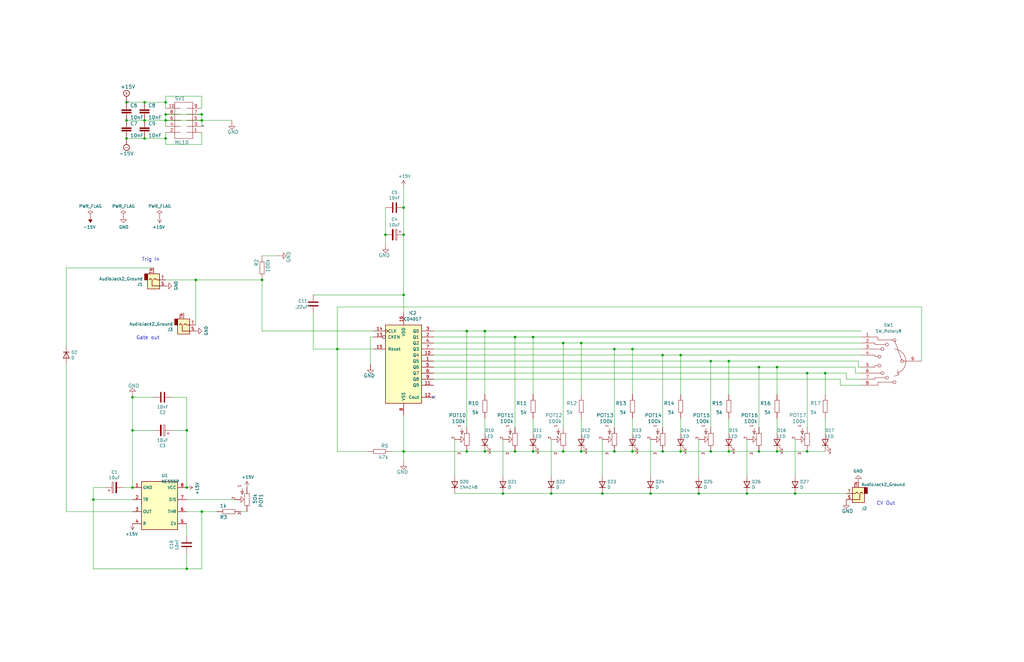
<source format=kicad_sch>
(kicad_sch (version 20211123) (generator eeschema)

  (uuid 301fcfff-863d-4c0d-95e4-f2055a58e0b4)

  (paper "B")

  (title_block
    (title "8-step sequencer")
    (date "2023-03-11")
    (rev "0.1")
  )

  (lib_symbols
    (symbol "4xxx:4017" (pin_names (offset 1.016)) (in_bom yes) (on_board yes)
      (property "Reference" "U" (id 0) (at -7.62 16.51 0)
        (effects (font (size 1.27 1.27)))
      )
      (property "Value" "4017" (id 1) (at -7.62 -19.05 0)
        (effects (font (size 1.27 1.27)))
      )
      (property "Footprint" "" (id 2) (at 0 0 0)
        (effects (font (size 1.27 1.27)) hide)
      )
      (property "Datasheet" "http://www.intersil.com/content/dam/Intersil/documents/cd40/cd4017bms-22bms.pdf" (id 3) (at 0 0 0)
        (effects (font (size 1.27 1.27)) hide)
      )
      (property "ki_locked" "" (id 4) (at 0 0 0)
        (effects (font (size 1.27 1.27)))
      )
      (property "ki_keywords" "CNT CNT10" (id 5) (at 0 0 0)
        (effects (font (size 1.27 1.27)) hide)
      )
      (property "ki_description" "Johnson Counter ( 10 outputs )" (id 6) (at 0 0 0)
        (effects (font (size 1.27 1.27)) hide)
      )
      (property "ki_fp_filters" "DIP?16*" (id 7) (at 0 0 0)
        (effects (font (size 1.27 1.27)) hide)
      )
      (symbol "4017_1_0"
        (pin output line (at 12.7 0 180) (length 5.08)
          (name "Q5" (effects (font (size 1.27 1.27))))
          (number "1" (effects (font (size 1.27 1.27))))
        )
        (pin output line (at 12.7 2.54 180) (length 5.08)
          (name "Q4" (effects (font (size 1.27 1.27))))
          (number "10" (effects (font (size 1.27 1.27))))
        )
        (pin output line (at 12.7 -10.16 180) (length 5.08)
          (name "Q9" (effects (font (size 1.27 1.27))))
          (number "11" (effects (font (size 1.27 1.27))))
        )
        (pin output line (at 12.7 -15.24 180) (length 5.08)
          (name "Cout" (effects (font (size 1.27 1.27))))
          (number "12" (effects (font (size 1.27 1.27))))
        )
        (pin input inverted (at -12.7 10.16 0) (length 5.08)
          (name "CKEN" (effects (font (size 1.27 1.27))))
          (number "13" (effects (font (size 1.27 1.27))))
        )
        (pin input clock (at -12.7 12.7 0) (length 5.08)
          (name "CLK" (effects (font (size 1.27 1.27))))
          (number "14" (effects (font (size 1.27 1.27))))
        )
        (pin input line (at -12.7 5.08 0) (length 5.08)
          (name "Reset" (effects (font (size 1.27 1.27))))
          (number "15" (effects (font (size 1.27 1.27))))
        )
        (pin power_in line (at 0 20.32 270) (length 5.08)
          (name "VDD" (effects (font (size 1.27 1.27))))
          (number "16" (effects (font (size 1.27 1.27))))
        )
        (pin output line (at 12.7 10.16 180) (length 5.08)
          (name "Q1" (effects (font (size 1.27 1.27))))
          (number "2" (effects (font (size 1.27 1.27))))
        )
        (pin output line (at 12.7 12.7 180) (length 5.08)
          (name "Q0" (effects (font (size 1.27 1.27))))
          (number "3" (effects (font (size 1.27 1.27))))
        )
        (pin output line (at 12.7 7.62 180) (length 5.08)
          (name "Q2" (effects (font (size 1.27 1.27))))
          (number "4" (effects (font (size 1.27 1.27))))
        )
        (pin output line (at 12.7 -2.54 180) (length 5.08)
          (name "Q6" (effects (font (size 1.27 1.27))))
          (number "5" (effects (font (size 1.27 1.27))))
        )
        (pin output line (at 12.7 -5.08 180) (length 5.08)
          (name "Q7" (effects (font (size 1.27 1.27))))
          (number "6" (effects (font (size 1.27 1.27))))
        )
        (pin output line (at 12.7 5.08 180) (length 5.08)
          (name "Q3" (effects (font (size 1.27 1.27))))
          (number "7" (effects (font (size 1.27 1.27))))
        )
        (pin power_in line (at 0 -22.86 90) (length 5.08)
          (name "VSS" (effects (font (size 1.27 1.27))))
          (number "8" (effects (font (size 1.27 1.27))))
        )
        (pin output line (at 12.7 -7.62 180) (length 5.08)
          (name "Q8" (effects (font (size 1.27 1.27))))
          (number "9" (effects (font (size 1.27 1.27))))
        )
      )
      (symbol "4017_1_1"
        (rectangle (start -7.62 15.24) (end 7.62 -17.78)
          (stroke (width 0.254) (type default) (color 0 0 0 0))
          (fill (type background))
        )
      )
    )
    (symbol "AudioJack2_Ground_1" (in_bom yes) (on_board yes)
      (property "Reference" "J2" (id 0) (at 4.572 1.8796 0)
        (effects (font (size 1.27 1.27)) (justify right))
      )
      (property "Value" "AudioJack2_Ground_1" (id 1) (at 4.572 -0.4318 0)
        (effects (font (size 1.27 1.27)) (justify right))
      )
      (property "Footprint" "Connector_Audio:Jack_3.5mm_QingPu_WQP-PJ398SM_Vertical_CircularHoles" (id 2) (at 0 0 0)
        (effects (font (size 1.27 1.27)) hide)
      )
      (property "Datasheet" "~" (id 3) (at 0 0 0)
        (effects (font (size 1.27 1.27)) hide)
      )
      (property "ki_keywords" "audio jack receptacle mono phone headphone TS connector" (id 4) (at 0 0 0)
        (effects (font (size 1.27 1.27)) hide)
      )
      (property "ki_description" "Audio Jack, 2 Poles (Mono / TS), Grounded Sleeve" (id 5) (at 0 0 0)
        (effects (font (size 1.27 1.27)) hide)
      )
      (property "ki_fp_filters" "Jack*" (id 6) (at 0 0 0)
        (effects (font (size 1.27 1.27)) hide)
      )
      (symbol "AudioJack2_Ground_1_0_1"
        (rectangle (start -2.54 -2.54) (end -3.81 0)
          (stroke (width 0.254) (type default) (color 0 0 0 0))
          (fill (type outline))
        )
        (polyline
          (pts
            (xy 0 0)
            (xy 0.635 -0.635)
            (xy 1.27 0)
            (xy 2.54 0)
          )
          (stroke (width 0.254) (type default) (color 0 0 0 0))
          (fill (type none))
        )
        (polyline
          (pts
            (xy 2.54 2.54)
            (xy -0.635 2.54)
            (xy -0.635 0)
            (xy -1.27 -0.635)
            (xy -1.905 0)
          )
          (stroke (width 0.254) (type default) (color 0 0 0 0))
          (fill (type none))
        )
        (rectangle (start 2.54 3.81) (end -2.54 -2.54)
          (stroke (width 0.254) (type default) (color 0 0 0 0))
          (fill (type background))
        )
      )
      (symbol "AudioJack2_Ground_1_1_1"
        (pin passive line (at 5.08 2.54 180) (length 2.54)
          (name "~" (effects (font (size 1.27 1.27))))
          (number "S" (effects (font (size 1.27 1.27))))
        )
        (pin passive line (at 5.08 0 180) (length 2.54)
          (name "~" (effects (font (size 1.27 1.27))))
          (number "T" (effects (font (size 1.27 1.27))))
        )
        (pin passive line (at 0 -5.08 90) (length 2.54)
          (name "~" (effects (font (size 1.27 1.27))))
          (number "TN" (effects (font (size 1.27 1.27))))
        )
      )
    )
    (symbol "AudioJack2_Ground_2" (in_bom yes) (on_board yes)
      (property "Reference" "J1" (id 0) (at -4.5466 1.8796 0)
        (effects (font (size 1.27 1.27)) (justify right))
      )
      (property "Value" "AudioJack2_Ground_2" (id 1) (at -4.5466 -0.4318 0)
        (effects (font (size 1.27 1.27)) (justify right))
      )
      (property "Footprint" "Connector_Audio:Jack_3.5mm_QingPu_WQP-PJ398SM_Vertical_CircularHoles" (id 2) (at 0 0 0)
        (effects (font (size 1.27 1.27)) hide)
      )
      (property "Datasheet" "~" (id 3) (at 0 0 0)
        (effects (font (size 1.27 1.27)) hide)
      )
      (property "ki_keywords" "audio jack receptacle mono phone headphone TS connector" (id 4) (at 0 0 0)
        (effects (font (size 1.27 1.27)) hide)
      )
      (property "ki_description" "Audio Jack, 2 Poles (Mono / TS), Grounded Sleeve" (id 5) (at 0 0 0)
        (effects (font (size 1.27 1.27)) hide)
      )
      (property "ki_fp_filters" "Jack*" (id 6) (at 0 0 0)
        (effects (font (size 1.27 1.27)) hide)
      )
      (symbol "AudioJack2_Ground_2_0_1"
        (rectangle (start -2.54 -2.54) (end -3.81 0)
          (stroke (width 0.254) (type default) (color 0 0 0 0))
          (fill (type outline))
        )
        (polyline
          (pts
            (xy 0 0)
            (xy 0.635 -0.635)
            (xy 1.27 0)
            (xy 2.54 0)
          )
          (stroke (width 0.254) (type default) (color 0 0 0 0))
          (fill (type none))
        )
        (polyline
          (pts
            (xy 2.54 2.54)
            (xy -0.635 2.54)
            (xy -0.635 0)
            (xy -1.27 -0.635)
            (xy -1.905 0)
          )
          (stroke (width 0.254) (type default) (color 0 0 0 0))
          (fill (type none))
        )
        (rectangle (start 2.54 3.81) (end -2.54 -2.54)
          (stroke (width 0.254) (type default) (color 0 0 0 0))
          (fill (type background))
        )
      )
      (symbol "AudioJack2_Ground_2_1_1"
        (pin passive line (at 5.08 2.54 180) (length 2.54)
          (name "~" (effects (font (size 1.27 1.27))))
          (number "S" (effects (font (size 1.27 1.27))))
        )
        (pin passive line (at 5.08 0 180) (length 2.54)
          (name "~" (effects (font (size 1.27 1.27))))
          (number "T" (effects (font (size 1.27 1.27))))
        )
        (pin passive line (at 0 -5.08 90) (length 2.54)
          (name "~" (effects (font (size 1.27 1.27))))
          (number "TN" (effects (font (size 1.27 1.27))))
        )
      )
    )
    (symbol "Connector:AudioJack2_Ground" (in_bom yes) (on_board yes)
      (property "Reference" "J3" (id 0) (at -4.5466 1.8796 0)
        (effects (font (size 1.27 1.27)) (justify right))
      )
      (property "Value" "AudioJack2_Ground" (id 1) (at -4.5466 -0.4318 0)
        (effects (font (size 1.27 1.27)) (justify right))
      )
      (property "Footprint" "Connector_Audio:Jack_3.5mm_QingPu_WQP-PJ398SM_Vertical_CircularHoles" (id 2) (at 0 0 0)
        (effects (font (size 1.27 1.27)) hide)
      )
      (property "Datasheet" "~" (id 3) (at 0 0 0)
        (effects (font (size 1.27 1.27)) hide)
      )
      (property "ki_keywords" "audio jack receptacle mono phone headphone TS connector" (id 4) (at 0 0 0)
        (effects (font (size 1.27 1.27)) hide)
      )
      (property "ki_description" "Audio Jack, 2 Poles (Mono / TS), Grounded Sleeve" (id 5) (at 0 0 0)
        (effects (font (size 1.27 1.27)) hide)
      )
      (property "ki_fp_filters" "Jack*" (id 6) (at 0 0 0)
        (effects (font (size 1.27 1.27)) hide)
      )
      (symbol "AudioJack2_Ground_0_1"
        (rectangle (start -2.54 -2.54) (end -3.81 0)
          (stroke (width 0.254) (type default) (color 0 0 0 0))
          (fill (type outline))
        )
        (polyline
          (pts
            (xy 0 0)
            (xy 0.635 -0.635)
            (xy 1.27 0)
            (xy 2.54 0)
          )
          (stroke (width 0.254) (type default) (color 0 0 0 0))
          (fill (type none))
        )
        (polyline
          (pts
            (xy 2.54 2.54)
            (xy -0.635 2.54)
            (xy -0.635 0)
            (xy -1.27 -0.635)
            (xy -1.905 0)
          )
          (stroke (width 0.254) (type default) (color 0 0 0 0))
          (fill (type none))
        )
        (rectangle (start 2.54 3.81) (end -2.54 -2.54)
          (stroke (width 0.254) (type default) (color 0 0 0 0))
          (fill (type background))
        )
      )
      (symbol "AudioJack2_Ground_1_1"
        (pin passive line (at 5.08 2.54 180) (length 2.54)
          (name "~" (effects (font (size 1.27 1.27))))
          (number "S" (effects (font (size 1.27 1.27))))
        )
        (pin passive line (at 5.08 0 180) (length 2.54)
          (name "~" (effects (font (size 1.27 1.27))))
          (number "T" (effects (font (size 1.27 1.27))))
        )
        (pin passive line (at 0 -5.08 90) (length 2.54)
          (name "~" (effects (font (size 1.27 1.27))))
          (number "TN" (effects (font (size 1.27 1.27))))
        )
      )
    )
    (symbol "Device:C" (pin_numbers hide) (pin_names (offset 0.254)) (in_bom yes) (on_board yes)
      (property "Reference" "C" (id 0) (at 0.635 2.54 0)
        (effects (font (size 1.27 1.27)) (justify left))
      )
      (property "Value" "C" (id 1) (at 0.635 -2.54 0)
        (effects (font (size 1.27 1.27)) (justify left))
      )
      (property "Footprint" "" (id 2) (at 0.9652 -3.81 0)
        (effects (font (size 1.27 1.27)) hide)
      )
      (property "Datasheet" "~" (id 3) (at 0 0 0)
        (effects (font (size 1.27 1.27)) hide)
      )
      (property "ki_keywords" "cap capacitor" (id 4) (at 0 0 0)
        (effects (font (size 1.27 1.27)) hide)
      )
      (property "ki_description" "Unpolarized capacitor" (id 5) (at 0 0 0)
        (effects (font (size 1.27 1.27)) hide)
      )
      (property "ki_fp_filters" "C_*" (id 6) (at 0 0 0)
        (effects (font (size 1.27 1.27)) hide)
      )
      (symbol "C_0_1"
        (polyline
          (pts
            (xy -2.032 -0.762)
            (xy 2.032 -0.762)
          )
          (stroke (width 0.508) (type default) (color 0 0 0 0))
          (fill (type none))
        )
        (polyline
          (pts
            (xy -2.032 0.762)
            (xy 2.032 0.762)
          )
          (stroke (width 0.508) (type default) (color 0 0 0 0))
          (fill (type none))
        )
      )
      (symbol "C_1_1"
        (pin passive line (at 0 3.81 270) (length 2.794)
          (name "~" (effects (font (size 1.27 1.27))))
          (number "1" (effects (font (size 1.27 1.27))))
        )
        (pin passive line (at 0 -3.81 90) (length 2.794)
          (name "~" (effects (font (size 1.27 1.27))))
          (number "2" (effects (font (size 1.27 1.27))))
        )
      )
    )
    (symbol "Device:D" (pin_numbers hide) (pin_names (offset 1.016) hide) (in_bom yes) (on_board yes)
      (property "Reference" "D" (id 0) (at 0 2.54 0)
        (effects (font (size 1.27 1.27)))
      )
      (property "Value" "D" (id 1) (at 0 -2.54 0)
        (effects (font (size 1.27 1.27)))
      )
      (property "Footprint" "" (id 2) (at 0 0 0)
        (effects (font (size 1.27 1.27)) hide)
      )
      (property "Datasheet" "~" (id 3) (at 0 0 0)
        (effects (font (size 1.27 1.27)) hide)
      )
      (property "ki_keywords" "diode" (id 4) (at 0 0 0)
        (effects (font (size 1.27 1.27)) hide)
      )
      (property "ki_description" "Diode" (id 5) (at 0 0 0)
        (effects (font (size 1.27 1.27)) hide)
      )
      (property "ki_fp_filters" "TO-???* *_Diode_* *SingleDiode* D_*" (id 6) (at 0 0 0)
        (effects (font (size 1.27 1.27)) hide)
      )
      (symbol "D_0_1"
        (polyline
          (pts
            (xy -1.27 1.27)
            (xy -1.27 -1.27)
          )
          (stroke (width 0.254) (type default) (color 0 0 0 0))
          (fill (type none))
        )
        (polyline
          (pts
            (xy 1.27 0)
            (xy -1.27 0)
          )
          (stroke (width 0) (type default) (color 0 0 0 0))
          (fill (type none))
        )
        (polyline
          (pts
            (xy 1.27 1.27)
            (xy 1.27 -1.27)
            (xy -1.27 0)
            (xy 1.27 1.27)
          )
          (stroke (width 0.254) (type default) (color 0 0 0 0))
          (fill (type none))
        )
      )
      (symbol "D_1_1"
        (pin passive line (at -3.81 0 0) (length 2.54)
          (name "K" (effects (font (size 1.27 1.27))))
          (number "1" (effects (font (size 1.27 1.27))))
        )
        (pin passive line (at 3.81 0 180) (length 2.54)
          (name "A" (effects (font (size 1.27 1.27))))
          (number "2" (effects (font (size 1.27 1.27))))
        )
      )
    )
    (symbol "Device:LED" (pin_numbers hide) (pin_names (offset 1.016) hide) (in_bom yes) (on_board yes)
      (property "Reference" "D" (id 0) (at 0 2.54 0)
        (effects (font (size 1.27 1.27)))
      )
      (property "Value" "LED" (id 1) (at 0 -2.54 0)
        (effects (font (size 1.27 1.27)))
      )
      (property "Footprint" "" (id 2) (at 0 0 0)
        (effects (font (size 1.27 1.27)) hide)
      )
      (property "Datasheet" "~" (id 3) (at 0 0 0)
        (effects (font (size 1.27 1.27)) hide)
      )
      (property "ki_keywords" "LED diode" (id 4) (at 0 0 0)
        (effects (font (size 1.27 1.27)) hide)
      )
      (property "ki_description" "Light emitting diode" (id 5) (at 0 0 0)
        (effects (font (size 1.27 1.27)) hide)
      )
      (property "ki_fp_filters" "LED* LED_SMD:* LED_THT:*" (id 6) (at 0 0 0)
        (effects (font (size 1.27 1.27)) hide)
      )
      (symbol "LED_0_1"
        (polyline
          (pts
            (xy -1.27 -1.27)
            (xy -1.27 1.27)
          )
          (stroke (width 0.254) (type default) (color 0 0 0 0))
          (fill (type none))
        )
        (polyline
          (pts
            (xy -1.27 0)
            (xy 1.27 0)
          )
          (stroke (width 0) (type default) (color 0 0 0 0))
          (fill (type none))
        )
        (polyline
          (pts
            (xy 1.27 -1.27)
            (xy 1.27 1.27)
            (xy -1.27 0)
            (xy 1.27 -1.27)
          )
          (stroke (width 0.254) (type default) (color 0 0 0 0))
          (fill (type none))
        )
        (polyline
          (pts
            (xy -3.048 -0.762)
            (xy -4.572 -2.286)
            (xy -3.81 -2.286)
            (xy -4.572 -2.286)
            (xy -4.572 -1.524)
          )
          (stroke (width 0) (type default) (color 0 0 0 0))
          (fill (type none))
        )
        (polyline
          (pts
            (xy -1.778 -0.762)
            (xy -3.302 -2.286)
            (xy -2.54 -2.286)
            (xy -3.302 -2.286)
            (xy -3.302 -1.524)
          )
          (stroke (width 0) (type default) (color 0 0 0 0))
          (fill (type none))
        )
      )
      (symbol "LED_1_1"
        (pin passive line (at -3.81 0 0) (length 2.54)
          (name "K" (effects (font (size 1.27 1.27))))
          (number "1" (effects (font (size 1.27 1.27))))
        )
        (pin passive line (at 3.81 0 180) (length 2.54)
          (name "A" (effects (font (size 1.27 1.27))))
          (number "2" (effects (font (size 1.27 1.27))))
        )
      )
    )
    (symbol "NE555P_1" (in_bom yes) (on_board yes)
      (property "Reference" "U?" (id 0) (at 2.0194 12.7 0)
        (effects (font (size 1.27 1.27)) (justify left))
      )
      (property "Value" "NE555P_1" (id 1) (at 2.0194 10.16 0)
        (effects (font (size 1.27 1.27)) (justify left))
      )
      (property "Footprint" "Package_DIP:DIP-8_W7.62mm" (id 2) (at 25.4 -19.05 0)
        (effects (font (size 1.27 1.27)) hide)
      )
      (property "Datasheet" "http://www.ti.com/lit/ds/symlink/ne555.pdf" (id 3) (at 27.94 -15.24 0)
        (effects (font (size 1.27 1.27)) hide)
      )
      (property "ki_keywords" "single timer 555" (id 4) (at 0 0 0)
        (effects (font (size 1.27 1.27)) hide)
      )
      (property "ki_description" "Precision Timers, 555 compatible,  PDIP-8" (id 5) (at 0 0 0)
        (effects (font (size 1.27 1.27)) hide)
      )
      (property "ki_fp_filters" "DIP*W7.62mm*" (id 6) (at 0 0 0)
        (effects (font (size 1.27 1.27)) hide)
      )
      (symbol "NE555P_1_0_0"
        (pin power_in line (at -10.16 7.62 0) (length 3.81)
          (name "GND" (effects (font (size 1.27 1.27))))
          (number "1" (effects (font (size 1.27 1.27))))
        )
        (pin power_in line (at 12.7 7.62 180) (length 3.81)
          (name "VCC" (effects (font (size 1.27 1.27))))
          (number "8" (effects (font (size 1.27 1.27))))
        )
      )
      (symbol "NE555P_1_0_1"
        (rectangle (start -6.35 10.16) (end 8.89 -10.16)
          (stroke (width 0.254) (type default) (color 0 0 0 0))
          (fill (type background))
        )
      )
      (symbol "NE555P_1_1_1"
        (pin input line (at -10.16 2.54 0) (length 3.81)
          (name "TR" (effects (font (size 1.27 1.27))))
          (number "2" (effects (font (size 1.27 1.27))))
        )
        (pin output line (at -10.16 -2.54 0) (length 3.81)
          (name "OUT" (effects (font (size 1.27 1.27))))
          (number "3" (effects (font (size 1.27 1.27))))
        )
        (pin input line (at -10.16 -7.62 0) (length 3.81)
          (name "R" (effects (font (size 1.27 1.27))))
          (number "4" (effects (font (size 1.27 1.27))))
        )
        (pin input line (at 12.7 -7.62 180) (length 3.81)
          (name "CV" (effects (font (size 1.27 1.27))))
          (number "5" (effects (font (size 1.27 1.27))))
        )
        (pin input line (at 12.7 -2.54 180) (length 3.81)
          (name "THR" (effects (font (size 1.27 1.27))))
          (number "6" (effects (font (size 1.27 1.27))))
        )
        (pin output line (at 12.7 2.54 180) (length 3.81)
          (name "DIS" (effects (font (size 1.27 1.27))))
          (number "7" (effects (font (size 1.27 1.27))))
        )
      )
    )
    (symbol "custom:SW_Rotary8" (pin_names (offset 1.016) hide) (in_bom yes) (on_board yes)
      (property "Reference" "SW" (id 0) (at 0 17.78 0)
        (effects (font (size 1.27 1.27)))
      )
      (property "Value" "SW_Rotary8" (id 1) (at 0 -17.78 0)
        (effects (font (size 1.27 1.27)))
      )
      (property "Footprint" "custom:SW_rotary8" (id 2) (at -5.08 17.78 0)
        (effects (font (size 1.27 1.27)) hide)
      )
      (property "Datasheet" "https://sten-eswitch-13110800-production.s3.amazonaws.com/system/asset/product_line/data_sheet/105/KC.pdf" (id 3) (at -5.08 17.78 0)
        (effects (font (size 1.27 1.27)) hide)
      )
      (property "ki_keywords" "rotary switch" (id 4) (at 0 0 0)
        (effects (font (size 1.27 1.27)) hide)
      )
      (property "ki_description" "rotary switch with 8 positions" (id 5) (at 0 0 0)
        (effects (font (size 1.27 1.27)) hide)
      )
      (symbol "SW_Rotary8_0_0"
        (circle (center -6.985 0) (radius 0.635)
          (stroke (width 0) (type default) (color 0 0 0 0))
          (fill (type none))
        )
        (circle (center -3.81 -8.89) (radius 0.635)
          (stroke (width 0) (type default) (color 0 0 0 0))
          (fill (type none))
        )
        (arc (start -3.81 5.08) (mid -10.2254 0.5393) (end -4.73 -5.08)
          (stroke (width 0) (type default) (color 0 0 0 0))
          (fill (type none))
        )
        (circle (center -3.81 8.89) (radius 0.635)
          (stroke (width 0) (type default) (color 0 0 0 0))
          (fill (type none))
        )
        (circle (center -0.635 -6.985) (radius 0.635)
          (stroke (width 0) (type default) (color 0 0 0 0))
          (fill (type none))
        )
        (circle (center -0.635 6.985) (radius 0.635)
          (stroke (width 0) (type default) (color 0 0 0 0))
          (fill (type none))
        )
        (polyline
          (pts
            (xy -6.985 0)
            (xy -3.81 8.89)
          )
          (stroke (width 0) (type default) (color 0 0 0 0))
          (fill (type none))
        )
        (polyline
          (pts
            (xy -5.715 -5.715)
            (xy -5.08 -3.81)
          )
          (stroke (width 0) (type default) (color 0 0 0 0))
          (fill (type none))
        )
        (polyline
          (pts
            (xy -5.715 -5.715)
            (xy -3.81 -6.35)
          )
          (stroke (width 0) (type default) (color 0 0 0 0))
          (fill (type none))
        )
        (polyline
          (pts
            (xy 1.905 -5.08)
            (xy 5.08 -5.08)
          )
          (stroke (width 0) (type default) (color 0 0 0 0))
          (fill (type none))
        )
        (polyline
          (pts
            (xy 1.905 5.08)
            (xy 5.08 5.08)
          )
          (stroke (width 0) (type default) (color 0 0 0 0))
          (fill (type none))
        )
        (polyline
          (pts
            (xy -3.175 -8.89)
            (xy 3.175 -8.89)
            (xy 3.175 -10.16)
            (xy 5.08 -10.16)
          )
          (stroke (width 0) (type default) (color 0 0 0 0))
          (fill (type none))
        )
        (polyline
          (pts
            (xy -3.175 8.89)
            (xy 3.175 8.89)
            (xy 3.175 10.16)
            (xy 5.08 10.16)
          )
          (stroke (width 0) (type default) (color 0 0 0 0))
          (fill (type none))
        )
        (polyline
          (pts
            (xy 0 -6.985)
            (xy 4.445 -6.985)
            (xy 4.445 -7.62)
            (xy 5.08 -7.62)
          )
          (stroke (width 0) (type default) (color 0 0 0 0))
          (fill (type none))
        )
        (polyline
          (pts
            (xy 0 6.985)
            (xy 4.445 6.985)
            (xy 4.445 7.62)
            (xy 5.08 7.62)
          )
          (stroke (width 0) (type default) (color 0 0 0 0))
          (fill (type none))
        )
        (polyline
          (pts
            (xy 3.175 -1.905)
            (xy 4.445 -1.905)
            (xy 4.445 -2.54)
            (xy 5.08 -2.54)
          )
          (stroke (width 0) (type default) (color 0 0 0 0))
          (fill (type none))
        )
        (polyline
          (pts
            (xy 3.175 1.905)
            (xy 4.445 1.905)
            (xy 4.445 2.54)
            (xy 5.08 2.54)
          )
          (stroke (width 0) (type default) (color 0 0 0 0))
          (fill (type none))
        )
        (circle (center 1.27 -5.08) (radius 0.635)
          (stroke (width 0) (type default) (color 0 0 0 0))
          (fill (type none))
        )
        (circle (center 1.27 5.08) (radius 0.635)
          (stroke (width 0) (type default) (color 0 0 0 0))
          (fill (type none))
        )
        (circle (center 2.54 -1.905) (radius 0.635)
          (stroke (width 0) (type default) (color 0 0 0 0))
          (fill (type none))
        )
        (circle (center 2.54 1.905) (radius 0.635)
          (stroke (width 0) (type default) (color 0 0 0 0))
          (fill (type none))
        )
      )
      (symbol "SW_Rotary8_0_1"
        (pin passive line (at 10.16 10.16 180) (length 5.08)
          (name "1" (effects (font (size 1.27 1.27))))
          (number "1" (effects (font (size 1.27 1.27))))
        )
        (pin passive line (at 10.16 7.62 180) (length 5.08)
          (name "2" (effects (font (size 1.27 1.27))))
          (number "2" (effects (font (size 1.27 1.27))))
        )
        (pin passive line (at 10.16 5.08 180) (length 5.08)
          (name "3" (effects (font (size 1.27 1.27))))
          (number "3" (effects (font (size 1.27 1.27))))
        )
        (pin passive line (at 10.16 2.54 180) (length 5.08)
          (name "4" (effects (font (size 1.27 1.27))))
          (number "4" (effects (font (size 1.27 1.27))))
        )
        (pin passive line (at 10.16 -2.54 180) (length 5.08)
          (name "5" (effects (font (size 1.27 1.27))))
          (number "5" (effects (font (size 1.27 1.27))))
        )
        (pin passive line (at 10.16 -5.08 180) (length 5.08)
          (name "6" (effects (font (size 1.27 1.27))))
          (number "6" (effects (font (size 1.27 1.27))))
        )
        (pin passive line (at 10.16 -7.62 180) (length 5.08)
          (name "7" (effects (font (size 1.27 1.27))))
          (number "7" (effects (font (size 1.27 1.27))))
        )
        (pin passive line (at 10.16 -10.16 180) (length 5.08)
          (name "8" (effects (font (size 1.27 1.27))))
          (number "8" (effects (font (size 1.27 1.27))))
        )
        (pin passive line (at -15.24 0 0) (length 7.62)
          (name "9" (effects (font (size 1.27 1.27))))
          (number "9" (effects (font (size 1.27 1.27))))
        )
      )
    )
    (symbol "power:+15V" (power) (pin_names (offset 0)) (in_bom yes) (on_board yes)
      (property "Reference" "#PWR" (id 0) (at 0 -3.81 0)
        (effects (font (size 1.27 1.27)) hide)
      )
      (property "Value" "+15V" (id 1) (at 0 3.556 0)
        (effects (font (size 1.27 1.27)))
      )
      (property "Footprint" "" (id 2) (at 0 0 0)
        (effects (font (size 1.27 1.27)) hide)
      )
      (property "Datasheet" "" (id 3) (at 0 0 0)
        (effects (font (size 1.27 1.27)) hide)
      )
      (property "ki_keywords" "global power" (id 4) (at 0 0 0)
        (effects (font (size 1.27 1.27)) hide)
      )
      (property "ki_description" "Power symbol creates a global label with name \"+15V\"" (id 5) (at 0 0 0)
        (effects (font (size 1.27 1.27)) hide)
      )
      (symbol "+15V_0_1"
        (polyline
          (pts
            (xy -0.762 1.27)
            (xy 0 2.54)
          )
          (stroke (width 0) (type default) (color 0 0 0 0))
          (fill (type none))
        )
        (polyline
          (pts
            (xy 0 0)
            (xy 0 2.54)
          )
          (stroke (width 0) (type default) (color 0 0 0 0))
          (fill (type none))
        )
        (polyline
          (pts
            (xy 0 2.54)
            (xy 0.762 1.27)
          )
          (stroke (width 0) (type default) (color 0 0 0 0))
          (fill (type none))
        )
      )
      (symbol "+15V_1_1"
        (pin power_in line (at 0 0 90) (length 0) hide
          (name "+15V" (effects (font (size 1.27 1.27))))
          (number "1" (effects (font (size 1.27 1.27))))
        )
      )
    )
    (symbol "power:-15V" (power) (pin_names (offset 0)) (in_bom yes) (on_board yes)
      (property "Reference" "#PWR" (id 0) (at 0 2.54 0)
        (effects (font (size 1.27 1.27)) hide)
      )
      (property "Value" "-15V" (id 1) (at 0 3.81 0)
        (effects (font (size 1.27 1.27)))
      )
      (property "Footprint" "" (id 2) (at 0 0 0)
        (effects (font (size 1.27 1.27)) hide)
      )
      (property "Datasheet" "" (id 3) (at 0 0 0)
        (effects (font (size 1.27 1.27)) hide)
      )
      (property "ki_keywords" "global power" (id 4) (at 0 0 0)
        (effects (font (size 1.27 1.27)) hide)
      )
      (property "ki_description" "Power symbol creates a global label with name \"-15V\"" (id 5) (at 0 0 0)
        (effects (font (size 1.27 1.27)) hide)
      )
      (symbol "-15V_0_0"
        (pin power_in line (at 0 0 90) (length 0) hide
          (name "-15V" (effects (font (size 1.27 1.27))))
          (number "1" (effects (font (size 1.27 1.27))))
        )
      )
      (symbol "-15V_0_1"
        (polyline
          (pts
            (xy 0 0)
            (xy 0 1.27)
            (xy 0.762 1.27)
            (xy 0 2.54)
            (xy -0.762 1.27)
            (xy 0 1.27)
          )
          (stroke (width 0) (type default) (color 0 0 0 0))
          (fill (type outline))
        )
      )
    )
    (symbol "power:GND" (power) (pin_names (offset 0)) (in_bom yes) (on_board yes)
      (property "Reference" "#PWR" (id 0) (at 0 -6.35 0)
        (effects (font (size 1.27 1.27)) hide)
      )
      (property "Value" "GND" (id 1) (at 0 -3.81 0)
        (effects (font (size 1.27 1.27)))
      )
      (property "Footprint" "" (id 2) (at 0 0 0)
        (effects (font (size 1.27 1.27)) hide)
      )
      (property "Datasheet" "" (id 3) (at 0 0 0)
        (effects (font (size 1.27 1.27)) hide)
      )
      (property "ki_keywords" "global power" (id 4) (at 0 0 0)
        (effects (font (size 1.27 1.27)) hide)
      )
      (property "ki_description" "Power symbol creates a global label with name \"GND\" , ground" (id 5) (at 0 0 0)
        (effects (font (size 1.27 1.27)) hide)
      )
      (symbol "GND_0_1"
        (polyline
          (pts
            (xy 0 0)
            (xy 0 -1.27)
            (xy 1.27 -1.27)
            (xy 0 -2.54)
            (xy -1.27 -1.27)
            (xy 0 -1.27)
          )
          (stroke (width 0) (type default) (color 0 0 0 0))
          (fill (type none))
        )
      )
      (symbol "GND_1_1"
        (pin power_in line (at 0 0 270) (length 0) hide
          (name "GND" (effects (font (size 1.27 1.27))))
          (number "1" (effects (font (size 1.27 1.27))))
        )
      )
    )
    (symbol "power:PWR_FLAG" (power) (pin_numbers hide) (pin_names (offset 0) hide) (in_bom yes) (on_board yes)
      (property "Reference" "#FLG" (id 0) (at 0 1.905 0)
        (effects (font (size 1.27 1.27)) hide)
      )
      (property "Value" "PWR_FLAG" (id 1) (at 0 3.81 0)
        (effects (font (size 1.27 1.27)))
      )
      (property "Footprint" "" (id 2) (at 0 0 0)
        (effects (font (size 1.27 1.27)) hide)
      )
      (property "Datasheet" "~" (id 3) (at 0 0 0)
        (effects (font (size 1.27 1.27)) hide)
      )
      (property "ki_keywords" "flag power" (id 4) (at 0 0 0)
        (effects (font (size 1.27 1.27)) hide)
      )
      (property "ki_description" "Special symbol for telling ERC where power comes from" (id 5) (at 0 0 0)
        (effects (font (size 1.27 1.27)) hide)
      )
      (symbol "PWR_FLAG_0_0"
        (pin power_out line (at 0 0 90) (length 0)
          (name "pwr" (effects (font (size 1.27 1.27))))
          (number "1" (effects (font (size 1.27 1.27))))
        )
      )
      (symbol "PWR_FLAG_0_1"
        (polyline
          (pts
            (xy 0 0)
            (xy 0 1.27)
            (xy -1.016 1.905)
            (xy 0 2.54)
            (xy 1.016 1.905)
            (xy 0 1.27)
          )
          (stroke (width 0) (type default) (color 0 0 0 0))
          (fill (type none))
        )
      )
    )
    (symbol "sequencer-rescue:+15V-VCO-eagle-import" (power) (pin_names (offset 1.016)) (in_bom yes) (on_board yes)
      (property "Reference" "#SUPPLY" (id 0) (at 0 0 0)
        (effects (font (size 1.27 1.27)) hide)
      )
      (property "Value" "+15V-VCO-eagle-import" (id 1) (at -2.54 3.175 0)
        (effects (font (size 1.4986 1.4986)) (justify left bottom))
      )
      (property "Footprint" "" (id 2) (at 0 0 0)
        (effects (font (size 1.27 1.27)) hide)
      )
      (property "Datasheet" "" (id 3) (at 0 0 0)
        (effects (font (size 1.27 1.27)) hide)
      )
      (property "ki_locked" "" (id 4) (at 0 0 0)
        (effects (font (size 1.27 1.27)))
      )
      (symbol "+15V-VCO-eagle-import_1_0"
        (polyline
          (pts
            (xy -0.635 1.27)
            (xy 0.635 1.27)
          )
          (stroke (width 0) (type default) (color 0 0 0 0))
          (fill (type none))
        )
        (polyline
          (pts
            (xy 0 1.905)
            (xy 0 0.635)
          )
          (stroke (width 0) (type default) (color 0 0 0 0))
          (fill (type none))
        )
        (circle (center 0 1.27) (radius 1.27)
          (stroke (width 0.254) (type default) (color 0 0 0 0))
          (fill (type none))
        )
        (pin power_in line (at 0 -2.54 90) (length 2.54)
          (name "+15V" (effects (font (size 0 0))))
          (number "1" (effects (font (size 0 0))))
        )
      )
    )
    (symbol "sequencer-rescue:-15V-VCO-eagle-import" (power) (pin_names (offset 1.016)) (in_bom yes) (on_board yes)
      (property "Reference" "#SUPPLY" (id 0) (at 0 0 0)
        (effects (font (size 1.27 1.27)) hide)
      )
      (property "Value" "-15V-VCO-eagle-import" (id 1) (at -3.175 -4.699 0)
        (effects (font (size 1.4986 1.4986)) (justify left bottom))
      )
      (property "Footprint" "" (id 2) (at 0 0 0)
        (effects (font (size 1.27 1.27)) hide)
      )
      (property "Datasheet" "" (id 3) (at 0 0 0)
        (effects (font (size 1.27 1.27)) hide)
      )
      (property "ki_locked" "" (id 4) (at 0 0 0)
        (effects (font (size 1.27 1.27)))
      )
      (symbol "-15V-VCO-eagle-import_1_0"
        (circle (center 0 -1.27) (radius 1.27)
          (stroke (width 0.254) (type default) (color 0 0 0 0))
          (fill (type none))
        )
        (polyline
          (pts
            (xy -0.635 -1.27)
            (xy 0.635 -1.27)
          )
          (stroke (width 0) (type default) (color 0 0 0 0))
          (fill (type none))
        )
        (pin power_in line (at 0 2.54 270) (length 2.54)
          (name "-15V" (effects (font (size 0 0))))
          (number "1" (effects (font (size 0 0))))
        )
      )
    )
    (symbol "sequencer-rescue:C-EUC0805K-VCO-eagle-import" (pin_names (offset 1.016)) (in_bom yes) (on_board yes)
      (property "Reference" "C" (id 0) (at 1.524 0.381 0)
        (effects (font (size 1.4986 1.4986)) (justify left bottom))
      )
      (property "Value" "C-EUC0805K-VCO-eagle-import" (id 1) (at 1.524 -4.699 0)
        (effects (font (size 1.4986 1.4986)) (justify left bottom))
      )
      (property "Footprint" "" (id 2) (at 0 0 0)
        (effects (font (size 1.27 1.27)) hide)
      )
      (property "Datasheet" "" (id 3) (at 0 0 0)
        (effects (font (size 1.27 1.27)) hide)
      )
      (property "ki_locked" "" (id 4) (at 0 0 0)
        (effects (font (size 1.27 1.27)))
      )
      (symbol "C-EUC0805K-VCO-eagle-import_1_0"
        (rectangle (start -2.032 -2.032) (end 2.032 -1.524)
          (stroke (width 0) (type default) (color 0 0 0 0))
          (fill (type outline))
        )
        (rectangle (start -2.032 -1.016) (end 2.032 -0.508)
          (stroke (width 0) (type default) (color 0 0 0 0))
          (fill (type outline))
        )
        (polyline
          (pts
            (xy 0 -2.54)
            (xy 0 -2.032)
          )
          (stroke (width 0) (type default) (color 0 0 0 0))
          (fill (type none))
        )
        (polyline
          (pts
            (xy 0 0)
            (xy 0 -0.508)
          )
          (stroke (width 0) (type default) (color 0 0 0 0))
          (fill (type none))
        )
        (pin passive line (at 0 2.54 270) (length 2.54)
          (name "1" (effects (font (size 0 0))))
          (number "1" (effects (font (size 0 0))))
        )
        (pin passive line (at 0 -5.08 90) (length 2.54)
          (name "2" (effects (font (size 0 0))))
          (number "2" (effects (font (size 0 0))))
        )
      )
    )
    (symbol "sequencer-rescue:CP-Device" (pin_numbers hide) (pin_names (offset 0.254)) (in_bom yes) (on_board yes)
      (property "Reference" "C" (id 0) (at 0.635 2.54 0)
        (effects (font (size 1.27 1.27)) (justify left))
      )
      (property "Value" "CP-Device" (id 1) (at 0.635 -2.54 0)
        (effects (font (size 1.27 1.27)) (justify left))
      )
      (property "Footprint" "" (id 2) (at 0.9652 -3.81 0)
        (effects (font (size 1.27 1.27)) hide)
      )
      (property "Datasheet" "" (id 3) (at 0 0 0)
        (effects (font (size 1.27 1.27)) hide)
      )
      (property "ki_fp_filters" "CP_*" (id 4) (at 0 0 0)
        (effects (font (size 1.27 1.27)) hide)
      )
      (symbol "CP-Device_0_1"
        (rectangle (start -2.286 0.508) (end 2.286 1.016)
          (stroke (width 0) (type default) (color 0 0 0 0))
          (fill (type none))
        )
        (polyline
          (pts
            (xy -1.778 2.286)
            (xy -0.762 2.286)
          )
          (stroke (width 0) (type default) (color 0 0 0 0))
          (fill (type none))
        )
        (polyline
          (pts
            (xy -1.27 2.794)
            (xy -1.27 1.778)
          )
          (stroke (width 0) (type default) (color 0 0 0 0))
          (fill (type none))
        )
        (rectangle (start 2.286 -0.508) (end -2.286 -1.016)
          (stroke (width 0) (type default) (color 0 0 0 0))
          (fill (type outline))
        )
      )
      (symbol "CP-Device_1_1"
        (pin passive line (at 0 3.81 270) (length 2.794)
          (name "~" (effects (font (size 1.27 1.27))))
          (number "1" (effects (font (size 1.27 1.27))))
        )
        (pin passive line (at 0 -3.81 90) (length 2.794)
          (name "~" (effects (font (size 1.27 1.27))))
          (number "2" (effects (font (size 1.27 1.27))))
        )
      )
    )
    (symbol "sequencer-rescue:GND-VCO-eagle-import" (power) (pin_names (offset 1.016)) (in_bom yes) (on_board yes)
      (property "Reference" "#SUPPLY" (id 0) (at 0 0 0)
        (effects (font (size 1.27 1.27)) hide)
      )
      (property "Value" "GND-VCO-eagle-import" (id 1) (at -1.905 -3.175 0)
        (effects (font (size 1.4986 1.4986)) (justify left bottom))
      )
      (property "Footprint" "" (id 2) (at 0 0 0)
        (effects (font (size 1.27 1.27)) hide)
      )
      (property "Datasheet" "" (id 3) (at 0 0 0)
        (effects (font (size 1.27 1.27)) hide)
      )
      (property "ki_locked" "" (id 4) (at 0 0 0)
        (effects (font (size 1.27 1.27)))
      )
      (symbol "GND-VCO-eagle-import_1_0"
        (polyline
          (pts
            (xy -1.27 0)
            (xy 1.27 0)
          )
          (stroke (width 0) (type default) (color 0 0 0 0))
          (fill (type none))
        )
        (polyline
          (pts
            (xy 0 -1.27)
            (xy -1.27 0)
          )
          (stroke (width 0) (type default) (color 0 0 0 0))
          (fill (type none))
        )
        (polyline
          (pts
            (xy 1.27 0)
            (xy 0 -1.27)
          )
          (stroke (width 0) (type default) (color 0 0 0 0))
          (fill (type none))
        )
        (pin power_in line (at 0 2.54 270) (length 2.54)
          (name "GND" (effects (font (size 0 0))))
          (number "1" (effects (font (size 0 0))))
        )
      )
    )
    (symbol "sequencer-rescue:ML10-VCO-eagle-import" (pin_names (offset 1.016)) (in_bom yes) (on_board yes)
      (property "Reference" "SV" (id 0) (at -3.81 8.382 0)
        (effects (font (size 1.4986 1.4986)) (justify left bottom))
      )
      (property "Value" "ML10-VCO-eagle-import" (id 1) (at -3.81 -10.16 0)
        (effects (font (size 1.4986 1.4986)) (justify left bottom))
      )
      (property "Footprint" "" (id 2) (at 0 0 0)
        (effects (font (size 1.27 1.27)) hide)
      )
      (property "Datasheet" "" (id 3) (at 0 0 0)
        (effects (font (size 1.27 1.27)) hide)
      )
      (property "ki_locked" "" (id 4) (at 0 0 0)
        (effects (font (size 1.27 1.27)))
      )
      (symbol "ML10-VCO-eagle-import_1_0"
        (polyline
          (pts
            (xy -3.81 7.62)
            (xy -3.81 -7.62)
          )
          (stroke (width 0) (type default) (color 0 0 0 0))
          (fill (type none))
        )
        (polyline
          (pts
            (xy -3.81 7.62)
            (xy 3.81 7.62)
          )
          (stroke (width 0) (type default) (color 0 0 0 0))
          (fill (type none))
        )
        (polyline
          (pts
            (xy -2.54 -5.08)
            (xy -1.27 -5.08)
          )
          (stroke (width 0) (type default) (color 0 0 0 0))
          (fill (type none))
        )
        (polyline
          (pts
            (xy -2.54 -2.54)
            (xy -1.27 -2.54)
          )
          (stroke (width 0) (type default) (color 0 0 0 0))
          (fill (type none))
        )
        (polyline
          (pts
            (xy -2.54 0)
            (xy -1.27 0)
          )
          (stroke (width 0) (type default) (color 0 0 0 0))
          (fill (type none))
        )
        (polyline
          (pts
            (xy -2.54 2.54)
            (xy -1.27 2.54)
          )
          (stroke (width 0) (type default) (color 0 0 0 0))
          (fill (type none))
        )
        (polyline
          (pts
            (xy -2.54 5.08)
            (xy -1.27 5.08)
          )
          (stroke (width 0) (type default) (color 0 0 0 0))
          (fill (type none))
        )
        (polyline
          (pts
            (xy 1.27 -5.08)
            (xy 2.54 -5.08)
          )
          (stroke (width 0) (type default) (color 0 0 0 0))
          (fill (type none))
        )
        (polyline
          (pts
            (xy 1.27 -2.54)
            (xy 2.54 -2.54)
          )
          (stroke (width 0) (type default) (color 0 0 0 0))
          (fill (type none))
        )
        (polyline
          (pts
            (xy 1.27 0)
            (xy 2.54 0)
          )
          (stroke (width 0) (type default) (color 0 0 0 0))
          (fill (type none))
        )
        (polyline
          (pts
            (xy 1.27 2.54)
            (xy 2.54 2.54)
          )
          (stroke (width 0) (type default) (color 0 0 0 0))
          (fill (type none))
        )
        (polyline
          (pts
            (xy 1.27 5.08)
            (xy 2.54 5.08)
          )
          (stroke (width 0) (type default) (color 0 0 0 0))
          (fill (type none))
        )
        (polyline
          (pts
            (xy 3.81 -7.62)
            (xy -3.81 -7.62)
          )
          (stroke (width 0) (type default) (color 0 0 0 0))
          (fill (type none))
        )
        (polyline
          (pts
            (xy 3.81 -7.62)
            (xy 3.81 7.62)
          )
          (stroke (width 0) (type default) (color 0 0 0 0))
          (fill (type none))
        )
        (pin passive line (at 7.62 -5.08 180) (length 5.08)
          (name "1" (effects (font (size 0 0))))
          (number "1" (effects (font (size 1.27 1.27))))
        )
        (pin passive line (at -7.62 5.08 0) (length 5.08)
          (name "10" (effects (font (size 0 0))))
          (number "10" (effects (font (size 1.27 1.27))))
        )
        (pin passive line (at -7.62 -5.08 0) (length 5.08)
          (name "2" (effects (font (size 0 0))))
          (number "2" (effects (font (size 1.27 1.27))))
        )
        (pin passive line (at 7.62 -2.54 180) (length 5.08)
          (name "3" (effects (font (size 0 0))))
          (number "3" (effects (font (size 1.27 1.27))))
        )
        (pin passive line (at -7.62 -2.54 0) (length 5.08)
          (name "4" (effects (font (size 0 0))))
          (number "4" (effects (font (size 1.27 1.27))))
        )
        (pin passive line (at 7.62 0 180) (length 5.08)
          (name "5" (effects (font (size 0 0))))
          (number "5" (effects (font (size 1.27 1.27))))
        )
        (pin passive line (at -7.62 0 0) (length 5.08)
          (name "6" (effects (font (size 0 0))))
          (number "6" (effects (font (size 1.27 1.27))))
        )
        (pin passive line (at 7.62 2.54 180) (length 5.08)
          (name "7" (effects (font (size 0 0))))
          (number "7" (effects (font (size 1.27 1.27))))
        )
        (pin passive line (at -7.62 2.54 0) (length 5.08)
          (name "8" (effects (font (size 0 0))))
          (number "8" (effects (font (size 1.27 1.27))))
        )
        (pin passive line (at 7.62 5.08 180) (length 5.08)
          (name "9" (effects (font (size 0 0))))
          (number "9" (effects (font (size 1.27 1.27))))
        )
      )
    )
    (symbol "sequencer-rescue:POT-EU16MM-VCO-eagle-import" (pin_names (offset 1.016)) (in_bom yes) (on_board yes)
      (property "Reference" "POT" (id 0) (at -5.08 -2.54 90)
        (effects (font (size 1.4986 1.4986)) (justify left bottom))
      )
      (property "Value" "POT-EU16MM-VCO-eagle-import" (id 1) (at -2.54 -2.54 90)
        (effects (font (size 1.4986 1.4986)) (justify left bottom))
      )
      (property "Footprint" "" (id 2) (at 0 0 0)
        (effects (font (size 1.27 1.27)) hide)
      )
      (property "Datasheet" "" (id 3) (at 0 0 0)
        (effects (font (size 1.27 1.27)) hide)
      )
      (property "ki_locked" "" (id 4) (at 0 0 0)
        (effects (font (size 1.27 1.27)))
      )
      (symbol "POT-EU16MM-VCO-eagle-import_1_0"
        (polyline
          (pts
            (xy -1.016 -2.54)
            (xy 1.016 -2.54)
          )
          (stroke (width 0) (type default) (color 0 0 0 0))
          (fill (type none))
        )
        (polyline
          (pts
            (xy -1.016 2.54)
            (xy -1.016 -2.54)
          )
          (stroke (width 0) (type default) (color 0 0 0 0))
          (fill (type none))
        )
        (polyline
          (pts
            (xy 1.016 -2.54)
            (xy 1.016 2.54)
          )
          (stroke (width 0) (type default) (color 0 0 0 0))
          (fill (type none))
        )
        (polyline
          (pts
            (xy 1.016 2.54)
            (xy -1.016 2.54)
          )
          (stroke (width 0) (type default) (color 0 0 0 0))
          (fill (type none))
        )
        (polyline
          (pts
            (xy 1.27 0)
            (xy 2.54 1.27)
          )
          (stroke (width 0) (type default) (color 0 0 0 0))
          (fill (type none))
        )
        (polyline
          (pts
            (xy 1.397 -3.429)
            (xy 2.032 -2.159)
          )
          (stroke (width 0) (type default) (color 0 0 0 0))
          (fill (type none))
        )
        (polyline
          (pts
            (xy 2.032 -4.699)
            (xy 2.032 -2.159)
          )
          (stroke (width 0) (type default) (color 0 0 0 0))
          (fill (type none))
        )
        (polyline
          (pts
            (xy 2.032 -2.159)
            (xy 2.667 -3.429)
          )
          (stroke (width 0) (type default) (color 0 0 0 0))
          (fill (type none))
        )
        (polyline
          (pts
            (xy 2.54 -1.27)
            (xy 1.27 0)
          )
          (stroke (width 0) (type default) (color 0 0 0 0))
          (fill (type none))
        )
        (polyline
          (pts
            (xy 2.54 1.27)
            (xy 2.54 -1.27)
          )
          (stroke (width 0) (type default) (color 0 0 0 0))
          (fill (type none))
        )
        (polyline
          (pts
            (xy 2.667 -3.429)
            (xy 1.397 -3.429)
          )
          (stroke (width 0) (type default) (color 0 0 0 0))
          (fill (type none))
        )
        (text "1" (at 2.54 -6.35 900)
          (effects (font (size 1.0668 1.0668)) (justify left bottom))
        )
        (text "2" (at 5.08 -1.27 900)
          (effects (font (size 1.0668 1.0668)) (justify left bottom))
        )
        (text "3" (at 2.54 5.334 900)
          (effects (font (size 1.0668 1.0668)) (justify left bottom))
        )
        (pin passive line (at 0 -5.08 90) (length 2.54)
          (name "1" (effects (font (size 0 0))))
          (number "1" (effects (font (size 0 0))))
        )
        (pin passive line (at 5.08 0 180) (length 2.54)
          (name "2" (effects (font (size 0 0))))
          (number "2" (effects (font (size 0 0))))
        )
        (pin passive line (at 0 5.08 270) (length 2.54)
          (name "3" (effects (font (size 0 0))))
          (number "3" (effects (font (size 0 0))))
        )
      )
    )
    (symbol "sequencer-rescue:R-EU_0207_10-VCO-eagle-import" (pin_names (offset 1.016)) (in_bom yes) (on_board yes)
      (property "Reference" "R" (id 0) (at -3.81 1.4986 0)
        (effects (font (size 1.4986 1.4986)) (justify left bottom))
      )
      (property "Value" "R-EU_0207_10-VCO-eagle-import" (id 1) (at -3.81 -3.302 0)
        (effects (font (size 1.4986 1.4986)) (justify left bottom))
      )
      (property "Footprint" "" (id 2) (at 0 0 0)
        (effects (font (size 1.27 1.27)) hide)
      )
      (property "Datasheet" "" (id 3) (at 0 0 0)
        (effects (font (size 1.27 1.27)) hide)
      )
      (property "ki_locked" "" (id 4) (at 0 0 0)
        (effects (font (size 1.27 1.27)))
      )
      (symbol "R-EU_0207_10-VCO-eagle-import_1_0"
        (polyline
          (pts
            (xy -2.54 -0.889)
            (xy -2.54 0.889)
          )
          (stroke (width 0) (type default) (color 0 0 0 0))
          (fill (type none))
        )
        (polyline
          (pts
            (xy -2.54 -0.889)
            (xy 2.54 -0.889)
          )
          (stroke (width 0) (type default) (color 0 0 0 0))
          (fill (type none))
        )
        (polyline
          (pts
            (xy 2.54 -0.889)
            (xy 2.54 0.889)
          )
          (stroke (width 0) (type default) (color 0 0 0 0))
          (fill (type none))
        )
        (polyline
          (pts
            (xy 2.54 0.889)
            (xy -2.54 0.889)
          )
          (stroke (width 0) (type default) (color 0 0 0 0))
          (fill (type none))
        )
        (pin passive line (at -5.08 0 0) (length 2.54)
          (name "1" (effects (font (size 0 0))))
          (number "1" (effects (font (size 0 0))))
        )
        (pin passive line (at 5.08 0 180) (length 2.54)
          (name "2" (effects (font (size 0 0))))
          (number "2" (effects (font (size 0 0))))
        )
      )
    )
  )

  (junction (at 237.49 190.5) (diameter 0) (color 0 0 0 0)
    (uuid 01abc46d-e8fa-4d58-b59e-e8eaff4e371e)
  )
  (junction (at 232.41 208.28) (diameter 0) (color 0 0 0 0)
    (uuid 074ca4ea-c796-40cd-bca9-3bdf3eb3a7b8)
  )
  (junction (at 170.18 87.63) (diameter 0) (color 0 0 0 0)
    (uuid 0c4c5928-f82d-4770-897b-241eb89bd4d3)
  )
  (junction (at 60.96 43.18) (diameter 0) (color 0 0 0 0)
    (uuid 0f7b8998-01d7-4dd9-9468-5b8b35e01d00)
  )
  (junction (at 266.7 190.5) (diameter 0) (color 0 0 0 0)
    (uuid 10baa45d-1118-462b-9921-0484469d7d70)
  )
  (junction (at 294.64 208.28) (diameter 0) (color 0 0 0 0)
    (uuid 123a4f84-9947-4152-a7a9-a5ed18296004)
  )
  (junction (at 340.36 190.5) (diameter 0) (color 0 0 0 0)
    (uuid 182078d0-9a7d-4098-bbd5-d0746815cdf7)
  )
  (junction (at 212.09 208.28) (diameter 0) (color 0 0 0 0)
    (uuid 2299bd59-3a57-46c4-83de-0accccb67d95)
  )
  (junction (at 82.55 118.11) (diameter 0) (color 0 0 0 0)
    (uuid 22d25976-b32d-4bf7-8363-98e13aa6f02c)
  )
  (junction (at 274.32 208.28) (diameter 0) (color 0 0 0 0)
    (uuid 23cc12ac-efd0-44ba-b0c3-35788eacdd7d)
  )
  (junction (at 85.09 215.9) (diameter 0) (color 0 0 0 0)
    (uuid 297a1a55-23e7-4e94-852a-a1147f75225b)
  )
  (junction (at 69.85 58.42) (diameter 0) (color 0 0 0 0)
    (uuid 2d04dcf1-c732-4b81-9749-b30984debc74)
  )
  (junction (at 170.18 190.5) (diameter 0) (color 0 0 0 0)
    (uuid 328568fd-a04e-4448-92c6-02d20145eea1)
  )
  (junction (at 314.96 208.28) (diameter 0) (color 0 0 0 0)
    (uuid 381bedab-1317-46c3-87c9-b47fa365d5ef)
  )
  (junction (at 224.79 142.24) (diameter 0) (color 0 0 0 0)
    (uuid 387c3a39-e1e7-45db-a145-4a4cea0bf532)
  )
  (junction (at 85.09 48.26) (diameter 0) (color 0 0 0 0)
    (uuid 38f4ab0f-67da-4325-a951-a76a0b6bd17b)
  )
  (junction (at 299.72 152.4) (diameter 0) (color 0 0 0 0)
    (uuid 39494cc6-4675-43e3-9a03-a092ae9112e8)
  )
  (junction (at 259.08 190.5) (diameter 0) (color 0 0 0 0)
    (uuid 3a1f1f32-b206-493f-b813-9acbe0dcc2c8)
  )
  (junction (at 245.11 190.5) (diameter 0) (color 0 0 0 0)
    (uuid 3ee7d916-27f1-4368-a774-6b4623cad573)
  )
  (junction (at 237.49 144.78) (diameter 0) (color 0 0 0 0)
    (uuid 4d1ea66f-19a7-4049-98ef-00a8f9728605)
  )
  (junction (at 53.34 43.18) (diameter 0) (color 0 0 0 0)
    (uuid 4f4b4c4e-5ac0-43a2-ab68-210edbfaab5e)
  )
  (junction (at 279.4 149.86) (diameter 0) (color 0 0 0 0)
    (uuid 52ac4ac3-2f7f-4c31-a579-bb45997b0ca1)
  )
  (junction (at 217.17 142.24) (diameter 0) (color 0 0 0 0)
    (uuid 56ecb212-7bbe-42c1-b19b-56a02dae7d5d)
  )
  (junction (at 335.28 208.28) (diameter 0) (color 0 0 0 0)
    (uuid 57a91b6b-b672-4ec9-8b60-ccda800c5a3f)
  )
  (junction (at 217.17 190.5) (diameter 0) (color 0 0 0 0)
    (uuid 59c7eced-3782-47b4-9765-fe20464e192f)
  )
  (junction (at 60.96 50.8) (diameter 0) (color 0 0 0 0)
    (uuid 5a096a18-6636-4521-9d44-09c7c1528ca7)
  )
  (junction (at 53.34 58.42) (diameter 0) (color 0 0 0 0)
    (uuid 6030375b-99a2-4fb0-84e2-b07358716969)
  )
  (junction (at 78.74 181.61) (diameter 0) (color 0 0 0 0)
    (uuid 648b3397-3041-4791-b00b-a911325535e6)
  )
  (junction (at 78.74 240.03) (diameter 0) (color 0 0 0 0)
    (uuid 64cc0b5f-34f0-4d22-a395-45ca71f0a789)
  )
  (junction (at 204.47 139.7) (diameter 0) (color 0 0 0 0)
    (uuid 6e4a3ba7-fe2f-4435-8146-0be566a4af98)
  )
  (junction (at 320.04 154.94) (diameter 0) (color 0 0 0 0)
    (uuid 7070a8db-4976-4ca9-a718-80e57174f1ac)
  )
  (junction (at 196.85 139.7) (diameter 0) (color 0 0 0 0)
    (uuid 7287a397-99ba-4fe8-ac92-65911e0da955)
  )
  (junction (at 347.98 157.48) (diameter 0) (color 0 0 0 0)
    (uuid 75a24d16-80db-4eb4-8471-3374e587fe2a)
  )
  (junction (at 307.34 190.5) (diameter 0) (color 0 0 0 0)
    (uuid 78536ba7-83ac-4bb5-942f-6bef42fa19fc)
  )
  (junction (at 299.72 190.5) (diameter 0) (color 0 0 0 0)
    (uuid 7a698f76-133f-4f08-b1cb-9752d8c40982)
  )
  (junction (at 85.09 50.8) (diameter 0) (color 0 0 0 0)
    (uuid 8279ee59-a03e-4608-b303-cc7ddf634412)
  )
  (junction (at 327.66 190.5) (diameter 0) (color 0 0 0 0)
    (uuid 873d0615-a86f-4219-8854-1128c2c51706)
  )
  (junction (at 110.49 118.11) (diameter 0) (color 0 0 0 0)
    (uuid 9106813e-f99a-4b17-bb94-0d23548adc50)
  )
  (junction (at 320.04 190.5) (diameter 0) (color 0 0 0 0)
    (uuid 91225e3f-04ff-4aa6-9880-10880864106a)
  )
  (junction (at 266.7 147.32) (diameter 0) (color 0 0 0 0)
    (uuid a7fd24a8-72ae-4926-a075-dc60e539f5ec)
  )
  (junction (at 78.74 205.74) (diameter 0) (color 0 0 0 0)
    (uuid a8221699-2ce4-446c-92bf-701b4608fa9b)
  )
  (junction (at 224.79 190.5) (diameter 0) (color 0 0 0 0)
    (uuid a9b46558-4ed4-4ca6-b371-494eb9c73748)
  )
  (junction (at 55.88 167.64) (diameter 0) (color 0 0 0 0)
    (uuid aba80a26-a34e-450b-8fa7-14055aeb4ec2)
  )
  (junction (at 287.02 190.5) (diameter 0) (color 0 0 0 0)
    (uuid ae40ee6e-4d6c-4f18-be60-be239cdcb09b)
  )
  (junction (at 259.08 147.32) (diameter 0) (color 0 0 0 0)
    (uuid b1d92c73-67df-44a0-84fd-0d7479f0b389)
  )
  (junction (at 55.88 181.61) (diameter 0) (color 0 0 0 0)
    (uuid b4aa7261-a77f-4d61-ba09-94b465e266c0)
  )
  (junction (at 340.36 157.48) (diameter 0) (color 0 0 0 0)
    (uuid b8f05503-3dde-432e-8e05-f156c4b9835a)
  )
  (junction (at 69.85 48.26) (diameter 0) (color 0 0 0 0)
    (uuid c1c666e5-c74c-44d6-9bc4-6e1816dc4a2c)
  )
  (junction (at 196.85 190.5) (diameter 0) (color 0 0 0 0)
    (uuid c34f5f4e-7431-47d5-b604-f12d64f24835)
  )
  (junction (at 170.18 124.46) (diameter 0) (color 0 0 0 0)
    (uuid cce243e3-a32d-4498-a2d8-757b76f16726)
  )
  (junction (at 39.37 210.82) (diameter 0) (color 0 0 0 0)
    (uuid d4099df1-5323-4fd9-9c9b-cfaf05f4cfeb)
  )
  (junction (at 69.85 43.18) (diameter 0) (color 0 0 0 0)
    (uuid d890aa1e-7465-4b30-bb3c-f5c9359bc509)
  )
  (junction (at 254 208.28) (diameter 0) (color 0 0 0 0)
    (uuid da599e7e-b425-464e-bbf9-87060ee8117f)
  )
  (junction (at 162.56 99.06) (diameter 0) (color 0 0 0 0)
    (uuid e2602782-a89d-4d69-9098-fc29dd737867)
  )
  (junction (at 327.66 154.94) (diameter 0) (color 0 0 0 0)
    (uuid eff97341-a029-48db-8d62-bac472dc11f1)
  )
  (junction (at 69.85 50.8) (diameter 0) (color 0 0 0 0)
    (uuid f0dcb56f-a0a2-4917-8266-f91b3ec93741)
  )
  (junction (at 307.34 152.4) (diameter 0) (color 0 0 0 0)
    (uuid f3970fb4-54bf-46d2-89ea-f7647b069f67)
  )
  (junction (at 55.88 205.74) (diameter 0) (color 0 0 0 0)
    (uuid f3b39ce4-5307-4191-8876-979b1d8690e8)
  )
  (junction (at 60.96 58.42) (diameter 0) (color 0 0 0 0)
    (uuid f4fc425e-03a4-4698-aad5-faadc3ae552a)
  )
  (junction (at 53.34 50.8) (diameter 0) (color 0 0 0 0)
    (uuid f620a759-bc1c-4efc-a3ef-179d2c568038)
  )
  (junction (at 204.47 190.5) (diameter 0) (color 0 0 0 0)
    (uuid f67b7627-b249-48ad-a06b-d3c59a43cf6a)
  )
  (junction (at 287.02 149.86) (diameter 0) (color 0 0 0 0)
    (uuid f85cf964-9b94-4d9a-b9d7-43963be4e364)
  )
  (junction (at 170.18 99.06) (diameter 0) (color 0 0 0 0)
    (uuid fb1831bd-19e6-4c96-a684-b26fdcb1f395)
  )
  (junction (at 279.4 190.5) (diameter 0) (color 0 0 0 0)
    (uuid fd9987e1-58f1-408b-83d4-b2fc91ef167a)
  )
  (junction (at 245.11 144.78) (diameter 0) (color 0 0 0 0)
    (uuid ff3f4ee5-ecd4-4d0c-b2a8-80820a97f3ac)
  )
  (junction (at 142.24 147.32) (diameter 0) (color 0 0 0 0)
    (uuid ffe5de2d-91cf-425d-9a05-16f9492019c6)
  )

  (no_connect (at 182.88 167.64) (uuid d0f85302-c925-4225-bdfa-deb643b39387))

  (wire (pts (xy 360.68 157.48) (xy 363.22 157.48))
    (stroke (width 0) (type default) (color 0 0 0 0))
    (uuid 01c237bf-8fae-4580-9b2d-a2c7c9d32c29)
  )
  (wire (pts (xy 245.11 144.78) (xy 363.22 144.78))
    (stroke (width 0) (type default) (color 0 0 0 0))
    (uuid 03418933-b54f-4d21-bd25-204b9e090bff)
  )
  (wire (pts (xy 142.24 147.32) (xy 157.48 147.32))
    (stroke (width 0) (type default) (color 0 0 0 0))
    (uuid 0503b5b3-ce8e-4f48-97a9-979e95a92db3)
  )
  (wire (pts (xy 212.09 185.42) (xy 212.09 200.66))
    (stroke (width 0) (type default) (color 0 0 0 0))
    (uuid 076ce27f-3e45-4cb2-82d4-f4018b940162)
  )
  (wire (pts (xy 245.11 190.5) (xy 259.08 190.5))
    (stroke (width 0) (type default) (color 0 0 0 0))
    (uuid 095e6a5e-3334-49a1-8d13-1904a45fa270)
  )
  (wire (pts (xy 224.79 190.5) (xy 237.49 190.5))
    (stroke (width 0) (type default) (color 0 0 0 0))
    (uuid 0cbf87b1-0df6-44a1-956d-c60407d1df64)
  )
  (wire (pts (xy 27.94 153.67) (xy 27.94 215.9))
    (stroke (width 0) (type default) (color 0 0 0 0))
    (uuid 0d295f5e-cf57-487c-8c5d-cef56ad4a0b0)
  )
  (wire (pts (xy 82.55 118.11) (xy 82.55 137.16))
    (stroke (width 0) (type default) (color 0 0 0 0))
    (uuid 0d33c111-6901-4fda-bca5-4b1d8190e054)
  )
  (wire (pts (xy 142.24 147.32) (xy 132.08 147.32))
    (stroke (width 0) (type default) (color 0 0 0 0))
    (uuid 0fc1ab07-1caf-4d77-a593-2f41957602f1)
  )
  (wire (pts (xy 204.47 139.7) (xy 204.47 166.37))
    (stroke (width 0) (type default) (color 0 0 0 0))
    (uuid 12bb71a3-911b-4209-9c6b-34b6bee44fbc)
  )
  (wire (pts (xy 142.24 147.32) (xy 142.24 190.5))
    (stroke (width 0) (type default) (color 0 0 0 0))
    (uuid 1421b75f-cc5a-477e-9dc7-627906435c88)
  )
  (wire (pts (xy 132.08 147.32) (xy 132.08 132.08))
    (stroke (width 0) (type default) (color 0 0 0 0))
    (uuid 147fe58d-6d6f-4082-a629-41ec7d0cf28a)
  )
  (wire (pts (xy 347.98 176.53) (xy 347.98 182.88))
    (stroke (width 0) (type default) (color 0 0 0 0))
    (uuid 17a5f879-6095-4b3a-b595-34fb032b0d2d)
  )
  (wire (pts (xy 69.85 53.34) (xy 69.85 50.8))
    (stroke (width 0) (type default) (color 0 0 0 0))
    (uuid 1d9339e2-2a1f-4a1b-9329-cce2d4df2f2c)
  )
  (wire (pts (xy 69.85 58.42) (xy 69.85 55.88))
    (stroke (width 0) (type default) (color 0 0 0 0))
    (uuid 21e5fb6a-3d69-4802-884f-9f2a280e10ab)
  )
  (wire (pts (xy 388.62 129.54) (xy 388.62 152.4))
    (stroke (width 0) (type default) (color 0 0 0 0))
    (uuid 233a7002-8342-400a-96f0-a252f6fbc820)
  )
  (wire (pts (xy 287.02 190.5) (xy 299.72 190.5))
    (stroke (width 0) (type default) (color 0 0 0 0))
    (uuid 26f7fbfa-e61f-4cd0-9de2-084fa7f58fcb)
  )
  (wire (pts (xy 320.04 154.94) (xy 320.04 180.34))
    (stroke (width 0) (type default) (color 0 0 0 0))
    (uuid 2835bd99-1467-439e-9439-363896569268)
  )
  (wire (pts (xy 85.09 215.9) (xy 78.74 215.9))
    (stroke (width 0) (type default) (color 0 0 0 0))
    (uuid 290eb5c1-4e12-4078-aeea-72a7cb9017c2)
  )
  (wire (pts (xy 314.96 185.42) (xy 314.96 200.66))
    (stroke (width 0) (type default) (color 0 0 0 0))
    (uuid 29df90bd-8be1-449b-875f-8d3a5b03d5bb)
  )
  (wire (pts (xy 85.09 50.8) (xy 97.79 50.8))
    (stroke (width 0) (type default) (color 0 0 0 0))
    (uuid 2be6ae57-ef58-4961-9aa1-01750bbe99d8)
  )
  (wire (pts (xy 294.64 185.42) (xy 294.64 200.66))
    (stroke (width 0) (type default) (color 0 0 0 0))
    (uuid 2c68defc-a861-49d6-be48-66465253430c)
  )
  (wire (pts (xy 78.74 233.68) (xy 78.74 240.03))
    (stroke (width 0) (type default) (color 0 0 0 0))
    (uuid 2d389127-6901-40cc-9b14-5c717e7179c5)
  )
  (wire (pts (xy 327.66 154.94) (xy 360.68 154.94))
    (stroke (width 0) (type default) (color 0 0 0 0))
    (uuid 3057cbd7-1f4d-4dcd-a26e-5d033e41147c)
  )
  (wire (pts (xy 110.49 107.95) (xy 116.84 107.95))
    (stroke (width 0) (type default) (color 0 0 0 0))
    (uuid 3207179a-defa-4e86-8e85-a31cdda11971)
  )
  (wire (pts (xy 320.04 190.5) (xy 327.66 190.5))
    (stroke (width 0) (type default) (color 0 0 0 0))
    (uuid 3407973d-5ada-4047-b594-478462ef1882)
  )
  (wire (pts (xy 299.72 152.4) (xy 299.72 180.34))
    (stroke (width 0) (type default) (color 0 0 0 0))
    (uuid 3477597e-78cc-4269-821e-40732942e71b)
  )
  (wire (pts (xy 279.4 149.86) (xy 279.4 180.34))
    (stroke (width 0) (type default) (color 0 0 0 0))
    (uuid 3532a8e5-882b-48ee-afa2-1a9f107265a1)
  )
  (wire (pts (xy 85.09 55.88) (xy 85.09 60.96))
    (stroke (width 0) (type default) (color 0 0 0 0))
    (uuid 36b1bce5-35a3-4dcb-80be-73ec576c46cc)
  )
  (wire (pts (xy 245.11 166.37) (xy 245.11 144.78))
    (stroke (width 0) (type default) (color 0 0 0 0))
    (uuid 36eb2126-d272-4f66-a22c-d64f6cee4300)
  )
  (wire (pts (xy 162.56 99.06) (xy 162.56 102.87))
    (stroke (width 0) (type default) (color 0 0 0 0))
    (uuid 38c4e35a-f136-4ad5-9723-a3aaa24e3959)
  )
  (wire (pts (xy 142.24 129.54) (xy 142.24 147.32))
    (stroke (width 0) (type default) (color 0 0 0 0))
    (uuid 3f03b1ed-f3cd-41d6-91ea-5eaecd251858)
  )
  (wire (pts (xy 354.33 162.56) (xy 363.22 162.56))
    (stroke (width 0) (type default) (color 0 0 0 0))
    (uuid 4386e012-adc6-4837-b8ee-1decbdbe80f1)
  )
  (wire (pts (xy 182.88 152.4) (xy 299.72 152.4))
    (stroke (width 0) (type default) (color 0 0 0 0))
    (uuid 43b6d8d1-aa6b-4984-a771-762d4cac9d94)
  )
  (wire (pts (xy 78.74 181.61) (xy 78.74 205.74))
    (stroke (width 0) (type default) (color 0 0 0 0))
    (uuid 452e4f5a-5c8f-402e-9c25-68161bba801e)
  )
  (wire (pts (xy 217.17 190.5) (xy 224.79 190.5))
    (stroke (width 0) (type default) (color 0 0 0 0))
    (uuid 456f081c-8cac-43f8-8599-2dbdd9b5b34e)
  )
  (wire (pts (xy 55.88 167.64) (xy 55.88 181.61))
    (stroke (width 0) (type default) (color 0 0 0 0))
    (uuid 49b95bfd-a3a9-43c0-98de-c8c26f094984)
  )
  (wire (pts (xy 170.18 78.74) (xy 170.18 87.63))
    (stroke (width 0) (type default) (color 0 0 0 0))
    (uuid 4cc54853-467e-4457-b235-38e434810da8)
  )
  (wire (pts (xy 232.41 185.42) (xy 232.41 200.66))
    (stroke (width 0) (type default) (color 0 0 0 0))
    (uuid 4d67a75f-fbd7-412c-887b-626faea960bc)
  )
  (wire (pts (xy 60.96 50.8) (xy 69.85 50.8))
    (stroke (width 0) (type default) (color 0 0 0 0))
    (uuid 4ef639aa-7ee4-40ec-89a3-e7b6dacb6243)
  )
  (wire (pts (xy 259.08 147.32) (xy 266.7 147.32))
    (stroke (width 0) (type default) (color 0 0 0 0))
    (uuid 4f16752f-0ac5-4c9c-9f3e-6c7fd9e1fd05)
  )
  (wire (pts (xy 327.66 154.94) (xy 327.66 166.37))
    (stroke (width 0) (type default) (color 0 0 0 0))
    (uuid 4f6f533f-72b8-481d-a437-8050e062a7d2)
  )
  (wire (pts (xy 182.88 144.78) (xy 237.49 144.78))
    (stroke (width 0) (type default) (color 0 0 0 0))
    (uuid 53006672-3aba-46e4-9c9f-30558fd96a12)
  )
  (wire (pts (xy 327.66 176.53) (xy 327.66 182.88))
    (stroke (width 0) (type default) (color 0 0 0 0))
    (uuid 540b880d-b2c8-43d2-b13e-d8f8387c9b82)
  )
  (wire (pts (xy 39.37 205.74) (xy 39.37 210.82))
    (stroke (width 0) (type default) (color 0 0 0 0))
    (uuid 56567d95-ec3d-4f77-aa57-864cf43a1999)
  )
  (wire (pts (xy 363.22 154.94) (xy 361.95 154.94))
    (stroke (width 0) (type default) (color 0 0 0 0))
    (uuid 590e47e0-29c0-4140-9acb-54ccaf9b7985)
  )
  (wire (pts (xy 217.17 142.24) (xy 224.79 142.24))
    (stroke (width 0) (type default) (color 0 0 0 0))
    (uuid 59762758-b6a5-4d48-b084-d2abd5a70aac)
  )
  (wire (pts (xy 361.95 154.94) (xy 361.95 152.4))
    (stroke (width 0) (type default) (color 0 0 0 0))
    (uuid 5be76cb6-f8e1-430d-bde1-217850f1f891)
  )
  (wire (pts (xy 299.72 190.5) (xy 307.34 190.5))
    (stroke (width 0) (type default) (color 0 0 0 0))
    (uuid 5fc331a4-4b2d-4e29-bd90-f989f419e800)
  )
  (wire (pts (xy 259.08 147.32) (xy 259.08 180.34))
    (stroke (width 0) (type default) (color 0 0 0 0))
    (uuid 61044991-3125-4dec-b208-3a6ba8c02877)
  )
  (wire (pts (xy 142.24 190.5) (xy 154.94 190.5))
    (stroke (width 0) (type default) (color 0 0 0 0))
    (uuid 6361d368-444e-4aa9-abf7-dfeccdfc4b38)
  )
  (wire (pts (xy 39.37 210.82) (xy 55.88 210.82))
    (stroke (width 0) (type default) (color 0 0 0 0))
    (uuid 6389ac6c-d8d7-46de-9c34-0711ad3220f9)
  )
  (wire (pts (xy 162.56 87.63) (xy 162.56 99.06))
    (stroke (width 0) (type default) (color 0 0 0 0))
    (uuid 64845b02-7704-4cfa-a66d-eb04613426e6)
  )
  (wire (pts (xy 279.4 149.86) (xy 287.02 149.86))
    (stroke (width 0) (type default) (color 0 0 0 0))
    (uuid 64b7be94-abf1-4850-93ec-e20dce7dc429)
  )
  (wire (pts (xy 232.41 208.28) (xy 254 208.28))
    (stroke (width 0) (type default) (color 0 0 0 0))
    (uuid 6663e4b9-c931-4573-93bb-2adfab1aee23)
  )
  (wire (pts (xy 307.34 176.53) (xy 307.34 182.88))
    (stroke (width 0) (type default) (color 0 0 0 0))
    (uuid 66a099c7-724c-4d52-963d-cf0dba439bfd)
  )
  (wire (pts (xy 182.88 154.94) (xy 320.04 154.94))
    (stroke (width 0) (type default) (color 0 0 0 0))
    (uuid 67ea6ae5-6ee1-48d9-b3f6-30d065594f82)
  )
  (wire (pts (xy 237.49 190.5) (xy 245.11 190.5))
    (stroke (width 0) (type default) (color 0 0 0 0))
    (uuid 6882fe9f-3bd6-42cb-b06a-a3f1cd6cf448)
  )
  (wire (pts (xy 287.02 176.53) (xy 287.02 182.88))
    (stroke (width 0) (type default) (color 0 0 0 0))
    (uuid 68c58ed1-1981-4cc3-ab05-79f733e45d50)
  )
  (wire (pts (xy 274.32 185.42) (xy 274.32 200.66))
    (stroke (width 0) (type default) (color 0 0 0 0))
    (uuid 691baf22-88c7-43d7-9f3f-ae371d3f89bc)
  )
  (wire (pts (xy 170.18 124.46) (xy 170.18 99.06))
    (stroke (width 0) (type default) (color 0 0 0 0))
    (uuid 6abbc49c-3cbe-4b35-8951-cc76ad1009d1)
  )
  (wire (pts (xy 85.09 215.9) (xy 91.44 215.9))
    (stroke (width 0) (type default) (color 0 0 0 0))
    (uuid 6ac5e5d7-9c0c-40be-9e81-eb2965bc39af)
  )
  (wire (pts (xy 69.85 40.64) (xy 69.85 43.18))
    (stroke (width 0) (type default) (color 0 0 0 0))
    (uuid 6cc0ebbc-30cc-49af-86bf-ec7b2b161cb5)
  )
  (wire (pts (xy 196.85 139.7) (xy 196.85 180.34))
    (stroke (width 0) (type default) (color 0 0 0 0))
    (uuid 6cfe86f0-d4ab-47c3-8780-a3d0f41e1605)
  )
  (wire (pts (xy 78.74 167.64) (xy 72.39 167.64))
    (stroke (width 0) (type default) (color 0 0 0 0))
    (uuid 6d8af8a4-fe56-4c24-92c6-d09eac6167aa)
  )
  (wire (pts (xy 245.11 176.53) (xy 245.11 182.88))
    (stroke (width 0) (type default) (color 0 0 0 0))
    (uuid 70277fcf-95e9-4819-878c-d67c9c230c38)
  )
  (wire (pts (xy 69.85 43.18) (xy 69.85 45.72))
    (stroke (width 0) (type default) (color 0 0 0 0))
    (uuid 71663548-b8a1-4699-99f9-a09880f0cac5)
  )
  (wire (pts (xy 72.39 181.61) (xy 78.74 181.61))
    (stroke (width 0) (type default) (color 0 0 0 0))
    (uuid 71e91b13-f18d-49eb-a622-fa26773992c7)
  )
  (wire (pts (xy 85.09 48.26) (xy 69.85 48.26))
    (stroke (width 0) (type default) (color 0 0 0 0))
    (uuid 729e13e4-3acb-4acf-9c05-11ccd3a3b10b)
  )
  (wire (pts (xy 287.02 149.86) (xy 363.22 149.86))
    (stroke (width 0) (type default) (color 0 0 0 0))
    (uuid 72a38c7e-4447-4337-b9d4-11c8f837a7a5)
  )
  (wire (pts (xy 335.28 208.28) (xy 356.87 208.28))
    (stroke (width 0) (type default) (color 0 0 0 0))
    (uuid 7515826d-6b17-4b94-8090-eb3b492a87ba)
  )
  (wire (pts (xy 104.14 215.9) (xy 101.6 215.9))
    (stroke (width 0) (type default) (color 0 0 0 0))
    (uuid 7576f2e3-bc2d-49a7-b26c-ef4ee081bdde)
  )
  (wire (pts (xy 110.49 118.11) (xy 110.49 139.7))
    (stroke (width 0) (type default) (color 0 0 0 0))
    (uuid 757aec3a-f174-471b-a187-291a4f37b505)
  )
  (wire (pts (xy 204.47 139.7) (xy 363.22 139.7))
    (stroke (width 0) (type default) (color 0 0 0 0))
    (uuid 75d6ed23-137c-464e-a1ab-72c1e599da25)
  )
  (wire (pts (xy 60.96 43.18) (xy 69.85 43.18))
    (stroke (width 0) (type default) (color 0 0 0 0))
    (uuid 761f4a4b-d585-4b6a-8be0-91ecf9a46675)
  )
  (wire (pts (xy 254 185.42) (xy 254 200.66))
    (stroke (width 0) (type default) (color 0 0 0 0))
    (uuid 77cbfd26-c0a5-4686-875a-526a32b76e79)
  )
  (wire (pts (xy 170.18 190.5) (xy 196.85 190.5))
    (stroke (width 0) (type default) (color 0 0 0 0))
    (uuid 7c4ad376-461a-48ea-b988-b307d0178347)
  )
  (wire (pts (xy 39.37 210.82) (xy 39.37 240.03))
    (stroke (width 0) (type default) (color 0 0 0 0))
    (uuid 7e5dd4c1-aa79-4e5a-90fe-3d9d8cefc1a6)
  )
  (wire (pts (xy 340.36 190.5) (xy 347.98 190.5))
    (stroke (width 0) (type default) (color 0 0 0 0))
    (uuid 8182f356-0b6b-40a3-b891-ce678f322fe2)
  )
  (wire (pts (xy 356.87 157.48) (xy 356.87 160.02))
    (stroke (width 0) (type default) (color 0 0 0 0))
    (uuid 837b09ad-9f43-4008-a57c-e0684bc0b3f4)
  )
  (wire (pts (xy 182.88 139.7) (xy 196.85 139.7))
    (stroke (width 0) (type default) (color 0 0 0 0))
    (uuid 86f29782-a2fd-4003-ae67-90968dff9e01)
  )
  (wire (pts (xy 182.88 160.02) (xy 354.33 160.02))
    (stroke (width 0) (type default) (color 0 0 0 0))
    (uuid 87de5cf7-d704-42cf-a175-22e35bbfc5c7)
  )
  (wire (pts (xy 85.09 60.96) (xy 69.85 60.96))
    (stroke (width 0) (type default) (color 0 0 0 0))
    (uuid 88e4b8ea-c953-4fe7-80a4-732d89cc51a9)
  )
  (wire (pts (xy 182.88 147.32) (xy 259.08 147.32))
    (stroke (width 0) (type default) (color 0 0 0 0))
    (uuid 897d2110-8d1a-4701-9310-206eca0fab07)
  )
  (wire (pts (xy 191.77 185.42) (xy 191.77 200.66))
    (stroke (width 0) (type default) (color 0 0 0 0))
    (uuid 8a5b7240-bb67-43a7-8160-c825f7f64232)
  )
  (wire (pts (xy 217.17 142.24) (xy 217.17 180.34))
    (stroke (width 0) (type default) (color 0 0 0 0))
    (uuid 8b08f6b0-ed4c-46a4-8d7c-fbef99d1fa1f)
  )
  (wire (pts (xy 340.36 157.48) (xy 340.36 180.34))
    (stroke (width 0) (type default) (color 0 0 0 0))
    (uuid 8c20606e-56c1-4572-a835-3df7fb64c509)
  )
  (wire (pts (xy 85.09 50.8) (xy 85.09 48.26))
    (stroke (width 0) (type default) (color 0 0 0 0))
    (uuid 8c521059-aa56-4551-b9f8-ea0a0c51bfdf)
  )
  (wire (pts (xy 335.28 185.42) (xy 335.28 200.66))
    (stroke (width 0) (type default) (color 0 0 0 0))
    (uuid 8c697010-25cb-4d7f-99b5-b3acede36701)
  )
  (wire (pts (xy 266.7 147.32) (xy 363.22 147.32))
    (stroke (width 0) (type default) (color 0 0 0 0))
    (uuid 903eb86a-374d-4927-bf56-12a05553eae3)
  )
  (wire (pts (xy 266.7 190.5) (xy 279.4 190.5))
    (stroke (width 0) (type default) (color 0 0 0 0))
    (uuid 905defb7-e15b-4d33-a108-471eec20b307)
  )
  (wire (pts (xy 78.74 210.82) (xy 99.06 210.82))
    (stroke (width 0) (type default) (color 0 0 0 0))
    (uuid 907d2f88-91fd-4c81-8cd2-c17641df8b7b)
  )
  (wire (pts (xy 287.02 149.86) (xy 287.02 166.37))
    (stroke (width 0) (type default) (color 0 0 0 0))
    (uuid 91591000-fa20-48a8-817c-7622d4b37349)
  )
  (wire (pts (xy 170.18 175.26) (xy 170.18 190.5))
    (stroke (width 0) (type default) (color 0 0 0 0))
    (uuid 91ce5ce8-3efe-4d6a-8f7b-c1f500884390)
  )
  (wire (pts (xy 266.7 176.53) (xy 266.7 182.88))
    (stroke (width 0) (type default) (color 0 0 0 0))
    (uuid 9405c864-13c1-4b13-82c9-5b78a2d1fa64)
  )
  (wire (pts (xy 55.88 181.61) (xy 55.88 205.74))
    (stroke (width 0) (type default) (color 0 0 0 0))
    (uuid 954de19a-573e-45e3-9910-f2f5817d6b59)
  )
  (wire (pts (xy 60.96 58.42) (xy 69.85 58.42))
    (stroke (width 0) (type default) (color 0 0 0 0))
    (uuid 97bfda52-b6dd-4df2-9ef3-43f8308328bb)
  )
  (wire (pts (xy 78.74 240.03) (xy 85.09 240.03))
    (stroke (width 0) (type default) (color 0 0 0 0))
    (uuid 982d7234-0e12-4ddf-8b34-e996d0c5e675)
  )
  (wire (pts (xy 307.34 152.4) (xy 307.34 166.37))
    (stroke (width 0) (type default) (color 0 0 0 0))
    (uuid 9ecd8a89-91bf-4efd-9414-bc07664e045a)
  )
  (wire (pts (xy 170.18 190.5) (xy 170.18 194.31))
    (stroke (width 0) (type default) (color 0 0 0 0))
    (uuid 9f490910-7e64-4e26-9df9-24293c69ca07)
  )
  (wire (pts (xy 196.85 190.5) (xy 204.47 190.5))
    (stroke (width 0) (type default) (color 0 0 0 0))
    (uuid 9fdfe6f8-7aef-48d5-a608-f36fc10f56a8)
  )
  (wire (pts (xy 354.33 160.02) (xy 354.33 162.56))
    (stroke (width 0) (type default) (color 0 0 0 0))
    (uuid a0027c1e-8ec8-49a1-a3db-0cea7f72663e)
  )
  (wire (pts (xy 266.7 166.37) (xy 266.7 147.32))
    (stroke (width 0) (type default) (color 0 0 0 0))
    (uuid a1a6f188-13c1-4804-b0d3-5a8b662672f3)
  )
  (wire (pts (xy 142.24 129.54) (xy 388.62 129.54))
    (stroke (width 0) (type default) (color 0 0 0 0))
    (uuid a1bbd851-4488-4e4d-a5b5-093afc2f6ef6)
  )
  (wire (pts (xy 78.74 181.61) (xy 78.74 167.64))
    (stroke (width 0) (type default) (color 0 0 0 0))
    (uuid a1df48cf-e214-4c2c-8fdc-2ee30b3b6104)
  )
  (wire (pts (xy 360.68 154.94) (xy 360.68 157.48))
    (stroke (width 0) (type default) (color 0 0 0 0))
    (uuid a3152d19-23fc-43f6-8cb4-1d2f8616fb5a)
  )
  (wire (pts (xy 44.45 205.74) (xy 39.37 205.74))
    (stroke (width 0) (type default) (color 0 0 0 0))
    (uuid a31e8a70-0a7d-481b-b2c6-263085927314)
  )
  (wire (pts (xy 237.49 144.78) (xy 245.11 144.78))
    (stroke (width 0) (type default) (color 0 0 0 0))
    (uuid a3467cfd-a624-439f-96e9-e9168ec358a2)
  )
  (wire (pts (xy 327.66 190.5) (xy 340.36 190.5))
    (stroke (width 0) (type default) (color 0 0 0 0))
    (uuid a5701c56-564c-4187-8eac-1e58e2609916)
  )
  (wire (pts (xy 356.87 160.02) (xy 363.22 160.02))
    (stroke (width 0) (type default) (color 0 0 0 0))
    (uuid a5b56e94-0a9a-41ad-9e73-36ec0c019213)
  )
  (wire (pts (xy 85.09 240.03) (xy 85.09 215.9))
    (stroke (width 0) (type default) (color 0 0 0 0))
    (uuid a6c0ff9d-c084-46dc-b08b-4a2d403e565f)
  )
  (wire (pts (xy 299.72 152.4) (xy 307.34 152.4))
    (stroke (width 0) (type default) (color 0 0 0 0))
    (uuid a6c16d0e-84aa-4400-a511-569112ad07f8)
  )
  (wire (pts (xy 55.88 181.61) (xy 64.77 181.61))
    (stroke (width 0) (type default) (color 0 0 0 0))
    (uuid a9aacd3c-26db-4cfd-87e2-eddf6c3de4c6)
  )
  (wire (pts (xy 294.64 208.28) (xy 314.96 208.28))
    (stroke (width 0) (type default) (color 0 0 0 0))
    (uuid ae59ad91-d64c-4075-a90d-7880ee241bd9)
  )
  (wire (pts (xy 237.49 144.78) (xy 237.49 180.34))
    (stroke (width 0) (type default) (color 0 0 0 0))
    (uuid af39b8a1-9835-4515-9da5-427d84066538)
  )
  (wire (pts (xy 69.85 40.64) (xy 85.09 40.64))
    (stroke (width 0) (type default) (color 0 0 0 0))
    (uuid b2c40ed8-6ea1-4b22-8d33-22d1c187a9ba)
  )
  (wire (pts (xy 279.4 190.5) (xy 287.02 190.5))
    (stroke (width 0) (type default) (color 0 0 0 0))
    (uuid b3ff2e51-1adf-4192-b08e-7e37abf8a885)
  )
  (wire (pts (xy 307.34 152.4) (xy 361.95 152.4))
    (stroke (width 0) (type default) (color 0 0 0 0))
    (uuid b5e62dc9-3974-4c11-a79a-63dd01c681d4)
  )
  (wire (pts (xy 204.47 176.53) (xy 204.47 182.88))
    (stroke (width 0) (type default) (color 0 0 0 0))
    (uuid b667ec3b-564d-48e0-ba32-0006fb5441cb)
  )
  (wire (pts (xy 39.37 240.03) (xy 78.74 240.03))
    (stroke (width 0) (type default) (color 0 0 0 0))
    (uuid b691e324-52cd-49c5-99b0-95f1195fd908)
  )
  (wire (pts (xy 69.85 50.8) (xy 85.09 50.8))
    (stroke (width 0) (type default) (color 0 0 0 0))
    (uuid b6a96fb4-c427-4952-9bd0-510794f2e62c)
  )
  (wire (pts (xy 55.88 205.74) (xy 52.07 205.74))
    (stroke (width 0) (type default) (color 0 0 0 0))
    (uuid ba47334e-2c59-4656-b73d-f3dbcd862119)
  )
  (wire (pts (xy 274.32 208.28) (xy 294.64 208.28))
    (stroke (width 0) (type default) (color 0 0 0 0))
    (uuid baaf869b-6368-4573-8030-865c6018c0e6)
  )
  (wire (pts (xy 170.18 132.08) (xy 170.18 124.46))
    (stroke (width 0) (type default) (color 0 0 0 0))
    (uuid c0bd5f21-1c27-4f5b-ad2a-0d86e96705d3)
  )
  (wire (pts (xy 132.08 124.46) (xy 170.18 124.46))
    (stroke (width 0) (type default) (color 0 0 0 0))
    (uuid c2de3acb-c59f-4019-b04d-5a16157f07aa)
  )
  (wire (pts (xy 157.48 142.24) (xy 156.21 142.24))
    (stroke (width 0) (type default) (color 0 0 0 0))
    (uuid c5601807-33b4-4d1a-8b16-1bae8dc93a4a)
  )
  (wire (pts (xy 259.08 190.5) (xy 266.7 190.5))
    (stroke (width 0) (type default) (color 0 0 0 0))
    (uuid c5640fd0-c098-46c3-93c8-c8a131c574cf)
  )
  (wire (pts (xy 224.79 176.53) (xy 224.79 182.88))
    (stroke (width 0) (type default) (color 0 0 0 0))
    (uuid c5ada5a8-a1f4-4757-b522-e0f8788fbcb0)
  )
  (wire (pts (xy 347.98 157.48) (xy 347.98 166.37))
    (stroke (width 0) (type default) (color 0 0 0 0))
    (uuid c685cc80-d656-4d34-8277-77105e948bbd)
  )
  (wire (pts (xy 320.04 154.94) (xy 327.66 154.94))
    (stroke (width 0) (type default) (color 0 0 0 0))
    (uuid ca37f63c-3490-42bd-a50d-9a83e771b12f)
  )
  (wire (pts (xy 78.74 220.98) (xy 78.74 226.06))
    (stroke (width 0) (type default) (color 0 0 0 0))
    (uuid cbfa4c7d-008c-4c29-a189-6432f221bf4a)
  )
  (wire (pts (xy 182.88 142.24) (xy 217.17 142.24))
    (stroke (width 0) (type default) (color 0 0 0 0))
    (uuid ce8e0e8a-65cc-4ff9-981b-774e95ead1fa)
  )
  (wire (pts (xy 347.98 157.48) (xy 356.87 157.48))
    (stroke (width 0) (type default) (color 0 0 0 0))
    (uuid cf36c3a0-f125-4ecc-a996-de511961d456)
  )
  (wire (pts (xy 212.09 208.28) (xy 232.41 208.28))
    (stroke (width 0) (type default) (color 0 0 0 0))
    (uuid d0552f2a-ec00-4c56-b283-7fdd1d9f2bfb)
  )
  (wire (pts (xy 27.94 113.03) (xy 64.77 113.03))
    (stroke (width 0) (type default) (color 0 0 0 0))
    (uuid d65e4669-efdf-4e89-a8ee-bf4a65880880)
  )
  (wire (pts (xy 204.47 190.5) (xy 217.17 190.5))
    (stroke (width 0) (type default) (color 0 0 0 0))
    (uuid d6cb2202-3e4e-46fc-be36-82c14cd93993)
  )
  (wire (pts (xy 165.1 190.5) (xy 170.18 190.5))
    (stroke (width 0) (type default) (color 0 0 0 0))
    (uuid d7be6b6c-193e-4d12-81c3-433d05093ac0)
  )
  (wire (pts (xy 82.55 118.11) (xy 110.49 118.11))
    (stroke (width 0) (type default) (color 0 0 0 0))
    (uuid d85b1cf8-6917-468e-873b-c33128af0fe5)
  )
  (wire (pts (xy 110.49 139.7) (xy 157.48 139.7))
    (stroke (width 0) (type default) (color 0 0 0 0))
    (uuid d8c9a01d-a0ff-44b8-943b-9108167cd7a6)
  )
  (wire (pts (xy 69.85 48.26) (xy 69.85 50.8))
    (stroke (width 0) (type default) (color 0 0 0 0))
    (uuid d92c5867-f068-4c90-838e-9b7f25e58e57)
  )
  (wire (pts (xy 170.18 87.63) (xy 170.18 99.06))
    (stroke (width 0) (type default) (color 0 0 0 0))
    (uuid db869c7f-8077-4ece-8207-68dd9eff6b93)
  )
  (wire (pts (xy 85.09 53.34) (xy 85.09 50.8))
    (stroke (width 0) (type default) (color 0 0 0 0))
    (uuid dca8dbaf-e2a2-4a84-9dde-270fcd30a410)
  )
  (wire (pts (xy 314.96 208.28) (xy 335.28 208.28))
    (stroke (width 0) (type default) (color 0 0 0 0))
    (uuid dd209e10-1747-40b6-bbcd-1af7a4b11809)
  )
  (wire (pts (xy 340.36 157.48) (xy 347.98 157.48))
    (stroke (width 0) (type default) (color 0 0 0 0))
    (uuid df2964df-4b41-4316-b8d9-1eb7a58f07a6)
  )
  (wire (pts (xy 196.85 139.7) (xy 204.47 139.7))
    (stroke (width 0) (type default) (color 0 0 0 0))
    (uuid dff4ede7-3836-42e1-b631-6c2f4cb41f82)
  )
  (wire (pts (xy 69.85 60.96) (xy 69.85 58.42))
    (stroke (width 0) (type default) (color 0 0 0 0))
    (uuid e1288cfc-291f-4cb2-9474-c9562008c2cd)
  )
  (wire (pts (xy 60.96 50.8) (xy 53.34 50.8))
    (stroke (width 0) (type default) (color 0 0 0 0))
    (uuid e8cda0d0-fc56-4ac4-8828-1a0f36dcacbf)
  )
  (wire (pts (xy 191.77 208.28) (xy 212.09 208.28))
    (stroke (width 0) (type default) (color 0 0 0 0))
    (uuid ea5fae99-4c2c-4250-b27e-33426970fd20)
  )
  (wire (pts (xy 53.34 58.42) (xy 60.96 58.42))
    (stroke (width 0) (type default) (color 0 0 0 0))
    (uuid ec4a6cb3-f605-4632-a35b-c1caafa674fb)
  )
  (wire (pts (xy 64.77 167.64) (xy 55.88 167.64))
    (stroke (width 0) (type default) (color 0 0 0 0))
    (uuid ef07a8dc-69ed-4a74-9e92-0f5946d91566)
  )
  (wire (pts (xy 224.79 142.24) (xy 224.79 166.37))
    (stroke (width 0) (type default) (color 0 0 0 0))
    (uuid f0b60775-0003-414d-9755-42ad83b33d49)
  )
  (wire (pts (xy 55.88 215.9) (xy 27.94 215.9))
    (stroke (width 0) (type default) (color 0 0 0 0))
    (uuid f353d8d4-4d46-4a31-b2e1-9e185883f146)
  )
  (wire (pts (xy 254 208.28) (xy 274.32 208.28))
    (stroke (width 0) (type default) (color 0 0 0 0))
    (uuid f68a2643-7ce6-421d-aaa4-384d8286351a)
  )
  (wire (pts (xy 224.79 142.24) (xy 363.22 142.24))
    (stroke (width 0) (type default) (color 0 0 0 0))
    (uuid f6f2e12a-1935-46c8-9492-bebe4e8d83bb)
  )
  (wire (pts (xy 182.88 149.86) (xy 279.4 149.86))
    (stroke (width 0) (type default) (color 0 0 0 0))
    (uuid f701c509-e9b7-4e09-abf7-20967608e96d)
  )
  (wire (pts (xy 85.09 40.64) (xy 85.09 45.72))
    (stroke (width 0) (type default) (color 0 0 0 0))
    (uuid f7455f47-e447-4432-94d6-521b64799996)
  )
  (wire (pts (xy 182.88 157.48) (xy 340.36 157.48))
    (stroke (width 0) (type default) (color 0 0 0 0))
    (uuid f7781fef-728f-4345-bf42-61263ef9e442)
  )
  (wire (pts (xy 69.85 118.11) (xy 82.55 118.11))
    (stroke (width 0) (type default) (color 0 0 0 0))
    (uuid f87dd407-2e3d-41e1-8479-5ea7fac3d6fd)
  )
  (wire (pts (xy 156.21 142.24) (xy 156.21 153.67))
    (stroke (width 0) (type default) (color 0 0 0 0))
    (uuid f8ec4b0e-02d7-4a98-94ce-b4f8a3f62e97)
  )
  (wire (pts (xy 27.94 146.05) (xy 27.94 113.03))
    (stroke (width 0) (type default) (color 0 0 0 0))
    (uuid fade5423-c105-4da4-8823-b3711152a376)
  )
  (wire (pts (xy 307.34 190.5) (xy 320.04 190.5))
    (stroke (width 0) (type default) (color 0 0 0 0))
    (uuid fe0700bb-5e2c-4735-bd08-98c3b3837a44)
  )
  (wire (pts (xy 53.34 43.18) (xy 60.96 43.18))
    (stroke (width 0) (type default) (color 0 0 0 0))
    (uuid fece5e8b-bf77-4d1d-8cf7-c4b9e0ef5068)
  )

  (text "Gate out\n" (at 67.31 143.51 180)
    (effects (font (size 1.4986 1.4986)) (justify right bottom))
    (uuid 6dfdcc03-af13-477f-8bfe-baab44081654)
  )
  (text "CV Out" (at 369.57 213.36 0)
    (effects (font (size 1.4986 1.4986)) (justify left bottom))
    (uuid 8e931106-a474-4a05-bcc8-38b79f55900a)
  )
  (text "Trig In" (at 67.31 110.49 180)
    (effects (font (size 1.4986 1.4986)) (justify right bottom))
    (uuid c867ae8f-5a26-4358-8d4f-189e28b2649c)
  )

  (label "+15V" (at 53.34 43.18 0)
    (effects (font (size 0.254 0.254)) (justify left bottom))
    (uuid 75822fc6-fbfb-45c8-99ce-898c999646e8)
  )
  (label "GND" (at 85.09 53.34 0)
    (effects (font (size 0.254 0.254)) (justify left bottom))
    (uuid a9aed27a-aa84-4cb9-b749-0bbfff6773b7)
  )

  (symbol (lib_id "sequencer-rescue:C-EUC0805K-VCO-eagle-import") (at 60.96 53.34 0) (unit 1)
    (in_bom yes) (on_board yes)
    (uuid 00000000-0000-0000-0000-00002222f638)
    (property "Reference" "C9" (id 0) (at 62.484 52.959 0)
      (effects (font (size 1.4986 1.4986)) (justify left bottom))
    )
    (property "Value" "10nF" (id 1) (at 62.484 58.039 0)
      (effects (font (size 1.4986 1.4986)) (justify left bottom))
    )
    (property "Footprint" "Capacitor_THT:C_Rect_L7.0mm_W2.0mm_P5.00mm" (id 2) (at 60.96 53.34 0)
      (effects (font (size 1.27 1.27)) hide)
    )
    (property "Datasheet" "" (id 3) (at 60.96 53.34 0)
      (effects (font (size 1.27 1.27)) hide)
    )
    (pin "1" (uuid 172b0542-29a5-4a7d-9e59-df2d7653a960))
    (pin "2" (uuid a00b0f40-ab56-4eef-9441-edf3435ff189))
  )

  (symbol (lib_id "sequencer-rescue:C-EUC0805K-VCO-eagle-import") (at 53.34 53.34 0) (unit 1)
    (in_bom yes) (on_board yes)
    (uuid 00000000-0000-0000-0000-0000312d0660)
    (property "Reference" "C7" (id 0) (at 54.864 52.959 0)
      (effects (font (size 1.4986 1.4986)) (justify left bottom))
    )
    (property "Value" "10nF" (id 1) (at 54.864 58.039 0)
      (effects (font (size 1.4986 1.4986)) (justify left bottom))
    )
    (property "Footprint" "Capacitor_THT:C_Rect_L7.0mm_W2.0mm_P5.00mm" (id 2) (at 53.34 53.34 0)
      (effects (font (size 1.27 1.27)) hide)
    )
    (property "Datasheet" "" (id 3) (at 53.34 53.34 0)
      (effects (font (size 1.27 1.27)) hide)
    )
    (pin "1" (uuid 39071ffd-f646-4b84-9d0e-e9e38a2c85ce))
    (pin "2" (uuid b86460c4-6178-4bd8-adc7-dbec20a70b61))
  )

  (symbol (lib_id "sequencer-rescue:GND-VCO-eagle-import") (at 356.87 213.36 0) (unit 1)
    (in_bom yes) (on_board yes)
    (uuid 00000000-0000-0000-0000-00005045fd3d)
    (property "Reference" "#SUPPLY026" (id 0) (at 356.87 213.36 0)
      (effects (font (size 1.27 1.27)) hide)
    )
    (property "Value" "GND" (id 1) (at 354.965 216.535 0)
      (effects (font (size 1.4986 1.4986)) (justify left bottom))
    )
    (property "Footprint" "" (id 2) (at 356.87 213.36 0)
      (effects (font (size 1.27 1.27)) hide)
    )
    (property "Datasheet" "" (id 3) (at 356.87 213.36 0)
      (effects (font (size 1.27 1.27)) hide)
    )
    (pin "1" (uuid 879f4a7a-29fd-486a-95fc-2f334acbe6af))
  )

  (symbol (lib_id "power:PWR_FLAG") (at 38.1 91.44 0) (unit 1)
    (in_bom yes) (on_board yes)
    (uuid 00000000-0000-0000-0000-00005fd821ce)
    (property "Reference" "#FLG0101" (id 0) (at 38.1 89.535 0)
      (effects (font (size 1.27 1.27)) hide)
    )
    (property "Value" "PWR_FLAG" (id 1) (at 38.1 87.0458 0))
    (property "Footprint" "" (id 2) (at 38.1 91.44 0)
      (effects (font (size 1.27 1.27)) hide)
    )
    (property "Datasheet" "~" (id 3) (at 38.1 91.44 0)
      (effects (font (size 1.27 1.27)) hide)
    )
    (pin "1" (uuid 39c0b5ce-8cb3-4715-b7d9-a86cb004da4f))
  )

  (symbol (lib_id "power:PWR_FLAG") (at 52.07 91.44 0) (unit 1)
    (in_bom yes) (on_board yes)
    (uuid 00000000-0000-0000-0000-00005fd83958)
    (property "Reference" "#FLG0102" (id 0) (at 52.07 89.535 0)
      (effects (font (size 1.27 1.27)) hide)
    )
    (property "Value" "PWR_FLAG" (id 1) (at 52.07 87.0458 0))
    (property "Footprint" "" (id 2) (at 52.07 91.44 0)
      (effects (font (size 1.27 1.27)) hide)
    )
    (property "Datasheet" "~" (id 3) (at 52.07 91.44 0)
      (effects (font (size 1.27 1.27)) hide)
    )
    (pin "1" (uuid cf7599e4-b020-4993-aaa1-bde936b26290))
  )

  (symbol (lib_id "power:PWR_FLAG") (at 67.31 91.44 0) (unit 1)
    (in_bom yes) (on_board yes)
    (uuid 00000000-0000-0000-0000-00005fd87f23)
    (property "Reference" "#FLG0103" (id 0) (at 67.31 89.535 0)
      (effects (font (size 1.27 1.27)) hide)
    )
    (property "Value" "PWR_FLAG" (id 1) (at 67.31 87.0458 0))
    (property "Footprint" "" (id 2) (at 67.31 91.44 0)
      (effects (font (size 1.27 1.27)) hide)
    )
    (property "Datasheet" "~" (id 3) (at 67.31 91.44 0)
      (effects (font (size 1.27 1.27)) hide)
    )
    (pin "1" (uuid d07817ca-5536-492c-a435-6656367131a6))
  )

  (symbol (lib_id "power:-15V") (at 38.1 91.44 180) (unit 1)
    (in_bom yes) (on_board yes)
    (uuid 00000000-0000-0000-0000-00005fd8955d)
    (property "Reference" "#PWR0101" (id 0) (at 38.1 93.98 0)
      (effects (font (size 1.27 1.27)) hide)
    )
    (property "Value" "-15V" (id 1) (at 37.719 95.8342 0))
    (property "Footprint" "" (id 2) (at 38.1 91.44 0)
      (effects (font (size 1.27 1.27)) hide)
    )
    (property "Datasheet" "" (id 3) (at 38.1 91.44 0)
      (effects (font (size 1.27 1.27)) hide)
    )
    (pin "1" (uuid 7e886f5d-8b5d-4848-b385-5ca55fbd4e1e))
  )

  (symbol (lib_id "power:GND") (at 52.07 91.44 0) (unit 1)
    (in_bom yes) (on_board yes)
    (uuid 00000000-0000-0000-0000-00005fda084c)
    (property "Reference" "#PWR0102" (id 0) (at 52.07 97.79 0)
      (effects (font (size 1.27 1.27)) hide)
    )
    (property "Value" "GND" (id 1) (at 52.197 95.8342 0))
    (property "Footprint" "" (id 2) (at 52.07 91.44 0)
      (effects (font (size 1.27 1.27)) hide)
    )
    (property "Datasheet" "" (id 3) (at 52.07 91.44 0)
      (effects (font (size 1.27 1.27)) hide)
    )
    (pin "1" (uuid 46a37b93-d45f-44c9-abff-b47e81fe8074))
  )

  (symbol (lib_id "power:+15V") (at 67.31 91.44 180) (unit 1)
    (in_bom yes) (on_board yes)
    (uuid 00000000-0000-0000-0000-00005fda22ef)
    (property "Reference" "#PWR0103" (id 0) (at 67.31 87.63 0)
      (effects (font (size 1.27 1.27)) hide)
    )
    (property "Value" "+15V" (id 1) (at 66.929 95.8342 0))
    (property "Footprint" "" (id 2) (at 67.31 91.44 0)
      (effects (font (size 1.27 1.27)) hide)
    )
    (property "Datasheet" "" (id 3) (at 67.31 91.44 0)
      (effects (font (size 1.27 1.27)) hide)
    )
    (pin "1" (uuid 9dd73222-f4b5-45b6-89de-c04ccdd57a86))
  )

  (symbol (lib_id "4xxx:4017") (at 170.18 152.4 0) (unit 1)
    (in_bom yes) (on_board yes)
    (uuid 00000000-0000-0000-0000-0000602eadea)
    (property "Reference" "IC2" (id 0) (at 173.99 132.08 0))
    (property "Value" "CD4017" (id 1) (at 173.99 134.62 0))
    (property "Footprint" "Package_DIP:DIP-16_W7.62mm_Socket" (id 2) (at 170.18 152.4 0)
      (effects (font (size 1.27 1.27)) hide)
    )
    (property "Datasheet" "http://www.intersil.com/content/dam/Intersil/documents/cd40/cd4017bms-22bms.pdf" (id 3) (at 170.18 152.4 0)
      (effects (font (size 1.27 1.27)) hide)
    )
    (pin "1" (uuid 1fa4ec94-084e-49af-9a92-babe5895eace))
    (pin "10" (uuid c0430e13-5fbe-4783-898c-68b643b7404c))
    (pin "11" (uuid 1b7096b0-2304-448a-a8aa-2bb5e0bf0f59))
    (pin "12" (uuid 80f936ec-1a54-42ea-897b-10783f140307))
    (pin "13" (uuid e8b10c1b-4e68-48e1-9dd3-7490f548495f))
    (pin "14" (uuid ccd6ecbe-d9d6-4dc5-b516-f9cc50e889dd))
    (pin "15" (uuid 129f018f-55b3-4634-8894-2338e1f9f90e))
    (pin "16" (uuid 2ef2c02b-dc1c-47ab-b55e-5bf529973e5e))
    (pin "2" (uuid d6a60e67-2f4f-4223-88ce-cd1c45122fb4))
    (pin "3" (uuid 18c47dd8-a7d2-4d27-8a01-5bd69bcb6c17))
    (pin "4" (uuid b1b59160-021b-4cf2-ad8d-f491faea7ca3))
    (pin "5" (uuid e2519df2-fa91-4447-81e6-7978df18860f))
    (pin "6" (uuid 2817d173-9170-43e0-b1b3-e6cae0a3580b))
    (pin "7" (uuid 824e11dd-9c97-429d-8d04-5680bb1ae032))
    (pin "8" (uuid 857c3e62-1374-484a-9cf8-7f14c59b04d7))
    (pin "9" (uuid 3014457f-f78b-4863-bfca-38d33f22150a))
  )

  (symbol (lib_id "sequencer-rescue:GND-VCO-eagle-import") (at 156.21 156.21 0) (mirror y) (unit 1)
    (in_bom yes) (on_board yes)
    (uuid 00000000-0000-0000-0000-0000602fab94)
    (property "Reference" "#SUPPLY0102" (id 0) (at 156.21 156.21 0)
      (effects (font (size 1.27 1.27)) hide)
    )
    (property "Value" "GND" (id 1) (at 158.115 159.385 0)
      (effects (font (size 1.4986 1.4986)) (justify left bottom))
    )
    (property "Footprint" "" (id 2) (at 156.21 156.21 0)
      (effects (font (size 1.27 1.27)) hide)
    )
    (property "Datasheet" "" (id 3) (at 156.21 156.21 0)
      (effects (font (size 1.27 1.27)) hide)
    )
    (pin "1" (uuid a58cfb0f-ccfc-4fd1-9002-f21f2fb5d8c7))
  )

  (symbol (lib_id "sequencer-rescue:GND-VCO-eagle-import") (at 170.18 196.85 0) (mirror y) (unit 1)
    (in_bom yes) (on_board yes)
    (uuid 00000000-0000-0000-0000-0000603019e1)
    (property "Reference" "#SUPPLY0103" (id 0) (at 170.18 196.85 0)
      (effects (font (size 1.27 1.27)) hide)
    )
    (property "Value" "GND" (id 1) (at 172.085 200.025 0)
      (effects (font (size 1.4986 1.4986)) (justify left bottom))
    )
    (property "Footprint" "" (id 2) (at 170.18 196.85 0)
      (effects (font (size 1.27 1.27)) hide)
    )
    (property "Datasheet" "" (id 3) (at 170.18 196.85 0)
      (effects (font (size 1.27 1.27)) hide)
    )
    (pin "1" (uuid beb138c2-4e9b-4e54-9bfd-d0e0959a23ee))
  )

  (symbol (lib_id "power:+15V") (at 170.18 78.74 0) (unit 1)
    (in_bom yes) (on_board yes)
    (uuid 00000000-0000-0000-0000-000060304195)
    (property "Reference" "#PWR0107" (id 0) (at 170.18 82.55 0)
      (effects (font (size 1.27 1.27)) hide)
    )
    (property "Value" "+15V" (id 1) (at 170.561 74.3458 0))
    (property "Footprint" "" (id 2) (at 170.18 78.74 0)
      (effects (font (size 1.27 1.27)) hide)
    )
    (property "Datasheet" "" (id 3) (at 170.18 78.74 0)
      (effects (font (size 1.27 1.27)) hide)
    )
    (pin "1" (uuid 4f3a4a42-c2fb-4df7-81e7-78fe1fa26cdf))
  )

  (symbol (lib_id "sequencer-rescue:R-EU_0207_10-VCO-eagle-import") (at 160.02 190.5 0) (mirror y) (unit 1)
    (in_bom yes) (on_board yes)
    (uuid 00000000-0000-0000-0000-000060306f2a)
    (property "Reference" "R5" (id 0) (at 163.83 189.0014 0)
      (effects (font (size 1.4986 1.4986)) (justify left bottom))
    )
    (property "Value" "47k" (id 1) (at 163.83 193.802 0)
      (effects (font (size 1.4986 1.4986)) (justify left bottom))
    )
    (property "Footprint" "Resistor_THT:R_Axial_DIN0207_L6.3mm_D2.5mm_P10.16mm_Horizontal" (id 2) (at 160.02 190.5 0)
      (effects (font (size 1.27 1.27)) hide)
    )
    (property "Datasheet" "" (id 3) (at 160.02 190.5 0)
      (effects (font (size 1.27 1.27)) hide)
    )
    (pin "1" (uuid 171c7363-80aa-4eed-ac0a-ada68bd54cbb))
    (pin "2" (uuid df1be418-03fe-4cbf-8353-1b8c88c8d3bd))
  )

  (symbol (lib_id "sequencer-rescue:CP-Device") (at 166.37 99.06 270) (unit 1)
    (in_bom yes) (on_board yes)
    (uuid 00000000-0000-0000-0000-000060321ef5)
    (property "Reference" "C4" (id 0) (at 166.37 92.583 90))
    (property "Value" "10uF" (id 1) (at 166.37 94.8944 90))
    (property "Footprint" "Capacitor_THT:CP_Radial_D5.0mm_P2.00mm" (id 2) (at 162.56 100.0252 0)
      (effects (font (size 1.27 1.27)) hide)
    )
    (property "Datasheet" "~" (id 3) (at 166.37 99.06 0)
      (effects (font (size 1.27 1.27)) hide)
    )
    (pin "1" (uuid 021d6c30-5d8f-49bd-b033-8c51e74de21c))
    (pin "2" (uuid 9c4448f3-3f0d-40eb-8914-ddb5a5fd6b36))
  )

  (symbol (lib_id "Device:C") (at 166.37 87.63 270) (unit 1)
    (in_bom yes) (on_board yes)
    (uuid 00000000-0000-0000-0000-000060323152)
    (property "Reference" "C5" (id 0) (at 166.37 81.2292 90))
    (property "Value" "10nF" (id 1) (at 166.37 83.5406 90))
    (property "Footprint" "Capacitor_THT:C_Rect_L7.0mm_W2.0mm_P5.00mm" (id 2) (at 162.56 88.5952 0)
      (effects (font (size 1.27 1.27)) hide)
    )
    (property "Datasheet" "~" (id 3) (at 166.37 87.63 0)
      (effects (font (size 1.27 1.27)) hide)
    )
    (pin "1" (uuid 654cba8c-5120-4cc8-bf89-bc87f5770b5a))
    (pin "2" (uuid 67e59177-8755-4b37-b111-32314b91d922))
  )

  (symbol (lib_id "sequencer-rescue:GND-VCO-eagle-import") (at 162.56 105.41 0) (mirror y) (unit 1)
    (in_bom yes) (on_board yes)
    (uuid 00000000-0000-0000-0000-000060329b12)
    (property "Reference" "#SUPPLY0104" (id 0) (at 162.56 105.41 0)
      (effects (font (size 1.27 1.27)) hide)
    )
    (property "Value" "GND" (id 1) (at 164.465 108.585 0)
      (effects (font (size 1.4986 1.4986)) (justify left bottom))
    )
    (property "Footprint" "" (id 2) (at 162.56 105.41 0)
      (effects (font (size 1.27 1.27)) hide)
    )
    (property "Datasheet" "" (id 3) (at 162.56 105.41 0)
      (effects (font (size 1.27 1.27)) hide)
    )
    (pin "1" (uuid 0c3364ed-d253-4bc1-80cb-6a73bd88b6db))
  )

  (symbol (lib_id "sequencer-rescue:POT-EU16MM-VCO-eagle-import") (at 196.85 185.42 180) (unit 1)
    (in_bom yes) (on_board yes)
    (uuid 00000000-0000-0000-0000-0000603316e3)
    (property "Reference" "POT10" (id 0) (at 189.23 175.26 0)
      (effects (font (size 1.4986 1.4986)) (justify right))
    )
    (property "Value" "100k" (id 1) (at 190.5 177.8 0)
      (effects (font (size 1.4986 1.4986)) (justify right))
    )
    (property "Footprint" "custom:Potentiometer_Alpha_RD901F-40-00D_Single_Vertical2mmholes" (id 2) (at 196.85 185.42 0)
      (effects (font (size 1.27 1.27)) hide)
    )
    (property "Datasheet" "" (id 3) (at 196.85 185.42 0)
      (effects (font (size 1.27 1.27)) hide)
    )
    (pin "1" (uuid 29b93b68-6e5f-4095-9400-a1857e186fec))
    (pin "2" (uuid 0524b5c9-5bbf-4246-b826-7c3ed460e3d1))
    (pin "3" (uuid 33c2e81a-ee0e-4ac8-a02d-19e2269a861e))
  )

  (symbol (lib_id "Device:D") (at 191.77 204.47 90) (unit 1)
    (in_bom yes) (on_board yes)
    (uuid 00000000-0000-0000-0000-0000603341dc)
    (property "Reference" "D20" (id 0) (at 193.802 203.3016 90)
      (effects (font (size 1.27 1.27)) (justify right))
    )
    (property "Value" "1N4148" (id 1) (at 193.802 205.613 90)
      (effects (font (size 1.27 1.27)) (justify right))
    )
    (property "Footprint" "Diode_THT:D_DO-35_SOD27_P7.62mm_Horizontal" (id 2) (at 191.77 204.47 0)
      (effects (font (size 1.27 1.27)) hide)
    )
    (property "Datasheet" "~" (id 3) (at 191.77 204.47 0)
      (effects (font (size 1.27 1.27)) hide)
    )
    (pin "1" (uuid 41075842-bce0-4871-b08d-f1de40e97152))
    (pin "2" (uuid 41d7c9f0-1ef5-4295-ae15-b6e393305736))
  )

  (symbol (lib_id "Device:LED") (at 204.47 186.69 90) (unit 1)
    (in_bom yes) (on_board yes)
    (uuid 00000000-0000-0000-0000-00006035130e)
    (property "Reference" "D10" (id 0) (at 204.47 181.61 90)
      (effects (font (size 1.27 1.27)) (justify right))
    )
    (property "Value" "LED" (id 1) (at 204.47 184.15 90)
      (effects (font (size 1.27 1.27)) (justify right))
    )
    (property "Footprint" "LED_THT:LED_Oval_W5.2mm_H3.8mm" (id 2) (at 204.47 186.69 0)
      (effects (font (size 1.27 1.27)) hide)
    )
    (property "Datasheet" "~" (id 3) (at 204.47 186.69 0)
      (effects (font (size 1.27 1.27)) hide)
    )
    (pin "1" (uuid dab9872a-46b2-4c94-aa91-a6289fb03c45))
    (pin "2" (uuid 541641cf-eb70-428c-95b4-249afe1bd449))
  )

  (symbol (lib_id "sequencer-rescue:R-EU_0207_10-VCO-eagle-import") (at 204.47 171.45 90) (mirror x) (unit 1)
    (in_bom yes) (on_board yes) (fields_autoplaced)
    (uuid 00000000-0000-0000-0000-000060355a7d)
    (property "Reference" "R10" (id 0) (at 201.93 170.1799 90)
      (effects (font (size 1.4986 1.4986)) (justify left))
    )
    (property "Value" "5k" (id 1) (at 201.93 173.9899 90)
      (effects (font (size 1.4986 1.4986)) (justify left))
    )
    (property "Footprint" "Resistor_THT:R_Axial_DIN0207_L6.3mm_D2.5mm_P10.16mm_Horizontal" (id 2) (at 204.47 171.45 0)
      (effects (font (size 1.27 1.27)) hide)
    )
    (property "Datasheet" "" (id 3) (at 204.47 171.45 0)
      (effects (font (size 1.27 1.27)) hide)
    )
    (pin "1" (uuid d728c3c5-2e9a-4c77-b80a-442b3fe3c838))
    (pin "2" (uuid f9011a95-4d7a-41c7-a42d-63341931ffa3))
  )

  (symbol (lib_id "sequencer-rescue:POT-EU16MM-VCO-eagle-import") (at 217.17 185.42 180) (unit 1)
    (in_bom yes) (on_board yes)
    (uuid 00000000-0000-0000-0000-0000603c8da8)
    (property "Reference" "POT11" (id 0) (at 209.55 175.26 0)
      (effects (font (size 1.4986 1.4986)) (justify right))
    )
    (property "Value" "100k" (id 1) (at 210.82 177.8 0)
      (effects (font (size 1.4986 1.4986)) (justify right))
    )
    (property "Footprint" "custom:Potentiometer_Alpha_RD901F-40-00D_Single_Vertical2mmholes" (id 2) (at 217.17 185.42 0)
      (effects (font (size 1.27 1.27)) hide)
    )
    (property "Datasheet" "" (id 3) (at 217.17 185.42 0)
      (effects (font (size 1.27 1.27)) hide)
    )
    (pin "1" (uuid eb916d88-7a7e-4dd5-970b-ef529bfe899a))
    (pin "2" (uuid 429f74cb-7fd6-434e-8b0a-1aca8e85ee26))
    (pin "3" (uuid ae090fa6-7112-42c2-be75-8b7575138fd4))
  )

  (symbol (lib_id "Device:D") (at 212.09 204.47 90) (unit 1)
    (in_bom yes) (on_board yes)
    (uuid 00000000-0000-0000-0000-0000603c8dae)
    (property "Reference" "D21" (id 0) (at 214.122 203.3016 90)
      (effects (font (size 1.27 1.27)) (justify right))
    )
    (property "Value" "D" (id 1) (at 214.122 205.613 90)
      (effects (font (size 1.27 1.27)) (justify right))
    )
    (property "Footprint" "Diode_THT:D_DO-35_SOD27_P7.62mm_Horizontal" (id 2) (at 212.09 204.47 0)
      (effects (font (size 1.27 1.27)) hide)
    )
    (property "Datasheet" "~" (id 3) (at 212.09 204.47 0)
      (effects (font (size 1.27 1.27)) hide)
    )
    (pin "1" (uuid 43e1dfc9-8a0a-44b3-b633-96ea097ec2aa))
    (pin "2" (uuid b15293b5-f341-4f9f-83a5-ef3e7a1269b1))
  )

  (symbol (lib_id "Device:LED") (at 224.79 186.69 90) (unit 1)
    (in_bom yes) (on_board yes)
    (uuid 00000000-0000-0000-0000-0000603c8dbb)
    (property "Reference" "D11" (id 0) (at 224.79 181.61 90)
      (effects (font (size 1.27 1.27)) (justify right))
    )
    (property "Value" "LED" (id 1) (at 224.79 184.15 90)
      (effects (font (size 1.27 1.27)) (justify right))
    )
    (property "Footprint" "LED_THT:LED_Oval_W5.2mm_H3.8mm" (id 2) (at 224.79 186.69 0)
      (effects (font (size 1.27 1.27)) hide)
    )
    (property "Datasheet" "~" (id 3) (at 224.79 186.69 0)
      (effects (font (size 1.27 1.27)) hide)
    )
    (pin "1" (uuid 4698c238-aa6a-4df1-a94f-fad836bb71d7))
    (pin "2" (uuid 81b98fde-0720-46b7-94ce-ea9415ed880d))
  )

  (symbol (lib_id "sequencer-rescue:R-EU_0207_10-VCO-eagle-import") (at 224.79 171.45 90) (mirror x) (unit 1)
    (in_bom yes) (on_board yes) (fields_autoplaced)
    (uuid 00000000-0000-0000-0000-0000603c8dc1)
    (property "Reference" "R11" (id 0) (at 222.25 170.1799 90)
      (effects (font (size 1.4986 1.4986)) (justify left))
    )
    (property "Value" "5k" (id 1) (at 222.25 173.9899 90)
      (effects (font (size 1.4986 1.4986)) (justify left))
    )
    (property "Footprint" "Resistor_THT:R_Axial_DIN0207_L6.3mm_D2.5mm_P10.16mm_Horizontal" (id 2) (at 224.79 171.45 0)
      (effects (font (size 1.27 1.27)) hide)
    )
    (property "Datasheet" "" (id 3) (at 224.79 171.45 0)
      (effects (font (size 1.27 1.27)) hide)
    )
    (pin "1" (uuid b8c280af-155a-49c7-8b87-33f46dea914c))
    (pin "2" (uuid 59019207-2a30-4f06-9158-27e6b54ff068))
  )

  (symbol (lib_id "sequencer-rescue:POT-EU16MM-VCO-eagle-import") (at 237.49 185.42 180) (unit 1)
    (in_bom yes) (on_board yes)
    (uuid 00000000-0000-0000-0000-0000603fa51f)
    (property "Reference" "POT12" (id 0) (at 229.87 175.26 0)
      (effects (font (size 1.4986 1.4986)) (justify right))
    )
    (property "Value" "100k" (id 1) (at 231.14 177.8 0)
      (effects (font (size 1.4986 1.4986)) (justify right))
    )
    (property "Footprint" "custom:Potentiometer_Alpha_RD901F-40-00D_Single_Vertical2mmholes" (id 2) (at 237.49 185.42 0)
      (effects (font (size 1.27 1.27)) hide)
    )
    (property "Datasheet" "" (id 3) (at 237.49 185.42 0)
      (effects (font (size 1.27 1.27)) hide)
    )
    (pin "1" (uuid b74d5d9a-51ad-4722-ba50-627249a31699))
    (pin "2" (uuid 4f944def-41e9-435e-920d-3136ef1242b7))
    (pin "3" (uuid 39b9e23d-f9cd-4fcd-9b27-932849262653))
  )

  (symbol (lib_id "Device:D") (at 232.41 204.47 90) (unit 1)
    (in_bom yes) (on_board yes)
    (uuid 00000000-0000-0000-0000-0000603fa529)
    (property "Reference" "D22" (id 0) (at 234.442 203.3016 90)
      (effects (font (size 1.27 1.27)) (justify right))
    )
    (property "Value" "D" (id 1) (at 234.442 205.613 90)
      (effects (font (size 1.27 1.27)) (justify right))
    )
    (property "Footprint" "Diode_THT:D_DO-35_SOD27_P7.62mm_Horizontal" (id 2) (at 232.41 204.47 0)
      (effects (font (size 1.27 1.27)) hide)
    )
    (property "Datasheet" "~" (id 3) (at 232.41 204.47 0)
      (effects (font (size 1.27 1.27)) hide)
    )
    (pin "1" (uuid 5a8904db-5a2e-4728-ba1a-97e43499c9fb))
    (pin "2" (uuid ef8817f2-562c-4d91-8659-b77cdde80fd4))
  )

  (symbol (lib_id "Device:LED") (at 245.11 186.69 90) (unit 1)
    (in_bom yes) (on_board yes)
    (uuid 00000000-0000-0000-0000-0000603fa534)
    (property "Reference" "D12" (id 0) (at 245.11 181.61 90)
      (effects (font (size 1.27 1.27)) (justify right))
    )
    (property "Value" "LED" (id 1) (at 245.11 184.15 90)
      (effects (font (size 1.27 1.27)) (justify right))
    )
    (property "Footprint" "LED_THT:LED_Oval_W5.2mm_H3.8mm" (id 2) (at 245.11 186.69 0)
      (effects (font (size 1.27 1.27)) hide)
    )
    (property "Datasheet" "~" (id 3) (at 245.11 186.69 0)
      (effects (font (size 1.27 1.27)) hide)
    )
    (pin "1" (uuid e17cb117-1d8b-4b27-8109-9dd71ddad4c3))
    (pin "2" (uuid f21ef3b5-6356-47d5-9de5-78bb9ba62189))
  )

  (symbol (lib_id "sequencer-rescue:R-EU_0207_10-VCO-eagle-import") (at 245.11 171.45 90) (mirror x) (unit 1)
    (in_bom yes) (on_board yes)
    (uuid 00000000-0000-0000-0000-0000603fa53e)
    (property "Reference" "R12" (id 0) (at 238.76 170.18 90)
      (effects (font (size 1.4986 1.4986)) (justify right))
    )
    (property "Value" "5k" (id 1) (at 238.76 173.99 90)
      (effects (font (size 1.4986 1.4986)) (justify right))
    )
    (property "Footprint" "Resistor_THT:R_Axial_DIN0207_L6.3mm_D2.5mm_P10.16mm_Horizontal" (id 2) (at 245.11 171.45 0)
      (effects (font (size 1.27 1.27)) hide)
    )
    (property "Datasheet" "" (id 3) (at 245.11 171.45 0)
      (effects (font (size 1.27 1.27)) hide)
    )
    (pin "1" (uuid d4d22354-2453-43b4-97b1-dd033749fb4a))
    (pin "2" (uuid f9552bdb-141c-4c6c-9abc-00947e308e78))
  )

  (symbol (lib_id "sequencer-rescue:POT-EU16MM-VCO-eagle-import") (at 259.08 185.42 180) (unit 1)
    (in_bom yes) (on_board yes)
    (uuid 00000000-0000-0000-0000-0000604050a4)
    (property "Reference" "POT13" (id 0) (at 251.46 175.26 0)
      (effects (font (size 1.4986 1.4986)) (justify right))
    )
    (property "Value" "100k" (id 1) (at 252.73 177.8 0)
      (effects (font (size 1.4986 1.4986)) (justify right))
    )
    (property "Footprint" "custom:Potentiometer_Alpha_RD901F-40-00D_Single_Vertical2mmholes" (id 2) (at 259.08 185.42 0)
      (effects (font (size 1.27 1.27)) hide)
    )
    (property "Datasheet" "" (id 3) (at 259.08 185.42 0)
      (effects (font (size 1.27 1.27)) hide)
    )
    (pin "1" (uuid b436a8a1-7d75-4511-b0d0-653797dc82ac))
    (pin "2" (uuid d4323b12-cdcd-4e94-b33e-85dfaa9a3748))
    (pin "3" (uuid 8c8ff81e-23cf-4bfb-a875-2a329381fea8))
  )

  (symbol (lib_id "Device:D") (at 254 204.47 90) (unit 1)
    (in_bom yes) (on_board yes)
    (uuid 00000000-0000-0000-0000-0000604050aa)
    (property "Reference" "D23" (id 0) (at 256.032 203.3016 90)
      (effects (font (size 1.27 1.27)) (justify right))
    )
    (property "Value" "D" (id 1) (at 256.032 205.613 90)
      (effects (font (size 1.27 1.27)) (justify right))
    )
    (property "Footprint" "Diode_THT:D_DO-35_SOD27_P7.62mm_Horizontal" (id 2) (at 254 204.47 0)
      (effects (font (size 1.27 1.27)) hide)
    )
    (property "Datasheet" "~" (id 3) (at 254 204.47 0)
      (effects (font (size 1.27 1.27)) hide)
    )
    (pin "1" (uuid a2912806-ab1c-40eb-923e-93f45c7b89c7))
    (pin "2" (uuid 0b7f7930-437f-4ce0-a835-cabaee5eca42))
  )

  (symbol (lib_id "Device:LED") (at 266.7 186.69 90) (unit 1)
    (in_bom yes) (on_board yes)
    (uuid 00000000-0000-0000-0000-0000604050b1)
    (property "Reference" "D13" (id 0) (at 266.7 181.61 90)
      (effects (font (size 1.27 1.27)) (justify right))
    )
    (property "Value" "LED" (id 1) (at 266.7 184.15 90)
      (effects (font (size 1.27 1.27)) (justify right))
    )
    (property "Footprint" "LED_THT:LED_Oval_W5.2mm_H3.8mm" (id 2) (at 266.7 186.69 0)
      (effects (font (size 1.27 1.27)) hide)
    )
    (property "Datasheet" "~" (id 3) (at 266.7 186.69 0)
      (effects (font (size 1.27 1.27)) hide)
    )
    (pin "1" (uuid 7539fb42-90a1-4e41-a783-cf7c633bd738))
    (pin "2" (uuid ea7c26a4-bf1c-47b5-81c5-a21d759c63aa))
  )

  (symbol (lib_id "sequencer-rescue:R-EU_0207_10-VCO-eagle-import") (at 266.7 171.45 90) (mirror x) (unit 1)
    (in_bom yes) (on_board yes) (fields_autoplaced)
    (uuid 00000000-0000-0000-0000-0000604050b7)
    (property "Reference" "R13" (id 0) (at 264.16 170.1799 90)
      (effects (font (size 1.4986 1.4986)) (justify left))
    )
    (property "Value" "5k" (id 1) (at 264.16 173.9899 90)
      (effects (font (size 1.4986 1.4986)) (justify left))
    )
    (property "Footprint" "Resistor_THT:R_Axial_DIN0207_L6.3mm_D2.5mm_P10.16mm_Horizontal" (id 2) (at 266.7 171.45 0)
      (effects (font (size 1.27 1.27)) hide)
    )
    (property "Datasheet" "" (id 3) (at 266.7 171.45 0)
      (effects (font (size 1.27 1.27)) hide)
    )
    (pin "1" (uuid d243a485-b209-43dd-ad20-8a25e4b589a8))
    (pin "2" (uuid 0db46295-2710-484d-ad61-5f2474da4e54))
  )

  (symbol (lib_id "sequencer-rescue:POT-EU16MM-VCO-eagle-import") (at 279.4 185.42 180) (unit 1)
    (in_bom yes) (on_board yes)
    (uuid 00000000-0000-0000-0000-00006040e4ec)
    (property "Reference" "POT14" (id 0) (at 271.78 175.26 0)
      (effects (font (size 1.4986 1.4986)) (justify right))
    )
    (property "Value" "100k" (id 1) (at 273.05 177.8 0)
      (effects (font (size 1.4986 1.4986)) (justify right))
    )
    (property "Footprint" "custom:Potentiometer_Alpha_RD901F-40-00D_Single_Vertical2mmholes" (id 2) (at 279.4 185.42 0)
      (effects (font (size 1.27 1.27)) hide)
    )
    (property "Datasheet" "" (id 3) (at 279.4 185.42 0)
      (effects (font (size 1.27 1.27)) hide)
    )
    (pin "1" (uuid a3dafcd3-954a-45de-945e-58a447407cf7))
    (pin "2" (uuid e66c9d49-613a-4423-b764-35475fd25f7b))
    (pin "3" (uuid 3b05dc7c-4658-45dd-9518-afd5005e80fd))
  )

  (symbol (lib_id "Device:D") (at 274.32 204.47 90) (unit 1)
    (in_bom yes) (on_board yes)
    (uuid 00000000-0000-0000-0000-00006040e4f2)
    (property "Reference" "D24" (id 0) (at 276.352 203.3016 90)
      (effects (font (size 1.27 1.27)) (justify right))
    )
    (property "Value" "D" (id 1) (at 276.352 205.613 90)
      (effects (font (size 1.27 1.27)) (justify right))
    )
    (property "Footprint" "Diode_THT:D_DO-35_SOD27_P7.62mm_Horizontal" (id 2) (at 274.32 204.47 0)
      (effects (font (size 1.27 1.27)) hide)
    )
    (property "Datasheet" "~" (id 3) (at 274.32 204.47 0)
      (effects (font (size 1.27 1.27)) hide)
    )
    (pin "1" (uuid 5b253928-c4c6-4cb3-80ba-1563347a0eb3))
    (pin "2" (uuid 363b2b9a-446f-43e3-8f8c-80cd078cb6e9))
  )

  (symbol (lib_id "Device:LED") (at 287.02 186.69 90) (unit 1)
    (in_bom yes) (on_board yes)
    (uuid 00000000-0000-0000-0000-00006040e4f9)
    (property "Reference" "D14" (id 0) (at 287.02 181.61 90)
      (effects (font (size 1.27 1.27)) (justify right))
    )
    (property "Value" "LED" (id 1) (at 287.02 184.15 90)
      (effects (font (size 1.27 1.27)) (justify right))
    )
    (property "Footprint" "LED_THT:LED_Oval_W5.2mm_H3.8mm" (id 2) (at 287.02 186.69 0)
      (effects (font (size 1.27 1.27)) hide)
    )
    (property "Datasheet" "~" (id 3) (at 287.02 186.69 0)
      (effects (font (size 1.27 1.27)) hide)
    )
    (pin "1" (uuid 019eb6d9-3018-4947-a81c-bbca5ab3f5d9))
    (pin "2" (uuid 63579e49-16b0-4760-b8f1-96012b4a5917))
  )

  (symbol (lib_id "sequencer-rescue:R-EU_0207_10-VCO-eagle-import") (at 287.02 171.45 90) (mirror x) (unit 1)
    (in_bom yes) (on_board yes) (fields_autoplaced)
    (uuid 00000000-0000-0000-0000-00006040e4ff)
    (property "Reference" "R14" (id 0) (at 284.48 170.1799 90)
      (effects (font (size 1.4986 1.4986)) (justify left))
    )
    (property "Value" "5k" (id 1) (at 284.48 173.9899 90)
      (effects (font (size 1.4986 1.4986)) (justify left))
    )
    (property "Footprint" "Resistor_THT:R_Axial_DIN0207_L6.3mm_D2.5mm_P10.16mm_Horizontal" (id 2) (at 287.02 171.45 0)
      (effects (font (size 1.27 1.27)) hide)
    )
    (property "Datasheet" "" (id 3) (at 287.02 171.45 0)
      (effects (font (size 1.27 1.27)) hide)
    )
    (pin "1" (uuid 0b7e43c8-6006-432d-bc0d-9e436574c4c1))
    (pin "2" (uuid 327667e2-f9e1-41bc-8a9f-6f7738a04b70))
  )

  (symbol (lib_id "sequencer-rescue:POT-EU16MM-VCO-eagle-import") (at 299.72 185.42 180) (unit 1)
    (in_bom yes) (on_board yes)
    (uuid 00000000-0000-0000-0000-00006041382c)
    (property "Reference" "POT15" (id 0) (at 292.1 175.26 0)
      (effects (font (size 1.4986 1.4986)) (justify right))
    )
    (property "Value" "100k" (id 1) (at 293.37 177.8 0)
      (effects (font (size 1.4986 1.4986)) (justify right))
    )
    (property "Footprint" "custom:Potentiometer_Alpha_RD901F-40-00D_Single_Vertical2mmholes" (id 2) (at 299.72 185.42 0)
      (effects (font (size 1.27 1.27)) hide)
    )
    (property "Datasheet" "" (id 3) (at 299.72 185.42 0)
      (effects (font (size 1.27 1.27)) hide)
    )
    (pin "1" (uuid d6cd5de5-e2b9-4f2c-9a58-9956aaecb85f))
    (pin "2" (uuid 2b175980-bb57-40b7-9ac9-de899497b573))
    (pin "3" (uuid 5e26fd03-9c67-48ec-82c4-2ee8f4f4f211))
  )

  (symbol (lib_id "Device:D") (at 294.64 204.47 90) (unit 1)
    (in_bom yes) (on_board yes)
    (uuid 00000000-0000-0000-0000-000060413832)
    (property "Reference" "D25" (id 0) (at 296.672 203.3016 90)
      (effects (font (size 1.27 1.27)) (justify right))
    )
    (property "Value" "D" (id 1) (at 296.672 205.613 90)
      (effects (font (size 1.27 1.27)) (justify right))
    )
    (property "Footprint" "Diode_THT:D_DO-35_SOD27_P7.62mm_Horizontal" (id 2) (at 294.64 204.47 0)
      (effects (font (size 1.27 1.27)) hide)
    )
    (property "Datasheet" "~" (id 3) (at 294.64 204.47 0)
      (effects (font (size 1.27 1.27)) hide)
    )
    (pin "1" (uuid fa578cc3-c5a0-4e12-9ec7-2d2e467e816a))
    (pin "2" (uuid 9fe68efa-8e46-43b8-9de4-f299b0a99db7))
  )

  (symbol (lib_id "Device:LED") (at 307.34 186.69 90) (unit 1)
    (in_bom yes) (on_board yes)
    (uuid 00000000-0000-0000-0000-000060413839)
    (property "Reference" "D15" (id 0) (at 307.34 181.61 90)
      (effects (font (size 1.27 1.27)) (justify right))
    )
    (property "Value" "LED" (id 1) (at 307.34 184.15 90)
      (effects (font (size 1.27 1.27)) (justify right))
    )
    (property "Footprint" "LED_THT:LED_Oval_W5.2mm_H3.8mm" (id 2) (at 307.34 186.69 0)
      (effects (font (size 1.27 1.27)) hide)
    )
    (property "Datasheet" "~" (id 3) (at 307.34 186.69 0)
      (effects (font (size 1.27 1.27)) hide)
    )
    (pin "1" (uuid 95bb0079-db94-4266-a5cb-0568d34106a5))
    (pin "2" (uuid d8338cac-2b29-49a9-8cf3-3ff56ccc8796))
  )

  (symbol (lib_id "sequencer-rescue:R-EU_0207_10-VCO-eagle-import") (at 307.34 171.45 90) (mirror x) (unit 1)
    (in_bom yes) (on_board yes) (fields_autoplaced)
    (uuid 00000000-0000-0000-0000-00006041383f)
    (property "Reference" "R15" (id 0) (at 304.8 170.1799 90)
      (effects (font (size 1.4986 1.4986)) (justify left))
    )
    (property "Value" "5k" (id 1) (at 304.8 173.9899 90)
      (effects (font (size 1.4986 1.4986)) (justify left))
    )
    (property "Footprint" "Resistor_THT:R_Axial_DIN0207_L6.3mm_D2.5mm_P10.16mm_Horizontal" (id 2) (at 307.34 171.45 0)
      (effects (font (size 1.27 1.27)) hide)
    )
    (property "Datasheet" "" (id 3) (at 307.34 171.45 0)
      (effects (font (size 1.27 1.27)) hide)
    )
    (pin "1" (uuid 38e086ca-82bf-441b-a34c-bdb236138782))
    (pin "2" (uuid 10e14103-c863-4ac7-8daa-be22371a2929))
  )

  (symbol (lib_id "sequencer-rescue:POT-EU16MM-VCO-eagle-import") (at 320.04 185.42 180) (unit 1)
    (in_bom yes) (on_board yes)
    (uuid 00000000-0000-0000-0000-00006041970c)
    (property "Reference" "POT16" (id 0) (at 312.42 175.26 0)
      (effects (font (size 1.4986 1.4986)) (justify right))
    )
    (property "Value" "100k" (id 1) (at 313.69 177.8 0)
      (effects (font (size 1.4986 1.4986)) (justify right))
    )
    (property "Footprint" "custom:Potentiometer_Alpha_RD901F-40-00D_Single_Vertical2mmholes" (id 2) (at 320.04 185.42 0)
      (effects (font (size 1.27 1.27)) hide)
    )
    (property "Datasheet" "" (id 3) (at 320.04 185.42 0)
      (effects (font (size 1.27 1.27)) hide)
    )
    (pin "1" (uuid 8689cc1f-cd47-4b5c-96d5-cea7ed219537))
    (pin "2" (uuid 081fe23e-2fea-4873-a174-88fe4d50b19f))
    (pin "3" (uuid 630acbfc-79c5-45f9-b580-242ede99fe26))
  )

  (symbol (lib_id "Device:D") (at 314.96 204.47 90) (unit 1)
    (in_bom yes) (on_board yes)
    (uuid 00000000-0000-0000-0000-000060419712)
    (property "Reference" "D26" (id 0) (at 316.992 203.3016 90)
      (effects (font (size 1.27 1.27)) (justify right))
    )
    (property "Value" "D" (id 1) (at 316.992 205.613 90)
      (effects (font (size 1.27 1.27)) (justify right))
    )
    (property "Footprint" "Diode_THT:D_DO-35_SOD27_P7.62mm_Horizontal" (id 2) (at 314.96 204.47 0)
      (effects (font (size 1.27 1.27)) hide)
    )
    (property "Datasheet" "~" (id 3) (at 314.96 204.47 0)
      (effects (font (size 1.27 1.27)) hide)
    )
    (pin "1" (uuid 4a652fdd-8239-4880-9472-2b0708cf8c07))
    (pin "2" (uuid fecf41fa-22c2-45bc-9818-bd4306b1bb81))
  )

  (symbol (lib_id "Device:LED") (at 327.66 186.69 90) (unit 1)
    (in_bom yes) (on_board yes)
    (uuid 00000000-0000-0000-0000-000060419719)
    (property "Reference" "D16" (id 0) (at 327.66 181.61 90)
      (effects (font (size 1.27 1.27)) (justify right))
    )
    (property "Value" "LED" (id 1) (at 327.66 184.15 90)
      (effects (font (size 1.27 1.27)) (justify right))
    )
    (property "Footprint" "LED_THT:LED_Oval_W5.2mm_H3.8mm" (id 2) (at 327.66 186.69 0)
      (effects (font (size 1.27 1.27)) hide)
    )
    (property "Datasheet" "~" (id 3) (at 327.66 186.69 0)
      (effects (font (size 1.27 1.27)) hide)
    )
    (pin "1" (uuid a0b2cb76-dfd2-41c7-8f22-e53a23badafe))
    (pin "2" (uuid 1f3d1326-d511-4d3d-8cf9-b04c0f92a85e))
  )

  (symbol (lib_id "sequencer-rescue:R-EU_0207_10-VCO-eagle-import") (at 327.66 171.45 90) (mirror x) (unit 1)
    (in_bom yes) (on_board yes) (fields_autoplaced)
    (uuid 00000000-0000-0000-0000-00006041971f)
    (property "Reference" "R16" (id 0) (at 325.12 170.1799 90)
      (effects (font (size 1.4986 1.4986)) (justify left))
    )
    (property "Value" "5k" (id 1) (at 325.12 173.9899 90)
      (effects (font (size 1.4986 1.4986)) (justify left))
    )
    (property "Footprint" "Resistor_THT:R_Axial_DIN0207_L6.3mm_D2.5mm_P10.16mm_Horizontal" (id 2) (at 327.66 171.45 0)
      (effects (font (size 1.27 1.27)) hide)
    )
    (property "Datasheet" "" (id 3) (at 327.66 171.45 0)
      (effects (font (size 1.27 1.27)) hide)
    )
    (pin "1" (uuid dcc92187-b806-4a40-ba42-17e377fe0f2f))
    (pin "2" (uuid b3341c4c-adc0-438f-8ec0-b9112a1e8957))
  )

  (symbol (lib_id "sequencer-rescue:POT-EU16MM-VCO-eagle-import") (at 340.36 185.42 180) (unit 1)
    (in_bom yes) (on_board yes)
    (uuid 00000000-0000-0000-0000-000060420a29)
    (property "Reference" "POT17" (id 0) (at 332.74 175.26 0)
      (effects (font (size 1.4986 1.4986)) (justify right))
    )
    (property "Value" "100k" (id 1) (at 334.01 177.8 0)
      (effects (font (size 1.4986 1.4986)) (justify right))
    )
    (property "Footprint" "custom:Potentiometer_Alpha_RD901F-40-00D_Single_Vertical2mmholes" (id 2) (at 340.36 185.42 0)
      (effects (font (size 1.27 1.27)) hide)
    )
    (property "Datasheet" "" (id 3) (at 340.36 185.42 0)
      (effects (font (size 1.27 1.27)) hide)
    )
    (pin "1" (uuid 8ea137da-94e0-4462-a5ab-d48ab361cbdb))
    (pin "2" (uuid 2945fb4f-2326-4688-bdcc-820a85578535))
    (pin "3" (uuid 4434a506-3d36-432e-9834-3bce2af033f6))
  )

  (symbol (lib_id "Device:D") (at 335.28 204.47 90) (unit 1)
    (in_bom yes) (on_board yes)
    (uuid 00000000-0000-0000-0000-000060420a2f)
    (property "Reference" "D27" (id 0) (at 337.312 203.3016 90)
      (effects (font (size 1.27 1.27)) (justify right))
    )
    (property "Value" "D" (id 1) (at 337.312 205.613 90)
      (effects (font (size 1.27 1.27)) (justify right))
    )
    (property "Footprint" "Diode_THT:D_DO-35_SOD27_P7.62mm_Horizontal" (id 2) (at 335.28 204.47 0)
      (effects (font (size 1.27 1.27)) hide)
    )
    (property "Datasheet" "~" (id 3) (at 335.28 204.47 0)
      (effects (font (size 1.27 1.27)) hide)
    )
    (pin "1" (uuid b0e357d8-33ac-43ea-83a2-0cdca3f3a663))
    (pin "2" (uuid fc656bd8-23c3-48b6-8c8a-cc431c21e02c))
  )

  (symbol (lib_id "Device:LED") (at 347.98 186.69 90) (unit 1)
    (in_bom yes) (on_board yes)
    (uuid 00000000-0000-0000-0000-000060420a36)
    (property "Reference" "D17" (id 0) (at 347.98 181.61 90)
      (effects (font (size 1.27 1.27)) (justify right))
    )
    (property "Value" "LED" (id 1) (at 347.98 184.15 90)
      (effects (font (size 1.27 1.27)) (justify right))
    )
    (property "Footprint" "LED_THT:LED_Oval_W5.2mm_H3.8mm" (id 2) (at 347.98 186.69 0)
      (effects (font (size 1.27 1.27)) hide)
    )
    (property "Datasheet" "~" (id 3) (at 347.98 186.69 0)
      (effects (font (size 1.27 1.27)) hide)
    )
    (pin "1" (uuid 592678a8-9b73-46f6-9984-0a0874a2fe43))
    (pin "2" (uuid 0d3b6097-52c2-424e-b39d-c8cbd18dd0f5))
  )

  (symbol (lib_id "sequencer-rescue:R-EU_0207_10-VCO-eagle-import") (at 347.98 171.45 90) (mirror x) (unit 1)
    (in_bom yes) (on_board yes)
    (uuid 00000000-0000-0000-0000-000060420a3c)
    (property "Reference" "R17" (id 0) (at 341.63 170.18 90)
      (effects (font (size 1.4986 1.4986)) (justify right))
    )
    (property "Value" "5k" (id 1) (at 341.63 173.99 90)
      (effects (font (size 1.4986 1.4986)) (justify right))
    )
    (property "Footprint" "Resistor_THT:R_Axial_DIN0207_L6.3mm_D2.5mm_P10.16mm_Horizontal" (id 2) (at 347.98 171.45 0)
      (effects (font (size 1.27 1.27)) hide)
    )
    (property "Datasheet" "" (id 3) (at 347.98 171.45 0)
      (effects (font (size 1.27 1.27)) hide)
    )
    (pin "1" (uuid c1470ea3-b257-4bde-9b2d-04e6054e8342))
    (pin "2" (uuid 8f5ede34-90ec-4823-a137-d3ca2ec59c19))
  )

  (symbol (lib_name "AudioJack2_Ground_1") (lib_id "Connector:AudioJack2_Ground") (at 361.95 208.28 180) (unit 1)
    (in_bom yes) (on_board yes)
    (uuid 00000000-0000-0000-0000-0000605aa416)
    (property "Reference" "J2" (id 0) (at 363.22 214.63 0)
      (effects (font (size 1.27 1.27)) (justify right))
    )
    (property "Value" "AudioJack2_Ground" (id 1) (at 363.22 204.47 0)
      (effects (font (size 1.27 1.27)) (justify right))
    )
    (property "Footprint" "Connector_Audio:Jack_3.5mm_QingPu_WQP-PJ398SM_Vertical_CircularHoles" (id 2) (at 361.95 208.28 0)
      (effects (font (size 1.27 1.27)) hide)
    )
    (property "Datasheet" "~" (id 3) (at 361.95 208.28 0)
      (effects (font (size 1.27 1.27)) hide)
    )
    (pin "S" (uuid 910f3c93-8b57-4688-a5c6-567aef5eca7b))
    (pin "T" (uuid 744cd7bf-caee-4f76-ab02-858df857be9a))
    (pin "TN" (uuid 6b5d6ea2-fa00-4acf-88e6-903bb57d4d5a))
  )

  (symbol (lib_id "power:GND") (at 361.95 203.2 180) (unit 1)
    (in_bom yes) (on_board yes)
    (uuid 00000000-0000-0000-0000-00006076be39)
    (property "Reference" "#PWR0112" (id 0) (at 361.95 196.85 0)
      (effects (font (size 1.27 1.27)) hide)
    )
    (property "Value" "GND" (id 1) (at 361.823 198.8058 0))
    (property "Footprint" "" (id 2) (at 361.95 203.2 0)
      (effects (font (size 1.27 1.27)) hide)
    )
    (property "Datasheet" "" (id 3) (at 361.95 203.2 0)
      (effects (font (size 1.27 1.27)) hide)
    )
    (pin "1" (uuid fbd46d18-b0f7-4de5-b21a-0e13efb8adc8))
  )

  (symbol (lib_id "sequencer-rescue:ML10-VCO-eagle-import") (at 77.47 50.8 0) (unit 1)
    (in_bom yes) (on_board yes)
    (uuid 00000000-0000-0000-0000-00006f54bb83)
    (property "Reference" "SV1" (id 0) (at 73.66 42.418 0)
      (effects (font (size 1.4986 1.4986)) (justify left bottom))
    )
    (property "Value" "ML10" (id 1) (at 73.66 60.96 0)
      (effects (font (size 1.4986 1.4986)) (justify left bottom))
    )
    (property "Footprint" "Connector_IDC:IDC-Header_2x05_P2.54mm_Latch_Vertical" (id 2) (at 77.47 50.8 0)
      (effects (font (size 1.27 1.27)) hide)
    )
    (property "Datasheet" "" (id 3) (at 77.47 50.8 0)
      (effects (font (size 1.27 1.27)) hide)
    )
    (pin "1" (uuid 622f446b-36c4-4cd2-b7df-e2061fca1046))
    (pin "10" (uuid cb1d3472-9994-488b-8a8c-49c4480c846a))
    (pin "2" (uuid 4b378526-3ca2-4ac9-a5d3-26378e777c6c))
    (pin "3" (uuid ca47366e-8401-443c-a361-7fb172b5387b))
    (pin "4" (uuid d34c48c2-77dd-42a7-a6d4-d8c776aa8eb9))
    (pin "5" (uuid 4a5c2800-53f4-4258-a652-1de0b80e2bec))
    (pin "6" (uuid 6db3ab5e-fd1f-4a3d-968d-e028adb5af8e))
    (pin "7" (uuid c92b9396-1dc1-4a8c-9acb-ab7568f1bc48))
    (pin "8" (uuid 92971cde-0842-4f29-9704-9605be5a09b8))
    (pin "9" (uuid 6b25aaee-c875-444c-a788-701079055e77))
  )

  (symbol (lib_id "sequencer-rescue:-15V-VCO-eagle-import") (at 53.34 60.96 0) (unit 1)
    (in_bom yes) (on_board yes)
    (uuid 00000000-0000-0000-0000-00007668a807)
    (property "Reference" "#SUPPLY02" (id 0) (at 53.34 60.96 0)
      (effects (font (size 1.27 1.27)) hide)
    )
    (property "Value" "-15V" (id 1) (at 50.165 65.659 0)
      (effects (font (size 1.4986 1.4986)) (justify left bottom))
    )
    (property "Footprint" "" (id 2) (at 53.34 60.96 0)
      (effects (font (size 1.27 1.27)) hide)
    )
    (property "Datasheet" "" (id 3) (at 53.34 60.96 0)
      (effects (font (size 1.27 1.27)) hide)
    )
    (pin "1" (uuid 862c2373-29c8-4641-8dc6-19646e7c2c9b))
  )

  (symbol (lib_id "sequencer-rescue:C-EUC0805K-VCO-eagle-import") (at 60.96 45.72 0) (unit 1)
    (in_bom yes) (on_board yes)
    (uuid 00000000-0000-0000-0000-00008ea4fdce)
    (property "Reference" "C8" (id 0) (at 62.484 45.339 0)
      (effects (font (size 1.4986 1.4986)) (justify left bottom))
    )
    (property "Value" "10nF" (id 1) (at 62.484 50.419 0)
      (effects (font (size 1.4986 1.4986)) (justify left bottom))
    )
    (property "Footprint" "Capacitor_THT:C_Rect_L7.0mm_W2.0mm_P5.00mm" (id 2) (at 60.96 45.72 0)
      (effects (font (size 1.27 1.27)) hide)
    )
    (property "Datasheet" "" (id 3) (at 60.96 45.72 0)
      (effects (font (size 1.27 1.27)) hide)
    )
    (pin "1" (uuid cb95a556-0771-48f2-9a36-5c418b00b44b))
    (pin "2" (uuid 9eab482c-24c5-4a8b-9bef-6378d322885e))
  )

  (symbol (lib_id "sequencer-rescue:+15V-VCO-eagle-import") (at 53.34 40.64 0) (unit 1)
    (in_bom yes) (on_board yes)
    (uuid 00000000-0000-0000-0000-00009bb82fd5)
    (property "Reference" "#SUPPLY01" (id 0) (at 53.34 40.64 0)
      (effects (font (size 1.27 1.27)) hide)
    )
    (property "Value" "+15V" (id 1) (at 50.8 37.465 0)
      (effects (font (size 1.4986 1.4986)) (justify left bottom))
    )
    (property "Footprint" "" (id 2) (at 53.34 40.64 0)
      (effects (font (size 1.27 1.27)) hide)
    )
    (property "Datasheet" "" (id 3) (at 53.34 40.64 0)
      (effects (font (size 1.27 1.27)) hide)
    )
    (pin "1" (uuid aaa13ee7-25b6-4f0d-9b33-66d297765e8b))
  )

  (symbol (lib_id "sequencer-rescue:GND-VCO-eagle-import") (at 97.79 53.34 0) (unit 1)
    (in_bom yes) (on_board yes)
    (uuid 00000000-0000-0000-0000-00009bcd8b80)
    (property "Reference" "#SUPPLY03" (id 0) (at 97.79 53.34 0)
      (effects (font (size 1.27 1.27)) hide)
    )
    (property "Value" "GND" (id 1) (at 95.885 56.515 0)
      (effects (font (size 1.4986 1.4986)) (justify left bottom))
    )
    (property "Footprint" "" (id 2) (at 97.79 53.34 0)
      (effects (font (size 1.27 1.27)) hide)
    )
    (property "Datasheet" "" (id 3) (at 97.79 53.34 0)
      (effects (font (size 1.27 1.27)) hide)
    )
    (pin "1" (uuid 7668fe8d-fe69-4db9-b17a-3699e544d3e8))
  )

  (symbol (lib_id "sequencer-rescue:C-EUC0805K-VCO-eagle-import") (at 53.34 45.72 0) (unit 1)
    (in_bom yes) (on_board yes)
    (uuid 00000000-0000-0000-0000-0000a09d61f4)
    (property "Reference" "C6" (id 0) (at 54.864 45.339 0)
      (effects (font (size 1.4986 1.4986)) (justify left bottom))
    )
    (property "Value" "10nF" (id 1) (at 54.864 50.419 0)
      (effects (font (size 1.4986 1.4986)) (justify left bottom))
    )
    (property "Footprint" "Capacitor_THT:C_Rect_L7.0mm_W2.0mm_P5.00mm" (id 2) (at 53.34 45.72 0)
      (effects (font (size 1.27 1.27)) hide)
    )
    (property "Datasheet" "" (id 3) (at 53.34 45.72 0)
      (effects (font (size 1.27 1.27)) hide)
    )
    (pin "1" (uuid e721ac90-8c46-4740-bf4c-0ae214c6fc01))
    (pin "2" (uuid 3a08702b-9e8a-4aa5-a36a-ddd8fd96fef8))
  )

  (symbol (lib_id "Device:C") (at 68.58 167.64 90) (unit 1)
    (in_bom yes) (on_board yes)
    (uuid 0c4fc72e-8a98-4197-87ec-91f611b7a391)
    (property "Reference" "C2" (id 0) (at 68.58 174.0408 90))
    (property "Value" "10nF" (id 1) (at 68.58 171.7294 90))
    (property "Footprint" "Capacitor_THT:C_Rect_L7.0mm_W2.0mm_P5.00mm" (id 2) (at 72.39 166.6748 0)
      (effects (font (size 1.27 1.27)) hide)
    )
    (property "Datasheet" "~" (id 3) (at 68.58 167.64 0)
      (effects (font (size 1.27 1.27)) hide)
    )
    (pin "1" (uuid 260bb46a-42b6-4f61-9e51-72b701f093bd))
    (pin "2" (uuid 6826a7e3-9b3c-4796-b9c3-ec9b815cbac6))
  )

  (symbol (lib_id "Connector:AudioJack2_Ground") (at 77.47 137.16 0) (mirror x) (unit 1)
    (in_bom yes) (on_board yes)
    (uuid 0c936e3f-7e5d-41a9-9b6a-9d6553b8f589)
    (property "Reference" "J3" (id 0) (at 72.9234 139.0396 0)
      (effects (font (size 1.27 1.27)) (justify right))
    )
    (property "Value" "AudioJack2_Ground" (id 1) (at 72.9234 136.7282 0)
      (effects (font (size 1.27 1.27)) (justify right))
    )
    (property "Footprint" "Connector_Audio:Jack_3.5mm_QingPu_WQP-PJ398SM_Vertical_CircularHoles" (id 2) (at 77.47 137.16 0)
      (effects (font (size 1.27 1.27)) hide)
    )
    (property "Datasheet" "~" (id 3) (at 77.47 137.16 0)
      (effects (font (size 1.27 1.27)) hide)
    )
    (pin "S" (uuid aefff42a-5a23-4698-b14c-18adb6be8636))
    (pin "T" (uuid f5175615-f378-4c38-b32d-2af7ecdf93f7))
    (pin "TN" (uuid 6f5fa18a-fd1a-4115-8ea8-b3546ff4249a))
  )

  (symbol (lib_id "sequencer-rescue:R-EU_0207_10-VCO-eagle-import") (at 110.49 113.03 90) (mirror x) (unit 1)
    (in_bom yes) (on_board yes)
    (uuid 1698e951-8492-4674-81b3-a9c9c93a06d1)
    (property "Reference" "R2" (id 0) (at 108.9914 109.22 0)
      (effects (font (size 1.4986 1.4986)) (justify left bottom))
    )
    (property "Value" "100k" (id 1) (at 113.792 109.22 0)
      (effects (font (size 1.4986 1.4986)) (justify left bottom))
    )
    (property "Footprint" "Resistor_THT:R_Axial_DIN0207_L6.3mm_D2.5mm_P10.16mm_Horizontal" (id 2) (at 110.49 113.03 0)
      (effects (font (size 1.27 1.27)) hide)
    )
    (property "Datasheet" "" (id 3) (at 110.49 113.03 0)
      (effects (font (size 1.27 1.27)) hide)
    )
    (pin "1" (uuid d8950190-04fc-4694-9e07-4fb2fec9a0bc))
    (pin "2" (uuid 8291c258-477a-4053-b029-33b9600cf845))
  )

  (symbol (lib_id "Device:C") (at 132.08 128.27 0) (unit 1)
    (in_bom yes) (on_board yes)
    (uuid 31c26657-3825-452c-b97e-c396e7f7f897)
    (property "Reference" "C11" (id 0) (at 125.73 127 0)
      (effects (font (size 1.27 1.27)) (justify left))
    )
    (property "Value" ".22uF" (id 1) (at 124.46 129.54 0)
      (effects (font (size 1.27 1.27)) (justify left))
    )
    (property "Footprint" "Capacitor_THT:C_Rect_L7.0mm_W2.0mm_P5.00mm" (id 2) (at 133.0452 132.08 0)
      (effects (font (size 1.27 1.27)) hide)
    )
    (property "Datasheet" "~" (id 3) (at 132.08 128.27 0)
      (effects (font (size 1.27 1.27)) hide)
    )
    (pin "1" (uuid 427f2b93-bdd3-4719-bf99-be1c9c3324dc))
    (pin "2" (uuid c393ccae-04c0-4524-a525-b174aa58ce95))
  )

  (symbol (lib_id "sequencer-rescue:R-EU_0207_10-VCO-eagle-import") (at 96.52 215.9 0) (mirror x) (unit 1)
    (in_bom yes) (on_board yes)
    (uuid 478ece32-a6e9-405d-84b6-b74bd2e101f4)
    (property "Reference" "R3" (id 0) (at 92.71 217.3986 0)
      (effects (font (size 1.4986 1.4986)) (justify left bottom))
    )
    (property "Value" "1k" (id 1) (at 92.71 212.598 0)
      (effects (font (size 1.4986 1.4986)) (justify left bottom))
    )
    (property "Footprint" "Resistor_THT:R_Axial_DIN0207_L6.3mm_D2.5mm_P10.16mm_Horizontal" (id 2) (at 96.52 215.9 0)
      (effects (font (size 1.27 1.27)) hide)
    )
    (property "Datasheet" "" (id 3) (at 96.52 215.9 0)
      (effects (font (size 1.27 1.27)) hide)
    )
    (pin "1" (uuid 93cabb37-24a2-4b7d-aa5c-db83a97021a1))
    (pin "2" (uuid 380916ad-f64c-4cdd-90b6-cc821fec80e7))
  )

  (symbol (lib_id "power:GND") (at 69.85 120.65 90) (unit 1)
    (in_bom yes) (on_board yes)
    (uuid 6975bf81-6e7a-4a64-b76b-222b160f9fe0)
    (property "Reference" "#PWR03" (id 0) (at 76.2 120.65 0)
      (effects (font (size 1.27 1.27)) hide)
    )
    (property "Value" "GND" (id 1) (at 74.2442 120.523 0))
    (property "Footprint" "" (id 2) (at 69.85 120.65 0)
      (effects (font (size 1.27 1.27)) hide)
    )
    (property "Datasheet" "" (id 3) (at 69.85 120.65 0)
      (effects (font (size 1.27 1.27)) hide)
    )
    (pin "1" (uuid c3ef53b6-bc2a-45da-a5f4-88232d916fd4))
  )

  (symbol (lib_id "sequencer-rescue:GND-VCO-eagle-import") (at 119.38 107.95 90) (mirror x) (unit 1)
    (in_bom yes) (on_board yes)
    (uuid 69cdcea9-ebb9-4c02-8513-9c0d2516d941)
    (property "Reference" "#SUPPLY04" (id 0) (at 119.38 107.95 0)
      (effects (font (size 1.27 1.27)) hide)
    )
    (property "Value" "GND" (id 1) (at 122.555 106.045 0)
      (effects (font (size 1.4986 1.4986)) (justify left bottom))
    )
    (property "Footprint" "" (id 2) (at 119.38 107.95 0)
      (effects (font (size 1.27 1.27)) hide)
    )
    (property "Datasheet" "" (id 3) (at 119.38 107.95 0)
      (effects (font (size 1.27 1.27)) hide)
    )
    (pin "1" (uuid cf327abb-bad3-47c1-8588-2caa8fe9062d))
  )

  (symbol (lib_id "sequencer-rescue:CP-Device") (at 68.58 181.61 270) (mirror x) (unit 1)
    (in_bom yes) (on_board yes)
    (uuid 6d808bde-7ce4-4bba-82bf-fc997b9423d6)
    (property "Reference" "C3" (id 0) (at 68.58 188.087 90))
    (property "Value" "10uF" (id 1) (at 68.58 185.7756 90))
    (property "Footprint" "Capacitor_THT:CP_Radial_D5.0mm_P2.00mm" (id 2) (at 64.77 180.6448 0)
      (effects (font (size 1.27 1.27)) hide)
    )
    (property "Datasheet" "~" (id 3) (at 68.58 181.61 0)
      (effects (font (size 1.27 1.27)) hide)
    )
    (pin "1" (uuid 963fa91e-b2d6-48a9-a01f-0cd07ed48fa4))
    (pin "2" (uuid dc29c69a-2efa-4050-b818-a75fe5dd5fdb))
  )

  (symbol (lib_id "power:+15V") (at 78.74 205.74 270) (unit 1)
    (in_bom yes) (on_board yes)
    (uuid 7c4d1099-1f0a-449c-8b9b-dcf7d3b10ec1)
    (property "Reference" "#PWR04" (id 0) (at 74.93 205.74 0)
      (effects (font (size 1.27 1.27)) hide)
    )
    (property "Value" "+15V" (id 1) (at 83.1342 206.121 0))
    (property "Footprint" "" (id 2) (at 78.74 205.74 0)
      (effects (font (size 1.27 1.27)) hide)
    )
    (property "Datasheet" "" (id 3) (at 78.74 205.74 0)
      (effects (font (size 1.27 1.27)) hide)
    )
    (pin "1" (uuid 8fa7ce26-96ef-4a70-bb95-125110255084))
  )

  (symbol (lib_id "power:GND") (at 82.55 139.7 90) (unit 1)
    (in_bom yes) (on_board yes)
    (uuid 88e308f8-9648-44f8-887f-29f75799206b)
    (property "Reference" "#PWR07" (id 0) (at 88.9 139.7 0)
      (effects (font (size 1.27 1.27)) hide)
    )
    (property "Value" "GND" (id 1) (at 86.9442 139.573 0))
    (property "Footprint" "" (id 2) (at 82.55 139.7 0)
      (effects (font (size 1.27 1.27)) hide)
    )
    (property "Datasheet" "" (id 3) (at 82.55 139.7 0)
      (effects (font (size 1.27 1.27)) hide)
    )
    (pin "1" (uuid ae71cbc7-c745-4292-8cd8-7c228bd2f177))
  )

  (symbol (lib_id "Device:C") (at 78.74 229.87 0) (unit 1)
    (in_bom yes) (on_board yes)
    (uuid 931b9eb6-94cc-4bb5-850a-a9d5113bd558)
    (property "Reference" "C10" (id 0) (at 72.3392 229.87 90))
    (property "Value" "10nF" (id 1) (at 74.6506 229.87 90))
    (property "Footprint" "Capacitor_THT:C_Rect_L7.0mm_W2.0mm_P5.00mm" (id 2) (at 79.7052 233.68 0)
      (effects (font (size 1.27 1.27)) hide)
    )
    (property "Datasheet" "~" (id 3) (at 78.74 229.87 0)
      (effects (font (size 1.27 1.27)) hide)
    )
    (pin "1" (uuid 4c3a7b8a-a8a3-4184-ade4-ab822d40591c))
    (pin "2" (uuid 89787c48-101b-4d73-a1f1-122398e21f89))
  )

  (symbol (lib_id "sequencer-rescue:POT-EU16MM-VCO-eagle-import") (at 104.14 210.82 180) (unit 1)
    (in_bom yes) (on_board yes)
    (uuid 94bfc37e-5e3d-4170-b8bf-12095d9013ff)
    (property "Reference" "POT1" (id 0) (at 109.22 208.28 90)
      (effects (font (size 1.4986 1.4986)) (justify left bottom))
    )
    (property "Value" "50k" (id 1) (at 106.68 208.28 90)
      (effects (font (size 1.4986 1.4986)) (justify left bottom))
    )
    (property "Footprint" "Potentiometer_THT:Potentiometer_Alpha_RD901F-40-00D_Single_Vertical" (id 2) (at 104.14 210.82 0)
      (effects (font (size 1.27 1.27)) hide)
    )
    (property "Datasheet" "" (id 3) (at 104.14 210.82 0)
      (effects (font (size 1.27 1.27)) hide)
    )
    (pin "1" (uuid f8092f12-f9d2-440f-b845-931a78539894))
    (pin "2" (uuid ba907d72-d82c-4fbf-ba7d-88e27e65aaa7))
    (pin "3" (uuid 4673d2f0-b57e-4bc4-a433-abba3fa67b1d))
  )

  (symbol (lib_id "Device:D") (at 27.94 149.86 270) (unit 1)
    (in_bom yes) (on_board yes)
    (uuid 96b01533-4138-41ce-8299-23de9cb80546)
    (property "Reference" "D2" (id 0) (at 29.972 148.6916 90)
      (effects (font (size 1.27 1.27)) (justify left))
    )
    (property "Value" "D" (id 1) (at 29.972 151.003 90)
      (effects (font (size 1.27 1.27)) (justify left))
    )
    (property "Footprint" "Diode_THT:D_DO-35_SOD27_P7.62mm_Horizontal" (id 2) (at 27.94 149.86 0)
      (effects (font (size 1.27 1.27)) hide)
    )
    (property "Datasheet" "~" (id 3) (at 27.94 149.86 0)
      (effects (font (size 1.27 1.27)) hide)
    )
    (pin "1" (uuid 36dedb12-4935-4f09-a52a-15967fc8a6b8))
    (pin "2" (uuid 0265eb9d-9d7c-4229-91d3-2563e271fc8e))
  )

  (symbol (lib_id "power:+15V") (at 104.14 205.74 0) (unit 1)
    (in_bom yes) (on_board yes)
    (uuid a56bfbb4-76f0-4b63-82da-ba913369ceb3)
    (property "Reference" "#PWR05" (id 0) (at 104.14 209.55 0)
      (effects (font (size 1.27 1.27)) hide)
    )
    (property "Value" "+15V" (id 1) (at 104.521 201.3458 0))
    (property "Footprint" "" (id 2) (at 104.14 205.74 0)
      (effects (font (size 1.27 1.27)) hide)
    )
    (property "Datasheet" "" (id 3) (at 104.14 205.74 0)
      (effects (font (size 1.27 1.27)) hide)
    )
    (pin "1" (uuid 65dbd3dc-6ace-4d60-ba59-873603dd13e2))
  )

  (symbol (lib_name "NE555P_1") (lib_id "Timer:NE555P") (at 66.04 213.36 0) (unit 1)
    (in_bom yes) (on_board yes) (fields_autoplaced)
    (uuid b69eee70-fa1c-4a80-8dc5-adf0cd3e9a84)
    (property "Reference" "U1" (id 0) (at 68.0594 200.66 0)
      (effects (font (size 1.27 1.27)) (justify left))
    )
    (property "Value" "NE555P" (id 1) (at 68.0594 203.2 0)
      (effects (font (size 1.27 1.27)) (justify left))
    )
    (property "Footprint" "Package_DIP:DIP-8_W7.62mm" (id 2) (at 91.44 232.41 0)
      (effects (font (size 1.27 1.27)) hide)
    )
    (property "Datasheet" "http://www.ti.com/lit/ds/symlink/ne555.pdf" (id 3) (at 93.98 228.6 0)
      (effects (font (size 1.27 1.27)) hide)
    )
    (pin "1" (uuid d879849f-4499-4cbf-b375-5fa9a2bae398))
    (pin "8" (uuid db27bea8-177b-4dea-a61f-19606f599efd))
    (pin "2" (uuid fa26030f-46ee-426a-b457-1d62309c3f63))
    (pin "3" (uuid ad087686-f200-4abf-a79d-e16951c90227))
    (pin "4" (uuid b0dae4a1-9f8a-4461-a782-2a193dcd017d))
    (pin "5" (uuid 675a6f1d-bdfb-4810-a52b-abe8947707ac))
    (pin "6" (uuid c6bdc4a8-bbc7-4a20-961a-c5e3a54b7a7b))
    (pin "7" (uuid c0930f35-dacd-406e-a24c-685a3e825bb1))
  )

  (symbol (lib_id "power:+15V") (at 55.88 220.98 180) (unit 1)
    (in_bom yes) (on_board yes)
    (uuid c609a704-c8f6-4e87-a6fb-2f025459b534)
    (property "Reference" "#PWR02" (id 0) (at 55.88 217.17 0)
      (effects (font (size 1.27 1.27)) hide)
    )
    (property "Value" "+15V" (id 1) (at 55.499 225.3742 0))
    (property "Footprint" "" (id 2) (at 55.88 220.98 0)
      (effects (font (size 1.27 1.27)) hide)
    )
    (property "Datasheet" "" (id 3) (at 55.88 220.98 0)
      (effects (font (size 1.27 1.27)) hide)
    )
    (pin "1" (uuid 1e5d7d34-8555-4ae8-9b1c-558a93556d93))
  )

  (symbol (lib_id "custom:SW_Rotary8") (at 373.38 152.4 0) (mirror y) (unit 1)
    (in_bom yes) (on_board yes) (fields_autoplaced)
    (uuid deb8b193-bb8a-4032-8c2c-0ff3a8935253)
    (property "Reference" "SW1" (id 0) (at 374.65 137.16 0))
    (property "Value" "SW_Rotary8" (id 1) (at 374.65 139.7 0))
    (property "Footprint" "custom:SW_rotary8" (id 2) (at 378.46 134.62 0)
      (effects (font (size 1.27 1.27)) hide)
    )
    (property "Datasheet" "https://sten-eswitch-13110800-production.s3.amazonaws.com/system/asset/product_line/data_sheet/105/KC.pdf" (id 3) (at 378.46 134.62 0)
      (effects (font (size 1.27 1.27)) hide)
    )
    (pin "1" (uuid cbc01567-fb86-49bc-bacb-ac58e60ab8cc))
    (pin "2" (uuid f5f67869-a538-4bd0-9342-cb66561a78fa))
    (pin "3" (uuid c6c9756e-6e40-440d-9783-b6f2c1631982))
    (pin "4" (uuid 476da186-12ad-4d47-bff6-224176c50035))
    (pin "5" (uuid a4a11c65-22f3-4fec-9873-b47fdbeefa46))
    (pin "6" (uuid 8e78a089-0112-4927-add1-9cff1fbe31f6))
    (pin "7" (uuid f9a2b23a-8052-486e-ac67-c7ca45a8f9f8))
    (pin "8" (uuid e6520966-f959-4476-b0bd-a6607928c778))
    (pin "9" (uuid 13706770-362a-450a-be5d-25ea188e4508))
  )

  (symbol (lib_name "AudioJack2_Ground_2") (lib_id "Connector:AudioJack2_Ground") (at 64.77 118.11 0) (mirror x) (unit 1)
    (in_bom yes) (on_board yes)
    (uuid eb22d219-a4ed-4e95-868d-50c295ef6ea2)
    (property "Reference" "J1" (id 0) (at 60.2234 119.9896 0)
      (effects (font (size 1.27 1.27)) (justify right))
    )
    (property "Value" "AudioJack2_Ground" (id 1) (at 60.2234 117.6782 0)
      (effects (font (size 1.27 1.27)) (justify right))
    )
    (property "Footprint" "Connector_Audio:Jack_3.5mm_QingPu_WQP-PJ398SM_Vertical_CircularHoles" (id 2) (at 64.77 118.11 0)
      (effects (font (size 1.27 1.27)) hide)
    )
    (property "Datasheet" "~" (id 3) (at 64.77 118.11 0)
      (effects (font (size 1.27 1.27)) hide)
    )
    (pin "S" (uuid 5f2895b5-d7af-4bb6-aecf-39f54b0f247e))
    (pin "T" (uuid 33460a3d-9e87-40e5-b867-df717a4095d7))
    (pin "TN" (uuid 52e28ab2-c716-4aa1-8d25-3b24efc72397))
  )

  (symbol (lib_id "sequencer-rescue:GND-VCO-eagle-import") (at 55.88 165.1 0) (mirror x) (unit 1)
    (in_bom yes) (on_board yes)
    (uuid ec29cf15-c97b-4407-8098-50d7401d3b0b)
    (property "Reference" "#SUPPLY05" (id 0) (at 55.88 165.1 0)
      (effects (font (size 1.27 1.27)) hide)
    )
    (property "Value" "GND" (id 1) (at 53.975 161.925 0)
      (effects (font (size 1.4986 1.4986)) (justify left bottom))
    )
    (property "Footprint" "" (id 2) (at 55.88 165.1 0)
      (effects (font (size 1.27 1.27)) hide)
    )
    (property "Datasheet" "" (id 3) (at 55.88 165.1 0)
      (effects (font (size 1.27 1.27)) hide)
    )
    (pin "1" (uuid 7beb70ea-8e22-4a59-91e5-74fff48e7b19))
  )

  (symbol (lib_id "sequencer-rescue:CP-Device") (at 48.26 205.74 90) (unit 1)
    (in_bom yes) (on_board yes)
    (uuid f429d874-c218-40e4-9932-fea233b85a63)
    (property "Reference" "C1" (id 0) (at 48.26 199.263 90))
    (property "Value" "10uF" (id 1) (at 48.26 201.5744 90))
    (property "Footprint" "Capacitor_THT:CP_Radial_D5.0mm_P2.00mm" (id 2) (at 52.07 204.7748 0)
      (effects (font (size 1.27 1.27)) hide)
    )
    (property "Datasheet" "~" (id 3) (at 48.26 205.74 0)
      (effects (font (size 1.27 1.27)) hide)
    )
    (pin "1" (uuid d20d7e7d-9a89-4bb3-b4fd-9563317bbe81))
    (pin "2" (uuid 2943b4ee-ec85-498e-83ba-f4ac0c7d28bd))
  )

  (sheet_instances
    (path "/" (page "1"))
  )

  (symbol_instances
    (path "/00000000-0000-0000-0000-00005fd821ce"
      (reference "#FLG0101") (unit 1) (value "PWR_FLAG") (footprint "")
    )
    (path "/00000000-0000-0000-0000-00005fd83958"
      (reference "#FLG0102") (unit 1) (value "PWR_FLAG") (footprint "")
    )
    (path "/00000000-0000-0000-0000-00005fd87f23"
      (reference "#FLG0103") (unit 1) (value "PWR_FLAG") (footprint "")
    )
    (path "/c609a704-c8f6-4e87-a6fb-2f025459b534"
      (reference "#PWR02") (unit 1) (value "+15V") (footprint "")
    )
    (path "/6975bf81-6e7a-4a64-b76b-222b160f9fe0"
      (reference "#PWR03") (unit 1) (value "GND") (footprint "")
    )
    (path "/7c4d1099-1f0a-449c-8b9b-dcf7d3b10ec1"
      (reference "#PWR04") (unit 1) (value "+15V") (footprint "")
    )
    (path "/a56bfbb4-76f0-4b63-82da-ba913369ceb3"
      (reference "#PWR05") (unit 1) (value "+15V") (footprint "")
    )
    (path "/88e308f8-9648-44f8-887f-29f75799206b"
      (reference "#PWR07") (unit 1) (value "GND") (footprint "")
    )
    (path "/00000000-0000-0000-0000-00005fd8955d"
      (reference "#PWR0101") (unit 1) (value "-15V") (footprint "")
    )
    (path "/00000000-0000-0000-0000-00005fda084c"
      (reference "#PWR0102") (unit 1) (value "GND") (footprint "")
    )
    (path "/00000000-0000-0000-0000-00005fda22ef"
      (reference "#PWR0103") (unit 1) (value "+15V") (footprint "")
    )
    (path "/00000000-0000-0000-0000-000060304195"
      (reference "#PWR0107") (unit 1) (value "+15V") (footprint "")
    )
    (path "/00000000-0000-0000-0000-00006076be39"
      (reference "#PWR0112") (unit 1) (value "GND") (footprint "")
    )
    (path "/00000000-0000-0000-0000-00009bb82fd5"
      (reference "#SUPPLY01") (unit 1) (value "+15V") (footprint "")
    )
    (path "/00000000-0000-0000-0000-00007668a807"
      (reference "#SUPPLY02") (unit 1) (value "-15V") (footprint "")
    )
    (path "/00000000-0000-0000-0000-00009bcd8b80"
      (reference "#SUPPLY03") (unit 1) (value "GND") (footprint "")
    )
    (path "/69cdcea9-ebb9-4c02-8513-9c0d2516d941"
      (reference "#SUPPLY04") (unit 1) (value "GND") (footprint "")
    )
    (path "/ec29cf15-c97b-4407-8098-50d7401d3b0b"
      (reference "#SUPPLY05") (unit 1) (value "GND") (footprint "")
    )
    (path "/00000000-0000-0000-0000-00005045fd3d"
      (reference "#SUPPLY026") (unit 1) (value "GND") (footprint "")
    )
    (path "/00000000-0000-0000-0000-0000602fab94"
      (reference "#SUPPLY0102") (unit 1) (value "GND") (footprint "")
    )
    (path "/00000000-0000-0000-0000-0000603019e1"
      (reference "#SUPPLY0103") (unit 1) (value "GND") (footprint "")
    )
    (path "/00000000-0000-0000-0000-000060329b12"
      (reference "#SUPPLY0104") (unit 1) (value "GND") (footprint "")
    )
    (path "/f429d874-c218-40e4-9932-fea233b85a63"
      (reference "C1") (unit 1) (value "10uF") (footprint "Capacitor_THT:CP_Radial_D5.0mm_P2.00mm")
    )
    (path "/0c4fc72e-8a98-4197-87ec-91f611b7a391"
      (reference "C2") (unit 1) (value "10nF") (footprint "Capacitor_THT:C_Rect_L7.0mm_W2.0mm_P5.00mm")
    )
    (path "/6d808bde-7ce4-4bba-82bf-fc997b9423d6"
      (reference "C3") (unit 1) (value "10uF") (footprint "Capacitor_THT:CP_Radial_D5.0mm_P2.00mm")
    )
    (path "/00000000-0000-0000-0000-000060321ef5"
      (reference "C4") (unit 1) (value "10uF") (footprint "Capacitor_THT:CP_Radial_D5.0mm_P2.00mm")
    )
    (path "/00000000-0000-0000-0000-000060323152"
      (reference "C5") (unit 1) (value "10nF") (footprint "Capacitor_THT:C_Rect_L7.0mm_W2.0mm_P5.00mm")
    )
    (path "/00000000-0000-0000-0000-0000a09d61f4"
      (reference "C6") (unit 1) (value "10nF") (footprint "Capacitor_THT:C_Rect_L7.0mm_W2.0mm_P5.00mm")
    )
    (path "/00000000-0000-0000-0000-0000312d0660"
      (reference "C7") (unit 1) (value "10nF") (footprint "Capacitor_THT:C_Rect_L7.0mm_W2.0mm_P5.00mm")
    )
    (path "/00000000-0000-0000-0000-00008ea4fdce"
      (reference "C8") (unit 1) (value "10nF") (footprint "Capacitor_THT:C_Rect_L7.0mm_W2.0mm_P5.00mm")
    )
    (path "/00000000-0000-0000-0000-00002222f638"
      (reference "C9") (unit 1) (value "10nF") (footprint "Capacitor_THT:C_Rect_L7.0mm_W2.0mm_P5.00mm")
    )
    (path "/931b9eb6-94cc-4bb5-850a-a9d5113bd558"
      (reference "C10") (unit 1) (value "10nF") (footprint "Capacitor_THT:C_Rect_L7.0mm_W2.0mm_P5.00mm")
    )
    (path "/31c26657-3825-452c-b97e-c396e7f7f897"
      (reference "C11") (unit 1) (value ".22uF") (footprint "Capacitor_THT:C_Rect_L7.0mm_W2.0mm_P5.00mm")
    )
    (path "/96b01533-4138-41ce-8299-23de9cb80546"
      (reference "D2") (unit 1) (value "D") (footprint "Diode_THT:D_DO-35_SOD27_P7.62mm_Horizontal")
    )
    (path "/00000000-0000-0000-0000-00006035130e"
      (reference "D10") (unit 1) (value "LED") (footprint "LED_THT:LED_Oval_W5.2mm_H3.8mm")
    )
    (path "/00000000-0000-0000-0000-0000603c8dbb"
      (reference "D11") (unit 1) (value "LED") (footprint "LED_THT:LED_Oval_W5.2mm_H3.8mm")
    )
    (path "/00000000-0000-0000-0000-0000603fa534"
      (reference "D12") (unit 1) (value "LED") (footprint "LED_THT:LED_Oval_W5.2mm_H3.8mm")
    )
    (path "/00000000-0000-0000-0000-0000604050b1"
      (reference "D13") (unit 1) (value "LED") (footprint "LED_THT:LED_Oval_W5.2mm_H3.8mm")
    )
    (path "/00000000-0000-0000-0000-00006040e4f9"
      (reference "D14") (unit 1) (value "LED") (footprint "LED_THT:LED_Oval_W5.2mm_H3.8mm")
    )
    (path "/00000000-0000-0000-0000-000060413839"
      (reference "D15") (unit 1) (value "LED") (footprint "LED_THT:LED_Oval_W5.2mm_H3.8mm")
    )
    (path "/00000000-0000-0000-0000-000060419719"
      (reference "D16") (unit 1) (value "LED") (footprint "LED_THT:LED_Oval_W5.2mm_H3.8mm")
    )
    (path "/00000000-0000-0000-0000-000060420a36"
      (reference "D17") (unit 1) (value "LED") (footprint "LED_THT:LED_Oval_W5.2mm_H3.8mm")
    )
    (path "/00000000-0000-0000-0000-0000603341dc"
      (reference "D20") (unit 1) (value "1N4148") (footprint "Diode_THT:D_DO-35_SOD27_P7.62mm_Horizontal")
    )
    (path "/00000000-0000-0000-0000-0000603c8dae"
      (reference "D21") (unit 1) (value "D") (footprint "Diode_THT:D_DO-35_SOD27_P7.62mm_Horizontal")
    )
    (path "/00000000-0000-0000-0000-0000603fa529"
      (reference "D22") (unit 1) (value "D") (footprint "Diode_THT:D_DO-35_SOD27_P7.62mm_Horizontal")
    )
    (path "/00000000-0000-0000-0000-0000604050aa"
      (reference "D23") (unit 1) (value "D") (footprint "Diode_THT:D_DO-35_SOD27_P7.62mm_Horizontal")
    )
    (path "/00000000-0000-0000-0000-00006040e4f2"
      (reference "D24") (unit 1) (value "D") (footprint "Diode_THT:D_DO-35_SOD27_P7.62mm_Horizontal")
    )
    (path "/00000000-0000-0000-0000-000060413832"
      (reference "D25") (unit 1) (value "D") (footprint "Diode_THT:D_DO-35_SOD27_P7.62mm_Horizontal")
    )
    (path "/00000000-0000-0000-0000-000060419712"
      (reference "D26") (unit 1) (value "D") (footprint "Diode_THT:D_DO-35_SOD27_P7.62mm_Horizontal")
    )
    (path "/00000000-0000-0000-0000-000060420a2f"
      (reference "D27") (unit 1) (value "D") (footprint "Diode_THT:D_DO-35_SOD27_P7.62mm_Horizontal")
    )
    (path "/00000000-0000-0000-0000-0000602eadea"
      (reference "IC2") (unit 1) (value "CD4017") (footprint "Package_DIP:DIP-16_W7.62mm_Socket")
    )
    (path "/eb22d219-a4ed-4e95-868d-50c295ef6ea2"
      (reference "J1") (unit 1) (value "AudioJack2_Ground") (footprint "Connector_Audio:Jack_3.5mm_QingPu_WQP-PJ398SM_Vertical_CircularHoles")
    )
    (path "/00000000-0000-0000-0000-0000605aa416"
      (reference "J2") (unit 1) (value "AudioJack2_Ground") (footprint "Connector_Audio:Jack_3.5mm_QingPu_WQP-PJ398SM_Vertical_CircularHoles")
    )
    (path "/0c936e3f-7e5d-41a9-9b6a-9d6553b8f589"
      (reference "J3") (unit 1) (value "AudioJack2_Ground") (footprint "Connector_Audio:Jack_3.5mm_QingPu_WQP-PJ398SM_Vertical_CircularHoles")
    )
    (path "/94bfc37e-5e3d-4170-b8bf-12095d9013ff"
      (reference "POT1") (unit 1) (value "50k") (footprint "Potentiometer_THT:Potentiometer_Alpha_RD901F-40-00D_Single_Vertical")
    )
    (path "/00000000-0000-0000-0000-0000603316e3"
      (reference "POT10") (unit 1) (value "100k") (footprint "custom:Potentiometer_Alpha_RD901F-40-00D_Single_Vertical2mmholes")
    )
    (path "/00000000-0000-0000-0000-0000603c8da8"
      (reference "POT11") (unit 1) (value "100k") (footprint "custom:Potentiometer_Alpha_RD901F-40-00D_Single_Vertical2mmholes")
    )
    (path "/00000000-0000-0000-0000-0000603fa51f"
      (reference "POT12") (unit 1) (value "100k") (footprint "custom:Potentiometer_Alpha_RD901F-40-00D_Single_Vertical2mmholes")
    )
    (path "/00000000-0000-0000-0000-0000604050a4"
      (reference "POT13") (unit 1) (value "100k") (footprint "custom:Potentiometer_Alpha_RD901F-40-00D_Single_Vertical2mmholes")
    )
    (path "/00000000-0000-0000-0000-00006040e4ec"
      (reference "POT14") (unit 1) (value "100k") (footprint "custom:Potentiometer_Alpha_RD901F-40-00D_Single_Vertical2mmholes")
    )
    (path "/00000000-0000-0000-0000-00006041382c"
      (reference "POT15") (unit 1) (value "100k") (footprint "custom:Potentiometer_Alpha_RD901F-40-00D_Single_Vertical2mmholes")
    )
    (path "/00000000-0000-0000-0000-00006041970c"
      (reference "POT16") (unit 1) (value "100k") (footprint "custom:Potentiometer_Alpha_RD901F-40-00D_Single_Vertical2mmholes")
    )
    (path "/00000000-0000-0000-0000-000060420a29"
      (reference "POT17") (unit 1) (value "100k") (footprint "custom:Potentiometer_Alpha_RD901F-40-00D_Single_Vertical2mmholes")
    )
    (path "/1698e951-8492-4674-81b3-a9c9c93a06d1"
      (reference "R2") (unit 1) (value "100k") (footprint "Resistor_THT:R_Axial_DIN0207_L6.3mm_D2.5mm_P10.16mm_Horizontal")
    )
    (path "/478ece32-a6e9-405d-84b6-b74bd2e101f4"
      (reference "R3") (unit 1) (value "1k") (footprint "Resistor_THT:R_Axial_DIN0207_L6.3mm_D2.5mm_P10.16mm_Horizontal")
    )
    (path "/00000000-0000-0000-0000-000060306f2a"
      (reference "R5") (unit 1) (value "47k") (footprint "Resistor_THT:R_Axial_DIN0207_L6.3mm_D2.5mm_P10.16mm_Horizontal")
    )
    (path "/00000000-0000-0000-0000-000060355a7d"
      (reference "R10") (unit 1) (value "5k") (footprint "Resistor_THT:R_Axial_DIN0207_L6.3mm_D2.5mm_P10.16mm_Horizontal")
    )
    (path "/00000000-0000-0000-0000-0000603c8dc1"
      (reference "R11") (unit 1) (value "5k") (footprint "Resistor_THT:R_Axial_DIN0207_L6.3mm_D2.5mm_P10.16mm_Horizontal")
    )
    (path "/00000000-0000-0000-0000-0000603fa53e"
      (reference "R12") (unit 1) (value "5k") (footprint "Resistor_THT:R_Axial_DIN0207_L6.3mm_D2.5mm_P10.16mm_Horizontal")
    )
    (path "/00000000-0000-0000-0000-0000604050b7"
      (reference "R13") (unit 1) (value "5k") (footprint "Resistor_THT:R_Axial_DIN0207_L6.3mm_D2.5mm_P10.16mm_Horizontal")
    )
    (path "/00000000-0000-0000-0000-00006040e4ff"
      (reference "R14") (unit 1) (value "5k") (footprint "Resistor_THT:R_Axial_DIN0207_L6.3mm_D2.5mm_P10.16mm_Horizontal")
    )
    (path "/00000000-0000-0000-0000-00006041383f"
      (reference "R15") (unit 1) (value "5k") (footprint "Resistor_THT:R_Axial_DIN0207_L6.3mm_D2.5mm_P10.16mm_Horizontal")
    )
    (path "/00000000-0000-0000-0000-00006041971f"
      (reference "R16") (unit 1) (value "5k") (footprint "Resistor_THT:R_Axial_DIN0207_L6.3mm_D2.5mm_P10.16mm_Horizontal")
    )
    (path "/00000000-0000-0000-0000-000060420a3c"
      (reference "R17") (unit 1) (value "5k") (footprint "Resistor_THT:R_Axial_DIN0207_L6.3mm_D2.5mm_P10.16mm_Horizontal")
    )
    (path "/00000000-0000-0000-0000-00006f54bb83"
      (reference "SV1") (unit 1) (value "ML10") (footprint "Connector_IDC:IDC-Header_2x05_P2.54mm_Latch_Vertical")
    )
    (path "/deb8b193-bb8a-4032-8c2c-0ff3a8935253"
      (reference "SW1") (unit 1) (value "SW_Rotary8") (footprint "custom:SW_rotary8")
    )
    (path "/b69eee70-fa1c-4a80-8dc5-adf0cd3e9a84"
      (reference "U1") (unit 1) (value "NE555P") (footprint "Package_DIP:DIP-8_W7.62mm")
    )
  )
)

</source>
